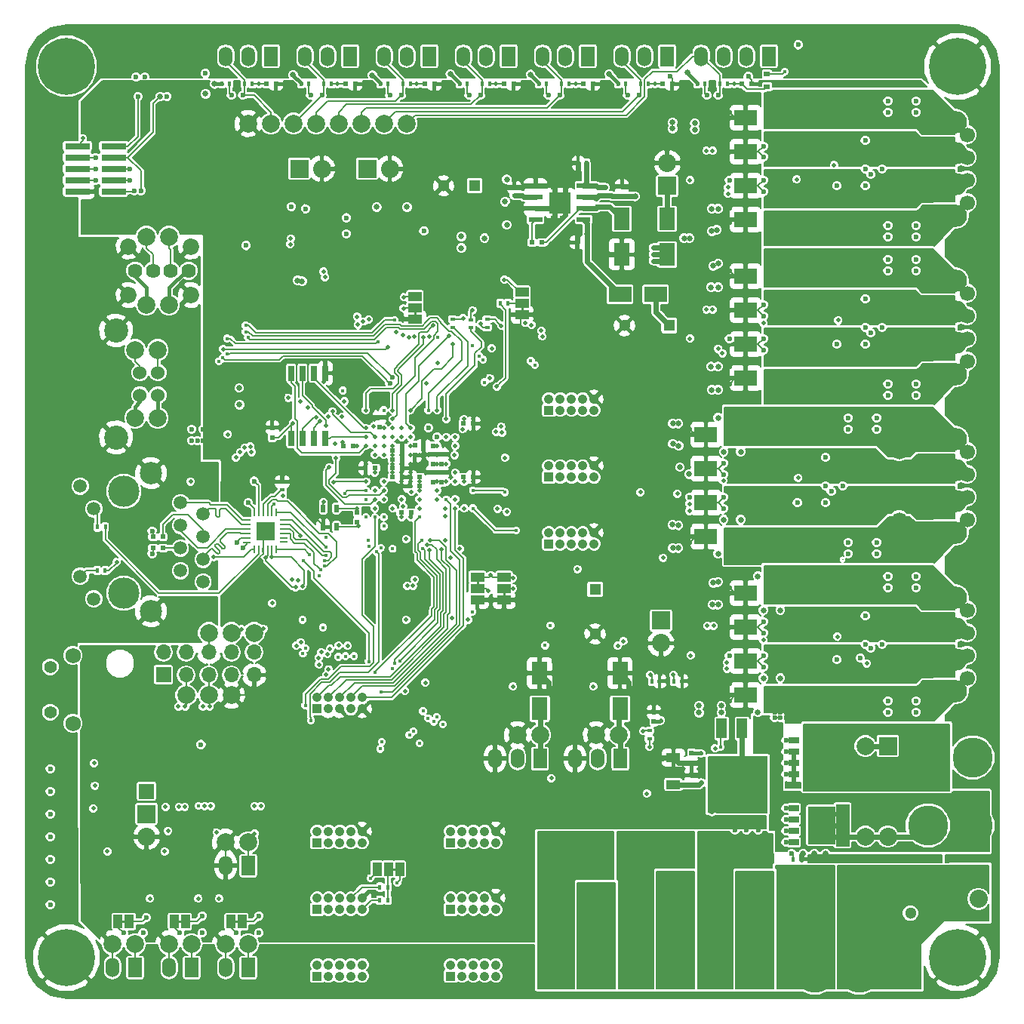
<source format=gbl>
G04 #@! TF.FileFunction,Copper,L8,Bot,Signal*
%FSLAX46Y46*%
G04 Gerber Fmt 4.6, Leading zero omitted, Abs format (unit mm)*
G04 Created by KiCad (PCBNEW 4.0.7) date 02/13/20 09:13:16*
%MOMM*%
%LPD*%
G01*
G04 APERTURE LIST*
%ADD10C,0.100000*%
%ADD11C,0.250000*%
%ADD12R,0.500000X0.600000*%
%ADD13R,0.600000X0.500000*%
%ADD14C,1.700000*%
%ADD15O,5.000000X2.500000*%
%ADD16R,2.499360X1.800860*%
%ADD17R,1.800860X2.499360*%
%ADD18R,1.000000X1.500000*%
%ADD19R,1.500000X1.000000*%
%ADD20R,0.500000X0.900000*%
%ADD21R,1.524000X2.197100*%
%ADD22O,1.524000X2.197100*%
%ADD23R,2.032000X2.032000*%
%ADD24O,2.032000X2.032000*%
%ADD25C,1.524000*%
%ADD26C,2.700020*%
%ADD27C,1.620000*%
%ADD28C,1.850000*%
%ADD29R,1.050000X1.050000*%
%ADD30C,1.050000*%
%ADD31C,0.600000*%
%ADD32R,0.400000X0.600000*%
%ADD33R,0.600000X0.400000*%
%ADD34R,0.650000X1.700000*%
%ADD35R,1.550000X0.600000*%
%ADD36R,1.175000X1.175000*%
%ADD37R,0.889000X0.254000*%
%ADD38R,0.254000X0.889000*%
%ADD39R,0.762000X0.762000*%
%ADD40R,1.998980X1.998980*%
%ADD41C,2.000000*%
%ADD42C,6.400000*%
%ADD43R,1.300000X1.300000*%
%ADD44C,1.300000*%
%ADD45O,2.500000X5.000000*%
%ADD46R,2.790000X0.740000*%
%ADD47C,4.500000*%
%ADD48R,1.500000X4.700000*%
%ADD49R,3.100000X4.200000*%
%ADD50R,1.150000X0.700000*%
%ADD51R,1.600000X1.000000*%
%ADD52C,1.727200*%
%ADD53C,1.422400*%
%ADD54R,1.700000X1.700000*%
%ADD55O,1.700000X1.700000*%
%ADD56R,0.700000X0.600000*%
%ADD57C,3.500000*%
%ADD58C,2.500000*%
%ADD59C,1.500000*%
%ADD60R,1.200000X2.200000*%
%ADD61R,5.800000X6.400000*%
%ADD62R,2.750000X3.050000*%
%ADD63C,0.650000*%
%ADD64C,0.500000*%
%ADD65C,0.450000*%
%ADD66C,0.200000*%
%ADD67C,0.600000*%
%ADD68C,0.400000*%
G04 APERTURE END LIST*
D10*
D11*
X37439400Y-126365000D02*
X36169400Y-126365000D01*
X43750070Y-126365000D02*
X42480070Y-126365000D01*
X50110230Y-126365000D02*
X48840230Y-126365000D01*
X76500000Y-87730000D02*
X76500000Y-89000000D01*
X81500000Y-57000000D02*
X81500000Y-58270000D01*
X66500000Y-120500000D02*
X67770000Y-120500000D01*
X69500000Y-57500000D02*
X69500000Y-58770000D01*
X79500000Y-89000000D02*
X79500000Y-90270000D01*
D12*
X96300000Y-103950000D03*
X96300000Y-102850000D03*
D13*
X66950000Y-75500000D03*
X68050000Y-75500000D03*
D14*
X123825000Y-73660000D03*
X123825000Y-76200000D03*
X131445000Y-78740000D03*
X123825000Y-81280000D03*
X131445000Y-81280000D03*
X123825000Y-78740000D03*
D15*
X128905000Y-82720000D03*
X128905000Y-79220000D03*
D14*
X131445000Y-76200000D03*
X131445000Y-73660000D03*
D15*
X128905000Y-75720000D03*
X128905000Y-72220000D03*
D13*
X52790000Y-32385000D03*
X53890000Y-32385000D03*
X61680000Y-32385000D03*
X62780000Y-32385000D03*
X70570000Y-32385000D03*
X71670000Y-32385000D03*
D12*
X100500000Y-111050000D03*
X100500000Y-109950000D03*
X100500000Y-107450000D03*
X100500000Y-108550000D03*
D13*
X79460000Y-32385000D03*
X80560000Y-32385000D03*
X88350000Y-32385000D03*
X89450000Y-32385000D03*
X97240000Y-32385000D03*
X98340000Y-32385000D03*
X106130000Y-32385000D03*
X107230000Y-32385000D03*
D12*
X53500000Y-72050000D03*
X53500000Y-70950000D03*
X72500000Y-77050000D03*
X72500000Y-75950000D03*
D13*
X70050000Y-76500000D03*
X68950000Y-76500000D03*
X70050000Y-77500000D03*
X68950000Y-77500000D03*
X66950000Y-73500000D03*
X68050000Y-73500000D03*
D12*
X63000000Y-80450000D03*
X63000000Y-81550000D03*
D13*
X67950000Y-80500000D03*
X69050000Y-80500000D03*
X62550000Y-73000000D03*
X61450000Y-73000000D03*
X65050000Y-75500000D03*
X63950000Y-75500000D03*
X71550000Y-73000000D03*
X70450000Y-73000000D03*
D12*
X69500000Y-72950000D03*
X69500000Y-74050000D03*
X65500000Y-70900000D03*
X65500000Y-69800000D03*
D13*
X66950000Y-76500000D03*
X68050000Y-76500000D03*
X66950000Y-74500000D03*
X68050000Y-74500000D03*
X74950000Y-76500000D03*
X76050000Y-76500000D03*
D12*
X71500000Y-77050000D03*
X71500000Y-75950000D03*
X71500000Y-75050000D03*
X71500000Y-73950000D03*
X72500000Y-75050000D03*
X72500000Y-73950000D03*
D13*
X74950000Y-70500000D03*
X76050000Y-70500000D03*
X83735000Y-50165000D03*
X82635000Y-50165000D03*
D12*
X92710000Y-45000000D03*
X92710000Y-43900000D03*
D13*
X88815000Y-50165000D03*
X87715000Y-50165000D03*
X41190000Y-83185000D03*
X40090000Y-83185000D03*
X41190000Y-84455000D03*
X40090000Y-84455000D03*
D16*
X98518980Y-121920000D03*
X94521020Y-121920000D03*
X107408980Y-121920000D03*
X103411020Y-121920000D03*
X89628980Y-126365000D03*
X85631020Y-126365000D03*
X118838980Y-125730000D03*
X114841020Y-125730000D03*
D17*
X92710000Y-47531020D03*
X92710000Y-51528980D03*
D18*
X37439400Y-126365000D03*
X36169400Y-126365000D03*
X43750070Y-126365000D03*
X42480070Y-126365000D03*
X50110230Y-126365000D03*
X48840230Y-126365000D03*
D19*
X76500000Y-87730000D03*
X76500000Y-89000000D03*
X76500000Y-90270000D03*
X81500000Y-55730000D03*
X81500000Y-57000000D03*
X81500000Y-58270000D03*
D18*
X65230000Y-120500000D03*
X66500000Y-120500000D03*
X67770000Y-120500000D03*
D20*
X59200000Y-80000000D03*
X60700000Y-80000000D03*
X59200000Y-82100000D03*
X60700000Y-82100000D03*
D21*
X38100000Y-131521200D03*
D22*
X35560000Y-131521200D03*
D23*
X122555000Y-106680000D03*
D24*
X122555000Y-109220000D03*
D23*
X97100000Y-92600000D03*
D24*
X97100000Y-95140000D03*
D22*
X48260000Y-29286200D03*
D21*
X53340000Y-29286200D03*
D22*
X50800000Y-29286200D03*
D23*
X56515000Y-41910000D03*
D24*
X59055000Y-41910000D03*
D21*
X44450000Y-131521200D03*
D22*
X41910000Y-131521200D03*
X57150000Y-29286200D03*
D21*
X62230000Y-29286200D03*
D22*
X59690000Y-29286200D03*
D23*
X64135000Y-41910000D03*
D24*
X66675000Y-41910000D03*
D21*
X50800000Y-131521200D03*
D22*
X48260000Y-131521200D03*
X66040000Y-29286200D03*
D21*
X71120000Y-29286200D03*
D22*
X68580000Y-29286200D03*
D21*
X88900000Y-131521200D03*
D22*
X86360000Y-131521200D03*
X74930000Y-29286200D03*
D21*
X80010000Y-29286200D03*
D22*
X77470000Y-29286200D03*
D25*
X40640000Y-64770000D03*
X40640000Y-67310000D03*
X38641020Y-67310000D03*
X38641020Y-64770000D03*
D26*
X35941000Y-60040520D03*
X35941000Y-72039480D03*
D22*
X83820000Y-29286200D03*
D21*
X88900000Y-29286200D03*
D22*
X86360000Y-29286200D03*
X92710000Y-29286200D03*
D21*
X97790000Y-29286200D03*
D22*
X95250000Y-29286200D03*
D27*
X38100000Y-53340000D03*
X40100000Y-53340000D03*
X42100000Y-53340000D03*
D28*
X37370000Y-50620000D03*
D27*
X44100000Y-53340000D03*
D28*
X44370000Y-50620000D03*
X37370000Y-56060000D03*
X44370000Y-56060000D03*
D29*
X58500000Y-102500000D03*
D30*
X59770000Y-102500000D03*
X61040000Y-102500000D03*
X62310000Y-102500000D03*
X63580000Y-102500000D03*
X59770000Y-101230000D03*
X61040000Y-101230000D03*
X62310000Y-101230000D03*
X63580000Y-101230000D03*
X58500000Y-101230000D03*
D29*
X73500000Y-132500000D03*
D30*
X74770000Y-132500000D03*
X76040000Y-132500000D03*
X77310000Y-132500000D03*
X78580000Y-132500000D03*
X74770000Y-131230000D03*
X76040000Y-131230000D03*
X77310000Y-131230000D03*
X78580000Y-131230000D03*
X73500000Y-131230000D03*
D23*
X39370000Y-114300000D03*
D24*
X39370000Y-116840000D03*
D29*
X58500000Y-132500000D03*
D30*
X59770000Y-132500000D03*
X61040000Y-132500000D03*
X62310000Y-132500000D03*
X63580000Y-132500000D03*
X59770000Y-131230000D03*
X61040000Y-131230000D03*
X62310000Y-131230000D03*
X63580000Y-131230000D03*
X58500000Y-131230000D03*
D14*
X131445000Y-43180000D03*
X131445000Y-45720000D03*
D15*
X128905000Y-47160000D03*
X128905000Y-43660000D03*
D14*
X131445000Y-40640000D03*
X131445000Y-38100000D03*
D15*
X128905000Y-40160000D03*
X128905000Y-36660000D03*
D14*
X131445000Y-60960000D03*
X131445000Y-63500000D03*
D15*
X128905000Y-64940000D03*
X128905000Y-61440000D03*
D14*
X131445000Y-58420000D03*
X131445000Y-55880000D03*
D15*
X128905000Y-57940000D03*
X128905000Y-54440000D03*
D14*
X131445000Y-96520000D03*
X131445000Y-99060000D03*
D15*
X128905000Y-100500000D03*
X128905000Y-97000000D03*
D14*
X131445000Y-93980000D03*
X131445000Y-91440000D03*
D15*
X128905000Y-93500000D03*
X128905000Y-90000000D03*
D29*
X73500000Y-125000000D03*
D30*
X74770000Y-125000000D03*
X76040000Y-125000000D03*
X77310000Y-125000000D03*
X78580000Y-125000000D03*
X74770000Y-123730000D03*
X76040000Y-123730000D03*
X77310000Y-123730000D03*
X78580000Y-123730000D03*
X73500000Y-123730000D03*
D29*
X58500000Y-125000000D03*
D30*
X59770000Y-125000000D03*
X61040000Y-125000000D03*
X62310000Y-125000000D03*
X63580000Y-125000000D03*
X59770000Y-123730000D03*
X61040000Y-123730000D03*
X62310000Y-123730000D03*
X63580000Y-123730000D03*
X58500000Y-123730000D03*
D29*
X73500000Y-117500000D03*
D30*
X74770000Y-117500000D03*
X76040000Y-117500000D03*
X77310000Y-117500000D03*
X78580000Y-117500000D03*
X74770000Y-116230000D03*
X76040000Y-116230000D03*
X77310000Y-116230000D03*
X78580000Y-116230000D03*
X73500000Y-116230000D03*
D31*
X98425000Y-117475000D03*
X97155000Y-117475000D03*
X95885000Y-117475000D03*
X98425000Y-118745000D03*
X97155000Y-118745000D03*
X95885000Y-118745000D03*
X98425000Y-120015000D03*
X97155000Y-120015000D03*
X95885000Y-120015000D03*
X107315000Y-117475000D03*
X106045000Y-117475000D03*
X104775000Y-117475000D03*
X107315000Y-118745000D03*
X106045000Y-118745000D03*
X104775000Y-118745000D03*
X107315000Y-120015000D03*
X106045000Y-120015000D03*
X104775000Y-120015000D03*
X114935000Y-121920000D03*
X113665000Y-121920000D03*
X112395000Y-121920000D03*
X114935000Y-123190000D03*
X113665000Y-123190000D03*
X112395000Y-123190000D03*
X114935000Y-124460000D03*
X113665000Y-124460000D03*
X112395000Y-124460000D03*
D32*
X48710000Y-32385000D03*
X47810000Y-32385000D03*
X51250000Y-32385000D03*
X50350000Y-32385000D03*
X57600000Y-32385000D03*
X56700000Y-32385000D03*
X60140000Y-32385000D03*
X59240000Y-32385000D03*
D33*
X75750000Y-59750000D03*
X75750000Y-58850000D03*
X73750000Y-59700000D03*
X73750000Y-58800000D03*
D32*
X66490000Y-32385000D03*
X65590000Y-32385000D03*
X69030000Y-32385000D03*
X68130000Y-32385000D03*
X75380000Y-32385000D03*
X74480000Y-32385000D03*
X77920000Y-32385000D03*
X77020000Y-32385000D03*
D33*
X77600000Y-59700000D03*
X77600000Y-58800000D03*
D32*
X84270000Y-32385000D03*
X83370000Y-32385000D03*
X86810000Y-32385000D03*
X85910000Y-32385000D03*
D33*
X95800000Y-104950000D03*
X95800000Y-105850000D03*
D32*
X93160000Y-32385000D03*
X92260000Y-32385000D03*
X98550000Y-99400000D03*
X99450000Y-99400000D03*
X95700000Y-32385000D03*
X94800000Y-32385000D03*
X112845000Y-119380000D03*
X111945000Y-119380000D03*
X102050000Y-32385000D03*
X101150000Y-32385000D03*
X104590000Y-32385000D03*
X103690000Y-32385000D03*
X79050000Y-57000000D03*
X79950000Y-57000000D03*
X66450000Y-122500000D03*
X65550000Y-122500000D03*
X66450000Y-124000000D03*
X65550000Y-124000000D03*
D33*
X90805000Y-44000000D03*
X90805000Y-44900000D03*
X80645000Y-44900000D03*
X80645000Y-44000000D03*
D32*
X88715000Y-41275000D03*
X87815000Y-41275000D03*
X34750000Y-82100000D03*
X33850000Y-82100000D03*
X34740000Y-86995000D03*
X33840000Y-86995000D03*
D33*
X54610000Y-77020000D03*
X54610000Y-77920000D03*
D34*
X55595000Y-64850000D03*
X56865000Y-64850000D03*
X58135000Y-64850000D03*
X59405000Y-64850000D03*
X59405000Y-72150000D03*
X58135000Y-72150000D03*
X56865000Y-72150000D03*
X55595000Y-72150000D03*
D35*
X83025000Y-47625000D03*
X83025000Y-46355000D03*
X83025000Y-45085000D03*
X83025000Y-43815000D03*
X88425000Y-43815000D03*
X88425000Y-45085000D03*
X88425000Y-46355000D03*
X88425000Y-47625000D03*
D36*
X86312500Y-45132500D03*
X86312500Y-46307500D03*
X85137500Y-45132500D03*
X85137500Y-46307500D03*
D37*
X50609500Y-83802220D03*
D38*
X51452780Y-80454500D03*
D37*
X54800500Y-81297780D03*
D38*
X53957220Y-84645500D03*
D37*
X50609500Y-83301840D03*
D38*
X51953160Y-80454500D03*
D37*
X54800500Y-81798160D03*
D38*
X53456840Y-84645500D03*
D37*
X50609500Y-82801460D03*
D38*
X52453540Y-80454500D03*
D37*
X54800500Y-82298540D03*
D38*
X52956460Y-84645500D03*
D37*
X50609500Y-82301080D03*
D38*
X52953920Y-80454500D03*
D37*
X54800500Y-82798920D03*
D38*
X52456080Y-84645500D03*
D37*
X50609500Y-81800700D03*
D38*
X53454300Y-80454500D03*
D37*
X54800500Y-83299300D03*
D38*
X51955700Y-84645500D03*
D37*
X50609500Y-81300320D03*
D38*
X53954680Y-80454500D03*
D37*
X54800500Y-83799680D03*
D38*
X51455320Y-84645500D03*
D39*
X53205380Y-83050380D03*
X52204620Y-83050380D03*
X52204620Y-82049620D03*
X53205380Y-82049620D03*
D40*
X52705000Y-82550000D03*
D41*
X120015000Y-106680000D03*
X38100000Y-128905000D03*
X83550000Y-105410000D03*
X92400000Y-105410000D03*
X120015000Y-109220000D03*
X35560000Y-128905000D03*
X53340000Y-36830000D03*
X81010000Y-105410000D03*
X89860000Y-105410000D03*
X44450000Y-128905000D03*
X97790000Y-124460000D03*
X106680000Y-124460000D03*
X120015000Y-114300000D03*
X55880000Y-36830000D03*
X41910000Y-128905000D03*
X95250000Y-124460000D03*
X104140000Y-124460000D03*
X50800000Y-128905000D03*
X120015000Y-116840000D03*
X58420000Y-36830000D03*
X48260000Y-128905000D03*
X88900000Y-128905000D03*
X86360000Y-128905000D03*
X60960000Y-36830000D03*
X40640000Y-69850000D03*
X38100000Y-62230000D03*
X40640000Y-62230000D03*
X38100000Y-69850000D03*
X63500000Y-36830000D03*
X66040000Y-36830000D03*
X39370000Y-57150000D03*
X41910000Y-49530000D03*
X39370000Y-49530000D03*
X41910000Y-57150000D03*
X68580000Y-36830000D03*
X50800000Y-36830000D03*
D42*
X30400000Y-30400000D03*
X130400000Y-30400000D03*
X30400000Y-130400000D03*
X130400000Y-130400000D03*
D41*
X46355000Y-100965000D03*
X43815000Y-100965000D03*
X48895000Y-100965000D03*
X46355000Y-93980000D03*
X48895000Y-93980000D03*
X51435000Y-93980000D03*
D16*
X110583980Y-47625000D03*
X106586020Y-47625000D03*
X110583980Y-43815000D03*
X106586020Y-43815000D03*
X110583980Y-40005000D03*
X106586020Y-40005000D03*
X110583980Y-36195000D03*
X106586020Y-36195000D03*
X110583980Y-65405000D03*
X106586020Y-65405000D03*
X110583980Y-61595000D03*
X106586020Y-61595000D03*
X110583980Y-57785000D03*
X106586020Y-57785000D03*
X110583980Y-53975000D03*
X106586020Y-53975000D03*
X106138980Y-83185000D03*
X102141020Y-83185000D03*
X106138980Y-79375000D03*
X102141020Y-79375000D03*
X106138980Y-75565000D03*
X102141020Y-75565000D03*
X106138980Y-71755000D03*
X102141020Y-71755000D03*
X110583980Y-100965000D03*
X106586020Y-100965000D03*
X110583980Y-97155000D03*
X106586020Y-97155000D03*
X110583980Y-93345000D03*
X106586020Y-93345000D03*
X110583980Y-89535000D03*
X106586020Y-89535000D03*
D17*
X83500000Y-102498980D03*
X83500000Y-98501020D03*
X92500000Y-102498980D03*
X92500000Y-98501020D03*
D43*
X98000000Y-59500000D03*
D44*
X93000000Y-59500000D03*
X72700000Y-43815000D03*
D43*
X76200000Y-43815000D03*
X89700000Y-89100000D03*
D44*
X89700000Y-94100000D03*
D14*
X97790000Y-127000000D03*
X95250000Y-127000000D03*
D45*
X98270000Y-131445000D03*
X94770000Y-131445000D03*
D14*
X106680000Y-127000000D03*
X104140000Y-127000000D03*
D45*
X107160000Y-131445000D03*
X103660000Y-131445000D03*
D46*
X31623000Y-43180000D03*
X35687000Y-43180000D03*
X31623000Y-41910000D03*
X35687000Y-41910000D03*
X35687000Y-39370000D03*
X31623000Y-39370000D03*
X35687000Y-40640000D03*
X31623000Y-40640000D03*
X31623000Y-44450000D03*
X35687000Y-44450000D03*
D29*
X58500000Y-117500000D03*
D30*
X59770000Y-117500000D03*
X61040000Y-117500000D03*
X62310000Y-117500000D03*
X63580000Y-117500000D03*
X59770000Y-116230000D03*
X61040000Y-116230000D03*
X62310000Y-116230000D03*
X63580000Y-116230000D03*
X58500000Y-116230000D03*
D41*
X118110000Y-128270000D03*
X115570000Y-128270000D03*
D23*
X122555000Y-114300000D03*
D24*
X122555000Y-116840000D03*
D47*
X127040000Y-107950000D03*
X132040000Y-107950000D03*
X127040000Y-115570000D03*
X132040000Y-115570000D03*
X114340000Y-132080000D03*
X119340000Y-132080000D03*
D32*
X96050000Y-99400000D03*
X96950000Y-99400000D03*
D31*
X89535000Y-117475000D03*
X88265000Y-117475000D03*
X86995000Y-117475000D03*
X89535000Y-118745000D03*
X88265000Y-118745000D03*
X86995000Y-118745000D03*
X89535000Y-120015000D03*
X88265000Y-120015000D03*
X86995000Y-120015000D03*
D48*
X117475000Y-107950000D03*
D49*
X115175000Y-107950000D03*
D50*
X112000000Y-109850000D03*
X112000000Y-108580000D03*
X112000000Y-107310000D03*
X112000000Y-106040000D03*
D31*
X114300000Y-109220000D03*
X114300000Y-107950000D03*
X114300000Y-106680000D03*
X115570000Y-109220000D03*
X115570000Y-107950000D03*
X115570000Y-106680000D03*
X116840000Y-109220000D03*
X116840000Y-107950000D03*
X116840000Y-106680000D03*
D48*
X117475000Y-115570000D03*
D49*
X115175000Y-115570000D03*
D50*
X112000000Y-117470000D03*
X112000000Y-116200000D03*
X112000000Y-114930000D03*
X112000000Y-113660000D03*
D31*
X114300000Y-116840000D03*
X114300000Y-115570000D03*
X114300000Y-114300000D03*
X115570000Y-116840000D03*
X115570000Y-115570000D03*
X115570000Y-114300000D03*
X116840000Y-116840000D03*
X116840000Y-115570000D03*
X116840000Y-114300000D03*
D17*
X97790000Y-51528980D03*
X97790000Y-47531020D03*
D23*
X97790000Y-43815000D03*
D24*
X97790000Y-41275000D03*
D23*
X132715000Y-121285000D03*
D24*
X132715000Y-123825000D03*
D44*
X125095000Y-125420000D03*
D43*
X125095000Y-121920000D03*
D51*
X98500000Y-111000000D03*
X98500000Y-108000000D03*
D21*
X50800000Y-120091200D03*
D22*
X48260000Y-120091200D03*
D41*
X50800000Y-117475000D03*
X48260000Y-117475000D03*
D19*
X69500000Y-56230000D03*
X69500000Y-57500000D03*
X69500000Y-58770000D03*
X79500000Y-87730000D03*
X79500000Y-89000000D03*
X79500000Y-90270000D03*
D52*
X31115000Y-104140000D03*
X31115000Y-96520000D03*
D53*
X28575000Y-97790000D03*
X28575000Y-102870000D03*
D54*
X41270000Y-98670000D03*
D55*
X41300000Y-96160000D03*
X43840000Y-98700000D03*
X43840000Y-96160000D03*
X46380000Y-98700000D03*
X46380000Y-96160000D03*
X48920000Y-98700000D03*
X48920000Y-96160000D03*
X51460000Y-98700000D03*
X51460000Y-96160000D03*
D22*
X78460000Y-108076200D03*
D21*
X83540000Y-108076200D03*
D22*
X81000000Y-108076200D03*
X87460000Y-108076200D03*
D21*
X92540000Y-108076200D03*
D22*
X90000000Y-108076200D03*
D56*
X109000000Y-32700000D03*
X109000000Y-31300000D03*
D54*
X39370000Y-111760000D03*
D22*
X101600000Y-29286200D03*
X104140000Y-29286200D03*
D21*
X109220000Y-29286200D03*
D22*
X106680000Y-29286200D03*
D16*
X92501020Y-56000000D03*
X96498980Y-56000000D03*
D29*
X84500000Y-69000000D03*
D30*
X85770000Y-69000000D03*
X87040000Y-69000000D03*
X88310000Y-69000000D03*
X89580000Y-69000000D03*
X85770000Y-67730000D03*
X87040000Y-67730000D03*
X88310000Y-67730000D03*
X89580000Y-67730000D03*
X84500000Y-67730000D03*
D29*
X84500000Y-76500000D03*
D30*
X85770000Y-76500000D03*
X87040000Y-76500000D03*
X88310000Y-76500000D03*
X89580000Y-76500000D03*
X85770000Y-75230000D03*
X87040000Y-75230000D03*
X88310000Y-75230000D03*
X89580000Y-75230000D03*
X84500000Y-75230000D03*
D29*
X84500000Y-84000000D03*
D30*
X85770000Y-84000000D03*
X87040000Y-84000000D03*
X88310000Y-84000000D03*
X89580000Y-84000000D03*
X85770000Y-82730000D03*
X87040000Y-82730000D03*
X88310000Y-82730000D03*
X89580000Y-82730000D03*
X84500000Y-82730000D03*
D57*
X36830000Y-89535000D03*
X36830000Y-78105000D03*
D58*
X39880000Y-91565000D03*
X39880000Y-76075000D03*
D59*
X33450000Y-90155000D03*
X31930000Y-77505000D03*
X31930000Y-87615000D03*
X33450000Y-80045000D03*
X45720000Y-83185000D03*
X45720000Y-80645000D03*
X45720000Y-85725000D03*
X45720000Y-88265000D03*
X43180000Y-84455000D03*
X43180000Y-86995000D03*
X43180000Y-81915000D03*
X43180000Y-79375000D03*
D60*
X103920000Y-104700000D03*
X106200000Y-104700000D03*
X108480000Y-104700000D03*
D61*
X106200000Y-111000000D03*
D62*
X107725000Y-112675000D03*
X104675000Y-109325000D03*
X104675000Y-112675000D03*
X107725000Y-109325000D03*
D63*
X98404284Y-81854040D03*
X101370136Y-102931096D03*
D64*
X41400000Y-118500000D03*
X41800000Y-116200000D03*
X33500000Y-108600000D03*
D63*
X99088958Y-72996042D03*
X98421416Y-72758707D03*
X98425000Y-70485000D03*
X99224111Y-75387063D03*
X100253833Y-76161072D03*
X102950423Y-52807716D03*
X103528982Y-52537064D03*
X103358051Y-48758051D03*
D64*
X102900000Y-39900000D03*
X102200000Y-39900000D03*
X102900000Y-57700000D03*
X102200000Y-57700000D03*
X103000000Y-93200000D03*
X102300000Y-93200000D03*
D63*
X102953236Y-88372889D03*
X107950000Y-102870000D03*
X101370136Y-102131096D03*
X103870136Y-102131096D03*
X103870136Y-102931096D03*
X102800000Y-66700000D03*
X102700000Y-64100000D03*
X103500000Y-66700000D03*
X103500000Y-64100000D03*
X102700000Y-55200000D03*
X103500000Y-55200000D03*
X102800000Y-48900000D03*
X102800000Y-46400000D03*
X103500000Y-46400000D03*
X98400000Y-36700000D03*
X98400000Y-37400000D03*
X100900000Y-36800000D03*
X100900000Y-37500000D03*
X110490000Y-91440000D03*
X108585000Y-91440000D03*
X108585000Y-99060000D03*
X110490000Y-99060000D03*
X107950000Y-87630000D03*
X103505000Y-90805000D03*
X102870000Y-90805000D03*
X103505000Y-88265000D03*
X99060000Y-70485000D03*
X103505000Y-69850000D03*
X104140000Y-81280000D03*
X104140000Y-73660000D03*
X106045000Y-73660000D03*
X106045000Y-81280000D03*
X103505000Y-85090000D03*
X99060000Y-84455000D03*
X98425000Y-84455000D03*
X99060000Y-81915000D03*
D64*
X64952966Y-70041913D03*
X99256421Y-98643579D03*
D65*
X104394910Y-106186374D03*
D31*
X108000000Y-116100000D03*
X106700000Y-116100000D03*
X105400000Y-116100000D03*
D65*
X83200000Y-94800000D03*
D31*
X89000000Y-102900000D03*
X80000000Y-102900000D03*
X95996760Y-81975960D03*
X95280480Y-81975962D03*
D64*
X97000000Y-98700000D03*
D65*
X81400000Y-96500000D03*
X85000000Y-97200000D03*
D31*
X121920000Y-95250000D03*
X117475000Y-77470000D03*
X121920000Y-59690000D03*
X121920000Y-41910000D03*
X49530000Y-76945490D03*
X112500000Y-28000000D03*
X57014991Y-90758252D03*
D64*
X58382925Y-81277086D03*
D31*
X34600010Y-127635000D03*
D64*
X34550010Y-121500000D03*
X70862017Y-91319024D03*
D31*
X64856310Y-89032029D03*
X66039852Y-92681417D03*
D64*
X82100783Y-60189836D03*
D31*
X53395357Y-77278689D03*
D64*
X52090451Y-85733497D03*
D31*
X53306270Y-77992421D03*
D64*
X55204360Y-69988596D03*
X61335633Y-72590476D03*
D31*
X56015009Y-90646845D03*
X56437156Y-91066763D03*
D64*
X68264863Y-58747284D03*
D31*
X70485000Y-51365268D03*
X73660000Y-50800000D03*
X98505586Y-73579414D03*
X96449196Y-70118248D03*
X96449196Y-70314952D03*
X96399287Y-72504351D03*
X96399287Y-72684233D03*
D64*
X74037907Y-70000000D03*
X91000000Y-106500000D03*
X82000000Y-106500000D03*
D31*
X56726360Y-46959208D03*
X57346617Y-47560093D03*
X55016143Y-51394348D03*
D64*
X70000000Y-92500000D03*
D31*
X100413204Y-53149376D03*
X100688126Y-53149376D03*
X99694876Y-48875004D03*
X100330724Y-48875560D03*
X108585000Y-40560090D03*
X104815301Y-47907008D03*
D64*
X64000000Y-80000000D03*
X64000000Y-75000000D03*
D31*
X95236448Y-84347050D03*
D64*
X93500000Y-100500000D03*
X84500000Y-100500000D03*
X100300000Y-85800000D03*
X98900000Y-86300000D03*
X38548331Y-120705754D03*
X52000000Y-123800000D03*
X45200000Y-120700000D03*
X41300000Y-123800000D03*
X41000000Y-121500000D03*
X34800000Y-123800000D03*
X49500000Y-116500000D03*
X97100000Y-110900000D03*
X97300000Y-108100000D03*
X101600000Y-109900000D03*
X101600000Y-108600000D03*
D31*
X106887645Y-31558230D03*
X98134593Y-31555270D03*
D64*
X97100000Y-103100000D03*
D31*
X56701708Y-55343798D03*
X87989987Y-49200000D03*
X42006612Y-45279103D03*
X41336776Y-45829867D03*
X41910000Y-41360090D03*
X38752400Y-45798350D03*
D64*
X77750000Y-90250000D03*
X80500000Y-90250000D03*
X35250000Y-32250000D03*
X59296510Y-65796510D03*
X70000000Y-72000000D03*
X71000000Y-72000000D03*
X69000000Y-75000000D03*
X70000000Y-74000000D03*
X72000000Y-74000000D03*
X71000000Y-74000000D03*
X72000000Y-76000000D03*
X71000000Y-76000000D03*
X69000000Y-76000000D03*
X69000000Y-77000000D03*
X69000000Y-74000000D03*
X68000000Y-74000000D03*
X68000000Y-75000000D03*
X68000000Y-76000000D03*
X68000000Y-77000000D03*
X76000000Y-77000000D03*
X76000000Y-70000000D03*
D31*
X77300000Y-50600000D03*
X91200000Y-51400000D03*
X46400000Y-54400000D03*
X39200000Y-33800000D03*
X39200000Y-31600000D03*
X86000000Y-47400000D03*
X85000000Y-44000000D03*
X86400000Y-44000000D03*
X85000000Y-47400000D03*
X87800000Y-42200000D03*
X94200000Y-44000000D03*
X84200000Y-43800000D03*
X79800000Y-44000000D03*
X111125000Y-107315000D03*
X111125000Y-108585000D03*
X111125000Y-109855000D03*
X111125000Y-114935000D03*
X111125000Y-116205000D03*
X111125000Y-117475000D03*
X65405000Y-50165000D03*
X68580000Y-50165000D03*
X73660000Y-49530000D03*
X41910000Y-36195000D03*
X39370000Y-36195000D03*
X50800000Y-90805000D03*
X49530000Y-90805000D03*
X50165000Y-88900000D03*
X36195000Y-38100000D03*
X33655000Y-44450000D03*
X45720000Y-71120000D03*
X44450000Y-71120000D03*
X45720000Y-72390000D03*
X45085000Y-72390000D03*
X44450000Y-72390000D03*
X53340000Y-89535000D03*
X40005000Y-85090000D03*
X40005000Y-82550000D03*
X28575000Y-109220000D03*
X28575000Y-111760000D03*
X28575000Y-114300000D03*
X28575000Y-116840000D03*
X28575000Y-119380000D03*
X28575000Y-121920000D03*
X28575000Y-124460000D03*
X108585000Y-93980000D03*
X108585000Y-92710000D03*
X108585000Y-97790000D03*
X108585000Y-96520000D03*
X104775000Y-100965000D03*
X104775000Y-101600000D03*
X104775000Y-89535000D03*
X104775000Y-88900000D03*
X100330000Y-83820000D03*
X100330000Y-83185000D03*
X104140000Y-80010000D03*
X104140000Y-78740000D03*
X104140000Y-76200000D03*
X104140000Y-74930000D03*
X100330000Y-71755000D03*
X100330000Y-71120000D03*
X108585000Y-58420000D03*
X108585000Y-57150000D03*
X108585000Y-62230000D03*
X108585000Y-60960000D03*
X104775000Y-66040000D03*
X104775000Y-65405000D03*
X104775000Y-53975000D03*
X104775000Y-53340000D03*
X104775000Y-36195000D03*
X104775000Y-47625000D03*
X108585000Y-44450000D03*
X108585000Y-43180000D03*
X108585000Y-39370000D03*
X104775000Y-35560000D03*
X99695000Y-90805000D03*
X100330000Y-90805000D03*
X99695000Y-88265000D03*
X100330000Y-88265000D03*
X101335136Y-99126096D03*
X101335136Y-99761096D03*
X103875136Y-99126096D03*
X103875136Y-99761096D03*
X95885000Y-84455000D03*
X99695000Y-66675000D03*
X100330000Y-66675000D03*
X99695000Y-64135000D03*
X100330000Y-64135000D03*
X99695000Y-55245000D03*
X100330000Y-55245000D03*
X100965000Y-33655000D03*
X98425000Y-33655000D03*
X99695000Y-46355000D03*
X100330000Y-46355000D03*
X100965000Y-34290000D03*
X98425000Y-34290000D03*
X104775000Y-99060000D03*
X104775000Y-99695000D03*
X104775000Y-95250000D03*
X102235000Y-92075000D03*
X100330000Y-81280000D03*
X100330000Y-81915000D03*
X100330000Y-77470000D03*
X120015000Y-41910000D03*
X120015000Y-59690000D03*
X115570000Y-77470000D03*
X120015000Y-95250000D03*
X125730000Y-102870000D03*
X125730000Y-101600000D03*
X122555000Y-102870000D03*
X122555000Y-101600000D03*
X120015000Y-92075000D03*
X125730000Y-88900000D03*
X125730000Y-87630000D03*
X122555000Y-88900000D03*
X122555000Y-87630000D03*
X121285000Y-85090000D03*
X121285000Y-83820000D03*
X118110000Y-85090000D03*
X118110000Y-83820000D03*
X121285000Y-71120000D03*
X121285000Y-69850000D03*
X118110000Y-71120000D03*
X118110000Y-69850000D03*
X125730000Y-67310000D03*
X125730000Y-66040000D03*
X122555000Y-67310000D03*
X122555000Y-66040000D03*
X125730000Y-53340000D03*
X125730000Y-52070000D03*
X122555000Y-53340000D03*
X122555000Y-52070000D03*
X115570000Y-74295000D03*
X120015000Y-56515000D03*
X104775000Y-64135000D03*
X104775000Y-63500000D03*
X104775000Y-59690000D03*
X102235000Y-56515000D03*
X102235000Y-38735000D03*
X104775000Y-45720000D03*
X104775000Y-46355000D03*
X104775000Y-41910000D03*
X125730000Y-49530000D03*
X125730000Y-48260000D03*
X122555000Y-49530000D03*
X122555000Y-48260000D03*
X125730000Y-35560000D03*
X125730000Y-34290000D03*
X122555000Y-35560000D03*
X122555000Y-34290000D03*
X120015000Y-38735000D03*
X52070000Y-35560000D03*
X88900000Y-33655000D03*
X80010000Y-33655000D03*
X71120000Y-33655000D03*
X62230000Y-33655000D03*
X53340000Y-33655000D03*
X46925230Y-127635000D03*
X40565070Y-127635000D03*
D63*
X90159513Y-114167109D03*
X88868449Y-114205457D03*
X87560955Y-114230681D03*
X96335000Y-114115000D03*
X97790000Y-114300000D03*
X99060000Y-114300000D03*
X115570000Y-118745000D03*
X114300000Y-118745000D03*
X113030000Y-118745000D03*
D65*
X63996134Y-81001249D03*
X64334149Y-84227316D03*
D64*
X58704355Y-96764524D03*
X43670653Y-113483539D03*
X63133621Y-81960776D03*
X59679412Y-96369204D03*
X46599801Y-113400000D03*
X96250000Y-51500000D03*
X96250000Y-52250000D03*
X96250000Y-50750000D03*
D65*
X64500000Y-121500000D03*
D63*
X49807839Y-68373940D03*
X49774990Y-66491611D03*
X74700000Y-50800000D03*
X56325010Y-54429161D03*
D64*
X80500000Y-100000000D03*
X89500000Y-100000000D03*
D63*
X56835085Y-54529639D03*
D64*
X32250000Y-38500000D03*
D63*
X79800000Y-48200000D03*
X79800000Y-43100000D03*
X79600000Y-45600000D03*
X77300000Y-49700000D03*
X74700000Y-49500000D03*
X65200000Y-46200000D03*
X68600000Y-46200000D03*
X46000000Y-33500000D03*
X94200000Y-45000000D03*
X89800000Y-45200000D03*
D64*
X66018908Y-71010434D03*
D31*
X45500000Y-106500000D03*
D65*
X67500000Y-122000000D03*
D64*
X56653967Y-83041153D03*
X59222534Y-79302952D03*
X73613343Y-92314792D03*
X55722933Y-87956162D03*
X56421706Y-88099863D03*
X55809997Y-70442771D03*
X53500662Y-90638148D03*
X68264863Y-56317509D03*
X79529751Y-54351345D03*
D31*
X100348734Y-78739501D03*
D64*
X94800000Y-78200000D03*
X98949012Y-78369426D03*
X97349821Y-85553490D03*
D31*
X57211037Y-46386969D03*
X55645044Y-46152842D03*
X50550626Y-50522608D03*
D64*
X68500000Y-92500000D03*
X78002130Y-87508080D03*
X80490826Y-87834018D03*
X33416776Y-113668191D03*
X100344531Y-43189409D03*
X100356654Y-60944631D03*
X100425806Y-96517619D03*
D31*
X104775000Y-96520000D03*
X104775000Y-60960000D03*
X104775000Y-43180000D03*
D64*
X63000000Y-73000000D03*
X42960000Y-102250000D03*
X45710000Y-102250000D03*
D31*
X41674742Y-33783745D03*
D64*
X65000000Y-76000000D03*
X72000000Y-73000000D03*
X69000000Y-73000000D03*
X73000000Y-75000000D03*
X72000000Y-75000000D03*
X73000000Y-77000000D03*
X72000000Y-77000000D03*
X70000000Y-77000000D03*
X70000000Y-78000000D03*
X67000000Y-73000000D03*
X67000000Y-74000000D03*
X67000000Y-75000000D03*
X67000000Y-76000000D03*
X75000000Y-77000000D03*
X75000000Y-70000000D03*
D31*
X70485000Y-48895000D03*
X38400000Y-33800000D03*
X38200000Y-31600000D03*
X61800000Y-49200000D03*
X61800000Y-47400000D03*
X46000000Y-31200000D03*
D64*
X59541344Y-98685944D03*
X52200000Y-113400000D03*
X101600000Y-107500000D03*
X97100000Y-103800000D03*
X58745910Y-97539695D03*
D65*
X64288589Y-83562975D03*
X63985354Y-79000090D03*
D64*
X45900000Y-113400000D03*
X59956375Y-95781261D03*
X63000000Y-80012751D03*
X41500000Y-113500000D03*
D31*
X38987795Y-127635000D03*
X45645070Y-127635000D03*
X52005230Y-127635000D03*
D64*
X68007855Y-80999282D03*
X68499910Y-83458826D03*
X69022419Y-81000358D03*
D31*
X49541270Y-83831270D03*
X50165000Y-84455000D03*
X93345000Y-123825000D03*
X102235000Y-123825000D03*
X84245636Y-123615632D03*
X113665000Y-127635000D03*
X39335694Y-125921222D03*
X36794400Y-127635000D03*
D63*
X100055425Y-31099175D03*
X55813477Y-31372440D03*
X64720775Y-31424254D03*
X73469097Y-31267634D03*
X82463537Y-31334757D03*
X91278983Y-31267634D03*
X46990000Y-32385000D03*
D31*
X50165000Y-33655000D03*
X48895000Y-33655000D03*
X45645070Y-125730000D03*
X43105070Y-127635000D03*
X59051876Y-33647975D03*
X57785000Y-33655000D03*
X52005230Y-125730000D03*
X49465230Y-127635000D03*
X67945000Y-33655000D03*
X66675000Y-33655000D03*
X76835000Y-33655000D03*
X75565000Y-33655000D03*
X85725000Y-33655000D03*
X84455000Y-33655000D03*
X94615000Y-33655000D03*
X93345000Y-33655000D03*
X103505000Y-33655000D03*
X102235000Y-33655000D03*
D64*
X77750000Y-89250000D03*
D65*
X35250000Y-31250000D03*
D64*
X69286575Y-88680705D03*
X68636885Y-88697668D03*
X44329742Y-76995490D03*
X46901783Y-85455656D03*
X65000000Y-74000000D03*
X43710000Y-102250000D03*
X70846613Y-84115068D03*
X70000000Y-79000000D03*
X72469450Y-84604333D03*
X72000000Y-79000000D03*
X71217734Y-83576616D03*
X69999910Y-80000000D03*
X73993966Y-80002304D03*
X71119728Y-84704808D03*
X72000000Y-78000000D03*
X87710179Y-86821249D03*
D65*
X59175957Y-93385657D03*
D64*
X58971399Y-96159069D03*
X43005558Y-113483501D03*
X75449821Y-92501464D03*
D65*
X59481274Y-83274821D03*
X66972172Y-97976811D03*
X50754912Y-60804378D03*
D64*
X67000000Y-70000000D03*
X70649455Y-99572107D03*
D65*
X64304024Y-97192299D03*
X67200000Y-58868739D03*
X56947759Y-85890088D03*
X50500000Y-59500000D03*
D31*
X112395000Y-45085000D03*
X113030000Y-45085000D03*
X113665000Y-45085000D03*
X114300000Y-45085000D03*
X114935000Y-45085000D03*
X115570000Y-45085000D03*
X115570000Y-45720000D03*
X112395000Y-45720000D03*
X113030000Y-45720000D03*
X113665000Y-45720000D03*
X114300000Y-45720000D03*
X114935000Y-45720000D03*
X109855000Y-49530000D03*
X110490000Y-49530000D03*
X111125000Y-49530000D03*
X111760000Y-49530000D03*
X112395000Y-49530000D03*
X113030000Y-49530000D03*
X113030000Y-50165000D03*
X109855000Y-50165000D03*
X110490000Y-50165000D03*
X111125000Y-50165000D03*
X111760000Y-50165000D03*
X112395000Y-50165000D03*
X113030000Y-34290000D03*
X109855000Y-34290000D03*
X110490000Y-34290000D03*
X111125000Y-34290000D03*
X111760000Y-34290000D03*
X112395000Y-34290000D03*
X109855000Y-33655000D03*
X112395000Y-33655000D03*
X113030000Y-33655000D03*
X111760000Y-33655000D03*
X111125000Y-33655000D03*
X110490000Y-33655000D03*
X112395000Y-38100000D03*
X115570000Y-38100000D03*
X114935000Y-38100000D03*
X114300000Y-38100000D03*
X113665000Y-38100000D03*
X113030000Y-38100000D03*
X114935000Y-38735000D03*
X115570000Y-38735000D03*
X114300000Y-38735000D03*
X113665000Y-38735000D03*
X113030000Y-38735000D03*
X112395000Y-38735000D03*
X112395000Y-63500000D03*
X113030000Y-63500000D03*
X113665000Y-63500000D03*
X114300000Y-63500000D03*
X114935000Y-63500000D03*
X115570000Y-63500000D03*
X115570000Y-62865000D03*
X114935000Y-62865000D03*
X114300000Y-62865000D03*
X113665000Y-62865000D03*
X113030000Y-62865000D03*
X112395000Y-62865000D03*
X109855000Y-67945000D03*
X110490000Y-67945000D03*
X111125000Y-67945000D03*
X111760000Y-67945000D03*
X112395000Y-67945000D03*
X113030000Y-67945000D03*
X113030000Y-67310000D03*
X112395000Y-67310000D03*
X111760000Y-67310000D03*
X111125000Y-67310000D03*
X110490000Y-67310000D03*
X109855000Y-67310000D03*
X109855000Y-51435000D03*
X110490000Y-51435000D03*
X111125000Y-51435000D03*
X111760000Y-51435000D03*
X112395000Y-51435000D03*
X113030000Y-51435000D03*
X113030000Y-52070000D03*
X112395000Y-52070000D03*
X111760000Y-52070000D03*
X111125000Y-52070000D03*
X110490000Y-52070000D03*
X109855000Y-52070000D03*
X112395000Y-56515000D03*
X113030000Y-56515000D03*
X113665000Y-56515000D03*
X114300000Y-56515000D03*
X114935000Y-56515000D03*
X115570000Y-56515000D03*
X115570000Y-55880000D03*
X114935000Y-55880000D03*
X114300000Y-55880000D03*
X113665000Y-55880000D03*
X113030000Y-55880000D03*
X112395000Y-55880000D03*
X107950000Y-80645000D03*
X108585000Y-80645000D03*
X109220000Y-80645000D03*
X109855000Y-80645000D03*
X110490000Y-80645000D03*
X111125000Y-80645000D03*
X111125000Y-81280000D03*
X110490000Y-81280000D03*
X109855000Y-81280000D03*
X109220000Y-81280000D03*
X108585000Y-81280000D03*
X107950000Y-81280000D03*
X105410000Y-85725000D03*
X106045000Y-85725000D03*
X106680000Y-85725000D03*
X107315000Y-85725000D03*
X107950000Y-85725000D03*
X108585000Y-85725000D03*
X108585000Y-85090000D03*
X107950000Y-85090000D03*
X107315000Y-85090000D03*
X106680000Y-85090000D03*
X106045000Y-85090000D03*
X105410000Y-85090000D03*
X105410000Y-69215000D03*
X106045000Y-69215000D03*
X106680000Y-69215000D03*
X107315000Y-69215000D03*
X107950000Y-69215000D03*
X108585000Y-69215000D03*
X108585000Y-69850000D03*
X107950000Y-69850000D03*
X107315000Y-69850000D03*
X106680000Y-69850000D03*
X106045000Y-69850000D03*
X105410000Y-69850000D03*
X107950000Y-74295000D03*
X108585000Y-74295000D03*
X109220000Y-74295000D03*
X109855000Y-74295000D03*
X110490000Y-74295000D03*
X111125000Y-74295000D03*
X111125000Y-73660000D03*
X110490000Y-73660000D03*
X109855000Y-73660000D03*
X109220000Y-73660000D03*
X108585000Y-73660000D03*
X107950000Y-73660000D03*
X112395000Y-98425000D03*
X113030000Y-98425000D03*
X113665000Y-98425000D03*
X114300000Y-98425000D03*
X114935000Y-98425000D03*
X115570000Y-98425000D03*
X115570000Y-99060000D03*
X114935000Y-99060000D03*
X114300000Y-99060000D03*
X113665000Y-99060000D03*
X113030000Y-99060000D03*
X112395000Y-99060000D03*
X109855000Y-103505000D03*
X110490000Y-103505000D03*
X111125000Y-103505000D03*
X111760000Y-103505000D03*
X112395000Y-103505000D03*
X113030000Y-103505000D03*
X113030000Y-102870000D03*
X112395000Y-102870000D03*
X111760000Y-102870000D03*
X111125000Y-102870000D03*
X110490000Y-102870000D03*
X109855000Y-102870000D03*
X109855000Y-86995000D03*
X110490000Y-86995000D03*
X111125000Y-86995000D03*
X111760000Y-86995000D03*
X112395000Y-86995000D03*
X113030000Y-86995000D03*
X113030000Y-87630000D03*
X112395000Y-87630000D03*
X111760000Y-87630000D03*
X111125000Y-87630000D03*
X110490000Y-87630000D03*
X109855000Y-87630000D03*
X112395000Y-92075000D03*
X113030000Y-92075000D03*
X113665000Y-92075000D03*
X114300000Y-92075000D03*
X114935000Y-92075000D03*
X115570000Y-92075000D03*
X115570000Y-91440000D03*
X114935000Y-91440000D03*
X114300000Y-91440000D03*
X113665000Y-91440000D03*
X113030000Y-91440000D03*
X112395000Y-91440000D03*
D64*
X68374327Y-100494084D03*
D65*
X82964311Y-63925090D03*
X77134547Y-63313598D03*
X66009793Y-82013529D03*
X82489401Y-63478171D03*
X76700000Y-62900000D03*
D64*
X75025940Y-80031910D03*
D63*
X40900000Y-33800000D03*
D31*
X38757275Y-44349910D03*
D64*
X68160900Y-79806800D03*
D65*
X66986016Y-84543760D03*
D31*
X37465000Y-41910000D03*
D64*
X65005460Y-79999901D03*
D31*
X38006951Y-44349910D03*
X33655000Y-40640000D03*
D64*
X67000000Y-80000000D03*
X74000000Y-79000000D03*
D31*
X33655000Y-41910000D03*
D64*
X68000000Y-79000000D03*
D31*
X33655000Y-43180000D03*
D64*
X75945367Y-57776135D03*
X95500000Y-112000000D03*
X103167571Y-106928599D03*
X74884869Y-58669374D03*
X79189915Y-59522287D03*
X84796510Y-110296510D03*
X95800000Y-106749821D03*
D31*
X111760000Y-118745000D03*
D64*
X69467447Y-88004464D03*
X48500000Y-71700000D03*
X92239104Y-95435269D03*
X82566479Y-59438264D03*
X95900000Y-98700000D03*
X95100000Y-105000000D03*
X55573490Y-49733490D03*
X68000000Y-71000000D03*
X55495313Y-50378683D03*
X67000000Y-71000000D03*
X59409616Y-54063015D03*
X73000000Y-72000000D03*
X77895814Y-65387857D03*
X59242967Y-53434833D03*
X73940558Y-74026214D03*
X72929541Y-83556530D03*
X72900090Y-80000000D03*
D65*
X72081480Y-60833138D03*
D64*
X104503490Y-97296510D03*
X73344948Y-60649811D03*
X104500000Y-98000000D03*
X69000000Y-71000000D03*
X71083776Y-60712574D03*
X116900000Y-94400000D03*
X36019740Y-86029800D03*
X66000000Y-79000000D03*
X58410525Y-69765366D03*
X63095711Y-59400180D03*
X112338461Y-43116245D03*
X108600000Y-94800000D03*
X104100000Y-76900000D03*
X108600000Y-59200000D03*
X58870081Y-70224924D03*
X59490717Y-70699812D03*
D65*
X77290140Y-65855279D03*
X53700000Y-79500000D03*
X61400000Y-66800000D03*
D64*
X59791180Y-98068838D03*
D65*
X65661293Y-84453972D03*
D64*
X51500000Y-113400000D03*
D65*
X66000000Y-81000000D03*
D64*
X64000000Y-73003368D03*
X64000000Y-72000090D03*
X60242574Y-69113984D03*
D31*
X116840000Y-96986164D03*
D64*
X65000000Y-72000000D03*
D31*
X112395000Y-79375000D03*
X116840000Y-43815000D03*
X116840000Y-61595000D03*
D64*
X63997534Y-71000090D03*
X64314780Y-58814691D03*
X104600000Y-44700000D03*
X67389620Y-60193461D03*
X117000000Y-58900000D03*
X68188208Y-60544629D03*
X103500000Y-62100000D03*
X70436827Y-60774561D03*
X100300000Y-80300000D03*
X67000000Y-69000000D03*
X69437016Y-60767865D03*
X112500000Y-76600000D03*
X68787697Y-60795623D03*
X104000000Y-62600000D03*
D65*
X59474910Y-84360926D03*
D64*
X73500090Y-85570072D03*
X72900090Y-80921442D03*
D65*
X57675690Y-85215460D03*
D64*
X74542402Y-84540574D03*
D65*
X59533507Y-85312021D03*
D64*
X78766324Y-80052492D03*
X74000000Y-77000000D03*
D65*
X59314828Y-86480701D03*
D64*
X79811221Y-80389134D03*
X74000000Y-76000000D03*
D31*
X119490587Y-96803505D03*
D64*
X66000000Y-73000000D03*
D31*
X115570000Y-79375000D03*
X120015000Y-43815000D03*
X120015000Y-61595000D03*
D65*
X59308498Y-85880823D03*
D64*
X78598768Y-71439830D03*
D65*
X47956403Y-63110653D03*
D31*
X66674993Y-66012852D03*
X71000000Y-71000000D03*
D64*
X52500000Y-93500000D03*
X73000000Y-70000000D03*
X52773545Y-85496523D03*
X56098995Y-88865096D03*
X79586562Y-74329276D03*
X74000000Y-73000000D03*
D65*
X58887728Y-86901968D03*
D64*
X79243816Y-71519196D03*
X74000000Y-72000000D03*
X50000000Y-93549821D03*
D65*
X48395544Y-62701937D03*
D31*
X66938965Y-65310936D03*
X72000000Y-72000000D03*
D64*
X74855659Y-71140012D03*
X53423371Y-85485952D03*
X56848111Y-88721703D03*
X79157958Y-70811184D03*
X76851598Y-59315699D03*
D31*
X50800000Y-79375000D03*
X51459912Y-76945490D03*
X90000000Y-46200000D03*
D65*
X45200000Y-113400000D03*
D64*
X47500000Y-123800000D03*
X47239801Y-116357143D03*
X39775174Y-123793218D03*
X45200000Y-123800000D03*
D63*
X102800000Y-114000000D03*
X102797987Y-111000000D03*
X102797987Y-113000000D03*
X102797987Y-112000000D03*
X102797987Y-110000000D03*
X102797987Y-109000000D03*
X106200000Y-111000000D03*
X107725000Y-112675000D03*
D64*
X33593541Y-111114086D03*
X35000000Y-118500000D03*
X101600000Y-110800000D03*
D63*
X99060000Y-123825000D03*
X120015000Y-127635000D03*
X108585000Y-123825000D03*
X90170000Y-123825000D03*
D65*
X103800000Y-106800000D03*
D64*
X51500000Y-116500000D03*
X68232475Y-57558771D03*
X80500000Y-89000000D03*
D31*
X111125000Y-113665000D03*
X111125000Y-106045000D03*
D64*
X61935597Y-95440313D03*
X60935786Y-95399956D03*
X55294313Y-67589141D03*
X87500000Y-32385000D03*
X57473589Y-68680136D03*
X105300000Y-32385000D03*
X78119382Y-62044204D03*
X61323879Y-69722051D03*
X63704075Y-59037006D03*
X116500000Y-41500000D03*
X104600000Y-44000000D03*
X63000000Y-58500000D03*
X56627586Y-67985595D03*
X96400000Y-32385000D03*
X60520744Y-72744614D03*
X78600000Y-32385000D03*
D65*
X56888024Y-92521670D03*
D64*
X60376421Y-77031614D03*
X64014382Y-77000000D03*
X65000000Y-78997010D03*
X59892231Y-75390209D03*
X52000000Y-32385000D03*
X65010822Y-77997199D03*
X60800000Y-32385000D03*
X51011150Y-73049843D03*
X65000000Y-73000000D03*
X71571099Y-59500298D03*
X100300000Y-79500000D03*
X64000000Y-69000000D03*
X54672916Y-78565153D03*
X66000000Y-77000000D03*
X60639094Y-74374221D03*
X69700000Y-32385000D03*
X66000000Y-78000000D03*
X51157604Y-73685681D03*
X66000000Y-74000000D03*
X65996510Y-72011858D03*
X50380050Y-73205077D03*
X56700090Y-95021495D03*
X67000000Y-72000000D03*
X59800000Y-69700000D03*
X49900000Y-73700000D03*
X61582003Y-68011292D03*
X56187096Y-95420523D03*
X68000000Y-72000000D03*
X49400000Y-74300000D03*
X72002768Y-63691677D03*
X69000000Y-72000000D03*
X72000000Y-69000000D03*
D65*
X58774910Y-87610378D03*
X50499416Y-60190762D03*
X71000000Y-69000000D03*
X56925090Y-96298156D03*
X48412599Y-60954348D03*
X65359235Y-61309233D03*
X75913024Y-61753425D03*
X111000000Y-31000000D03*
X60893770Y-96671731D03*
X61700000Y-96600000D03*
X62661032Y-96595323D03*
X72625268Y-104247424D03*
X71925446Y-103433686D03*
X71612071Y-103945243D03*
X70242923Y-83600000D03*
X67199966Y-97421829D03*
X57820695Y-103800000D03*
X65173183Y-84858019D03*
X57200000Y-102100000D03*
X65000000Y-81000000D03*
X47500000Y-63500000D03*
X66000000Y-69000000D03*
X65000000Y-98400000D03*
X70000000Y-81000000D03*
X70351272Y-84499991D03*
X67800000Y-97100000D03*
X70975634Y-103569958D03*
X70404570Y-102766540D03*
X80865458Y-82502462D03*
X69314435Y-105028870D03*
X76000000Y-80000000D03*
X75950153Y-91604392D03*
X68872431Y-105434488D03*
X65700000Y-100600000D03*
X73000000Y-79000000D03*
X65600000Y-107000000D03*
X79600000Y-78200000D03*
X76000000Y-78000000D03*
X65766826Y-106200000D03*
X69992614Y-106379012D03*
X57200000Y-95700000D03*
X61600000Y-78300000D03*
X64000000Y-78000000D03*
D63*
X99700000Y-49700000D03*
X100300000Y-49700000D03*
X88815000Y-49200000D03*
D65*
X84100000Y-95400000D03*
D64*
X83804355Y-60723476D03*
D31*
X107800000Y-106300000D03*
D65*
X84693760Y-93146880D03*
D64*
X83669209Y-60087771D03*
X92885230Y-94902216D03*
X81841660Y-59190392D03*
X46460000Y-102250000D03*
X47996926Y-62135842D03*
X66483778Y-61876523D03*
X73763475Y-61619111D03*
X68992186Y-69000000D03*
X78683111Y-66349533D03*
X70781062Y-65938400D03*
X98500000Y-98700000D03*
X64859984Y-70825745D03*
X120200000Y-97400000D03*
D31*
X120650000Y-95668153D03*
X116205000Y-78105000D03*
X120650000Y-42545000D03*
X120650000Y-60325000D03*
D64*
X69100357Y-78140016D03*
D31*
X37465000Y-43180000D03*
D66*
X117475000Y-85725000D02*
X117475000Y-85725000D01*
D67*
X96498980Y-56000000D02*
X96498980Y-57998980D01*
X96498980Y-57998980D02*
X98000000Y-59500000D01*
X122555000Y-106680000D02*
X120015000Y-106680000D01*
D66*
X65408087Y-70041913D02*
X65306519Y-70041913D01*
X65306519Y-70041913D02*
X64952966Y-70041913D01*
X65500000Y-69950000D02*
X65408087Y-70041913D01*
X99450000Y-99400000D02*
X99450000Y-98837158D01*
X99450000Y-98837158D02*
X99256421Y-98643579D01*
X97000000Y-98700000D02*
X96950000Y-98750000D01*
X96950000Y-98750000D02*
X96950000Y-99400000D01*
X48895000Y-100965000D02*
X50800000Y-100965000D01*
X51435000Y-100330000D02*
X51435000Y-98725000D01*
X50800000Y-100965000D02*
X51435000Y-100330000D01*
X51435000Y-98725000D02*
X51460000Y-98700000D01*
X59200000Y-82100000D02*
X59200000Y-81900000D01*
X58577086Y-81277086D02*
X58382925Y-81277086D01*
X59200000Y-81900000D02*
X58577086Y-81277086D01*
X81500000Y-58270000D02*
X81341759Y-58428241D01*
X81850784Y-59939837D02*
X82100783Y-60189836D01*
X81341759Y-58428241D02*
X81341759Y-59430812D01*
X81341759Y-59430812D02*
X81850784Y-59939837D01*
X53654046Y-77020000D02*
X53395357Y-77278689D01*
X54610000Y-77020000D02*
X53654046Y-77020000D01*
X52456080Y-84645500D02*
X52456080Y-85100914D01*
X52456080Y-85100914D02*
X52090451Y-85466543D01*
X52090451Y-85466543D02*
X52090451Y-85733497D01*
X54242956Y-70950000D02*
X54954361Y-70238595D01*
X53500000Y-70950000D02*
X54242956Y-70950000D01*
X54954361Y-70238595D02*
X55204360Y-69988596D01*
X61391604Y-73000000D02*
X61335633Y-72944029D01*
X61450000Y-73000000D02*
X61391604Y-73000000D01*
X61335633Y-72944029D02*
X61335633Y-72590476D01*
X68287579Y-58770000D02*
X68264863Y-58747284D01*
X69500000Y-58770000D02*
X68287579Y-58770000D01*
D67*
X89860000Y-105410000D02*
X89910000Y-105410000D01*
X89910000Y-105410000D02*
X91000000Y-106500000D01*
X81010000Y-105410000D02*
X81010000Y-105510000D01*
X81010000Y-105510000D02*
X82000000Y-106500000D01*
D66*
X108029910Y-40005000D02*
X108285001Y-40260091D01*
X108285001Y-40260091D02*
X108585000Y-40560090D01*
X107950000Y-40005000D02*
X108029910Y-40005000D01*
X106586020Y-47625000D02*
X105097309Y-47625000D01*
X105097309Y-47625000D02*
X104815301Y-47907008D01*
X63950000Y-75500000D02*
X64000000Y-75450000D01*
X64000000Y-75450000D02*
X64000000Y-75000000D01*
X79500000Y-90270000D02*
X77770000Y-90270000D01*
X77770000Y-90270000D02*
X77750000Y-90250000D01*
D67*
X92500000Y-98501020D02*
X93500000Y-99501020D01*
X93500000Y-99501020D02*
X93500000Y-100500000D01*
X83500000Y-98501020D02*
X84500000Y-99501020D01*
X84500000Y-99501020D02*
X84500000Y-100500000D01*
X97300000Y-108100000D02*
X97400000Y-108000000D01*
X97400000Y-108000000D02*
X98500000Y-108000000D01*
X98500000Y-108000000D02*
X99050000Y-108550000D01*
X99050000Y-108550000D02*
X100500000Y-108550000D01*
X101550000Y-109950000D02*
X101600000Y-109900000D01*
X101550000Y-109950000D02*
X100500000Y-109950000D01*
X101550000Y-108550000D02*
X101600000Y-108600000D01*
X101550000Y-108550000D02*
X100500000Y-108550000D01*
D66*
X107187644Y-31858229D02*
X106887645Y-31558230D01*
X107230000Y-31900585D02*
X107187644Y-31858229D01*
X107230000Y-32385000D02*
X107230000Y-31900585D01*
X98340000Y-31760677D02*
X98134593Y-31555270D01*
X98340000Y-32385000D02*
X98340000Y-31760677D01*
X96300000Y-102850000D02*
X96850000Y-102850000D01*
X96850000Y-102850000D02*
X97100000Y-103100000D01*
D67*
X87830000Y-49200000D02*
X87989987Y-49200000D01*
X87715000Y-50165000D02*
X87715000Y-49315000D01*
X87715000Y-49315000D02*
X87830000Y-49200000D01*
D66*
X76500000Y-90270000D02*
X77730000Y-90270000D01*
X77730000Y-90270000D02*
X77750000Y-90250000D01*
X79500000Y-90270000D02*
X80480000Y-90270000D01*
X80480000Y-90270000D02*
X80500000Y-90250000D01*
X46355000Y-93980000D02*
X46355000Y-96135000D01*
X46355000Y-96135000D02*
X46380000Y-96160000D01*
X59296510Y-65442957D02*
X59296510Y-65796510D01*
X59296510Y-64958490D02*
X59296510Y-65442957D01*
X59405000Y-64850000D02*
X59296510Y-64958490D01*
X70450000Y-72550000D02*
X70450000Y-73000000D01*
X71000000Y-72000000D02*
X70450000Y-72550000D01*
X69500000Y-74050000D02*
X69450000Y-74000000D01*
X69450000Y-74000000D02*
X69000000Y-74000000D01*
X72000000Y-74000000D02*
X72450000Y-74000000D01*
X72450000Y-74000000D02*
X72500000Y-73950000D01*
X71500000Y-73950000D02*
X71450000Y-74000000D01*
X71450000Y-74000000D02*
X71000000Y-74000000D01*
X72000000Y-76000000D02*
X72450000Y-76000000D01*
X72450000Y-76000000D02*
X72500000Y-75950000D01*
X71000000Y-76000000D02*
X71050000Y-75950000D01*
X71050000Y-75950000D02*
X71500000Y-75950000D01*
X68950000Y-76500000D02*
X69000000Y-76450000D01*
X69000000Y-76450000D02*
X69000000Y-76000000D01*
X69000000Y-77000000D02*
X69000000Y-77450000D01*
X69000000Y-77450000D02*
X68950000Y-77500000D01*
X68000000Y-74000000D02*
X68050000Y-73950000D01*
X68050000Y-73950000D02*
X68050000Y-73500000D01*
X68000000Y-75000000D02*
X68000000Y-74550000D01*
X68000000Y-74550000D02*
X68050000Y-74500000D01*
X68000000Y-76000000D02*
X68000000Y-75550000D01*
X68000000Y-75550000D02*
X68050000Y-75500000D01*
X68000000Y-77000000D02*
X68000000Y-76550000D01*
X68000000Y-76550000D02*
X68050000Y-76500000D01*
X68000000Y-74450000D02*
X68050000Y-74500000D01*
X68000000Y-75450000D02*
X68050000Y-75500000D01*
X68000000Y-76450000D02*
X68050000Y-76500000D01*
X76000000Y-77000000D02*
X76000000Y-76550000D01*
X76000000Y-76550000D02*
X76050000Y-76500000D01*
X76000000Y-70000000D02*
X76000000Y-70450000D01*
X76000000Y-70450000D02*
X76050000Y-70500000D01*
D67*
X92710000Y-51528980D02*
X91328980Y-51528980D01*
X91328980Y-51528980D02*
X91200000Y-51400000D01*
X86312500Y-46307500D02*
X86312500Y-47087500D01*
X86312500Y-47087500D02*
X86000000Y-47400000D01*
X85137500Y-45132500D02*
X85137500Y-44137500D01*
X85137500Y-44137500D02*
X85000000Y-44000000D01*
X86312500Y-45132500D02*
X86312500Y-44087500D01*
X86312500Y-44087500D02*
X86400000Y-44000000D01*
X85137500Y-46307500D02*
X85137500Y-47262500D01*
X85137500Y-47262500D02*
X85000000Y-47400000D01*
X83025000Y-46355000D02*
X85090000Y-46355000D01*
X85090000Y-46355000D02*
X85137500Y-46307500D01*
X87815000Y-41275000D02*
X87815000Y-42185000D01*
X87815000Y-42185000D02*
X87800000Y-42200000D01*
X92710000Y-43900000D02*
X94100000Y-43900000D01*
X94100000Y-43900000D02*
X94200000Y-44000000D01*
X83025000Y-43815000D02*
X84185000Y-43815000D01*
X84185000Y-43815000D02*
X84200000Y-43800000D01*
X80645000Y-44000000D02*
X79800000Y-44000000D01*
X83025000Y-43815000D02*
X81785000Y-43815000D01*
X81600000Y-44000000D02*
X80645000Y-44000000D01*
X81785000Y-43815000D02*
X81600000Y-44000000D01*
D66*
X112000000Y-107310000D02*
X111130000Y-107310000D01*
X111130000Y-107310000D02*
X111125000Y-107315000D01*
X112000000Y-108580000D02*
X111130000Y-108580000D01*
X111130000Y-108580000D02*
X111125000Y-108585000D01*
X112000000Y-109850000D02*
X111130000Y-109850000D01*
X111130000Y-109850000D02*
X111125000Y-109855000D01*
X112000000Y-114930000D02*
X111130000Y-114930000D01*
X111130000Y-114930000D02*
X111125000Y-114935000D01*
X112000000Y-116200000D02*
X111130000Y-116200000D01*
X111130000Y-116200000D02*
X111125000Y-116205000D01*
X112000000Y-117470000D02*
X111130000Y-117470000D01*
X111130000Y-117470000D02*
X111125000Y-117475000D01*
X31623000Y-44450000D02*
X33655000Y-44450000D01*
X52456080Y-84645500D02*
X52456080Y-82798920D01*
X52456080Y-82798920D02*
X52705000Y-82550000D01*
X40090000Y-84455000D02*
X40090000Y-85005000D01*
X40090000Y-85005000D02*
X40005000Y-85090000D01*
X40090000Y-83185000D02*
X40090000Y-82635000D01*
X40090000Y-82635000D02*
X40005000Y-82550000D01*
X106586020Y-93345000D02*
X107950000Y-93345000D01*
X107950000Y-93345000D02*
X108585000Y-93980000D01*
X107950000Y-93345000D02*
X108585000Y-92710000D01*
X106586020Y-97155000D02*
X107950000Y-97155000D01*
X107950000Y-97155000D02*
X108585000Y-97790000D01*
X107950000Y-97155000D02*
X108585000Y-96520000D01*
X106586020Y-100965000D02*
X104775000Y-100965000D01*
X106586020Y-100965000D02*
X105410000Y-100965000D01*
X105410000Y-100965000D02*
X104775000Y-101600000D01*
X106586020Y-89535000D02*
X104775000Y-89535000D01*
X106586020Y-89535000D02*
X105410000Y-89535000D01*
X105410000Y-89535000D02*
X104775000Y-88900000D01*
X102141020Y-83185000D02*
X100965000Y-83185000D01*
X100965000Y-83185000D02*
X100330000Y-83820000D01*
X102141020Y-83185000D02*
X100330000Y-83185000D01*
X102141020Y-79375000D02*
X103505000Y-79375000D01*
X103505000Y-79375000D02*
X104140000Y-80010000D01*
X103505000Y-79375000D02*
X104140000Y-78740000D01*
X102141020Y-75565000D02*
X103505000Y-75565000D01*
X103505000Y-75565000D02*
X104140000Y-76200000D01*
X103505000Y-75565000D02*
X104140000Y-74930000D01*
X102141020Y-71755000D02*
X100330000Y-71755000D01*
X102141020Y-71755000D02*
X100965000Y-71755000D01*
X100965000Y-71755000D02*
X100330000Y-71120000D01*
X106586020Y-57785000D02*
X107950000Y-57785000D01*
X107950000Y-57785000D02*
X108585000Y-58420000D01*
X107950000Y-57785000D02*
X108585000Y-57150000D01*
X106586020Y-61595000D02*
X107950000Y-61595000D01*
X107950000Y-61595000D02*
X108585000Y-62230000D01*
X107950000Y-61595000D02*
X108585000Y-60960000D01*
X106586020Y-65405000D02*
X105410000Y-65405000D01*
X105410000Y-65405000D02*
X104775000Y-66040000D01*
X106586020Y-65405000D02*
X104775000Y-65405000D01*
X106586020Y-53975000D02*
X104775000Y-53975000D01*
X106586020Y-53975000D02*
X105410000Y-53975000D01*
X105410000Y-53975000D02*
X104775000Y-53340000D01*
X106586020Y-36195000D02*
X104775000Y-36195000D01*
X106586020Y-47625000D02*
X104775000Y-47625000D01*
X106586020Y-43815000D02*
X107950000Y-43815000D01*
X107950000Y-43815000D02*
X108585000Y-44450000D01*
X107950000Y-43815000D02*
X108585000Y-43180000D01*
X106586020Y-40005000D02*
X107950000Y-40005000D01*
X107950000Y-40005000D02*
X108585000Y-39370000D01*
X106586020Y-36195000D02*
X105410000Y-36195000D01*
X105410000Y-36195000D02*
X104775000Y-35560000D01*
X50800000Y-36830000D02*
X52070000Y-35560000D01*
X89450000Y-32385000D02*
X89450000Y-33105000D01*
X89450000Y-33105000D02*
X88900000Y-33655000D01*
X80560000Y-32385000D02*
X80560000Y-33105000D01*
X80560000Y-33105000D02*
X80010000Y-33655000D01*
X71670000Y-32385000D02*
X71670000Y-33105000D01*
X71670000Y-33105000D02*
X71120000Y-33655000D01*
X62780000Y-32385000D02*
X62780000Y-33105000D01*
X62780000Y-33105000D02*
X62230000Y-33655000D01*
X53890000Y-32385000D02*
X53890000Y-33105000D01*
X53890000Y-33105000D02*
X53340000Y-33655000D01*
X48260000Y-120091200D02*
X48260000Y-117475000D01*
X48260000Y-131521200D02*
X48260000Y-128905000D01*
X41910000Y-131521200D02*
X41910000Y-128905000D01*
X35560000Y-131521200D02*
X35560000Y-128905000D01*
D67*
X112845000Y-118930000D02*
X112845000Y-119380000D01*
X113030000Y-118745000D02*
X112845000Y-118930000D01*
D66*
X60700000Y-82100000D02*
X62994397Y-82100000D01*
X62994397Y-82100000D02*
X63133621Y-81960776D01*
X63076398Y-81550000D02*
X63133621Y-81607223D01*
X63000000Y-81550000D02*
X63076398Y-81550000D01*
X63133621Y-81607223D02*
X63133621Y-81960776D01*
D67*
X97790000Y-51528980D02*
X97761020Y-51500000D01*
X97761020Y-51500000D02*
X96250000Y-51500000D01*
X97790000Y-51528980D02*
X97068980Y-52250000D01*
X97068980Y-52250000D02*
X96250000Y-52250000D01*
X97790000Y-51528980D02*
X97011020Y-50750000D01*
X97011020Y-50750000D02*
X96250000Y-50750000D01*
D66*
X65230000Y-120500000D02*
X65230000Y-120770000D01*
X65230000Y-120770000D02*
X64500000Y-121500000D01*
X31623000Y-39370000D02*
X32250000Y-38743000D01*
X32250000Y-38743000D02*
X32250000Y-38500000D01*
D67*
X92710000Y-45000000D02*
X94200000Y-45000000D01*
X90805000Y-44900000D02*
X90100000Y-44900000D01*
X90100000Y-44900000D02*
X89800000Y-45200000D01*
X92710000Y-45000000D02*
X91600000Y-45000000D01*
X91500000Y-44900000D02*
X90805000Y-44900000D01*
X91600000Y-45000000D02*
X91500000Y-44900000D01*
X89685000Y-45085000D02*
X89800000Y-45200000D01*
X89685000Y-45085000D02*
X88425000Y-45085000D01*
D66*
X65665355Y-71010434D02*
X66018908Y-71010434D01*
X65539566Y-71010434D02*
X65665355Y-71010434D01*
X65500000Y-71050000D02*
X65539566Y-71010434D01*
X66018908Y-70968908D02*
X66018908Y-71010434D01*
X65950000Y-70900000D02*
X66018908Y-70968908D01*
X65500000Y-70900000D02*
X65950000Y-70900000D01*
X67770000Y-120500000D02*
X67770000Y-121730000D01*
X67770000Y-121730000D02*
X67500000Y-122000000D01*
X55445000Y-81798160D02*
X56653967Y-83007127D01*
X54800500Y-81798160D02*
X55445000Y-81798160D01*
X56653967Y-83007127D02*
X56653967Y-83041153D01*
X59200000Y-80000000D02*
X59200000Y-79325486D01*
X59200000Y-79325486D02*
X59222534Y-79302952D01*
X55595000Y-72150000D02*
X55595000Y-70657768D01*
X55559998Y-70692770D02*
X55809997Y-70442771D01*
X54202768Y-72050000D02*
X55559998Y-70692770D01*
X53500000Y-72050000D02*
X54202768Y-72050000D01*
X55595000Y-70657768D02*
X55809997Y-70442771D01*
X68352372Y-56230000D02*
X68264863Y-56317509D01*
X69500000Y-56230000D02*
X68352372Y-56230000D01*
X79871345Y-54351345D02*
X79529751Y-54351345D01*
X81250000Y-55730000D02*
X79871345Y-54351345D01*
X81500000Y-55730000D02*
X81250000Y-55730000D01*
X79500000Y-87730000D02*
X78224050Y-87730000D01*
X78224050Y-87730000D02*
X78002130Y-87508080D01*
X77780210Y-87730000D02*
X78002130Y-87508080D01*
X76500000Y-87730000D02*
X77780210Y-87730000D01*
X80490826Y-87770826D02*
X80490826Y-87834018D01*
X79500000Y-87730000D02*
X80450000Y-87730000D01*
X80450000Y-87730000D02*
X80490826Y-87770826D01*
X63000000Y-73000000D02*
X62550000Y-73000000D01*
X35687000Y-39370000D02*
X37282000Y-39370000D01*
X37282000Y-39370000D02*
X38400000Y-38252000D01*
X38400000Y-38252000D02*
X38400000Y-34224264D01*
X38400000Y-34224264D02*
X38400000Y-33800000D01*
X65000000Y-76000000D02*
X65000000Y-75550000D01*
X65000000Y-75550000D02*
X65050000Y-75500000D01*
X72000000Y-73000000D02*
X71550000Y-73000000D01*
X69000000Y-73000000D02*
X69450000Y-73000000D01*
X69450000Y-73000000D02*
X69500000Y-72950000D01*
X73000000Y-75000000D02*
X72550000Y-75000000D01*
X72550000Y-75000000D02*
X72500000Y-75050000D01*
X72000000Y-75000000D02*
X71550000Y-75000000D01*
X71550000Y-75000000D02*
X71500000Y-75050000D01*
X73000000Y-77000000D02*
X72550000Y-77000000D01*
X72550000Y-77000000D02*
X72500000Y-77050000D01*
X72000000Y-77000000D02*
X71550000Y-77000000D01*
X71550000Y-77000000D02*
X71500000Y-77050000D01*
X70000000Y-77000000D02*
X70000000Y-76550000D01*
X70000000Y-76550000D02*
X70050000Y-76500000D01*
X70000000Y-78000000D02*
X70000000Y-77550000D01*
X70000000Y-77550000D02*
X70050000Y-77500000D01*
X67000000Y-73000000D02*
X67000000Y-73450000D01*
X67000000Y-73450000D02*
X66950000Y-73500000D01*
X67000000Y-74000000D02*
X67000000Y-74450000D01*
X67000000Y-74450000D02*
X66950000Y-74500000D01*
X67000000Y-75000000D02*
X67000000Y-75450000D01*
X67000000Y-75450000D02*
X66950000Y-75500000D01*
X67000000Y-76000000D02*
X67000000Y-76450000D01*
X67000000Y-76450000D02*
X66950000Y-76500000D01*
X75000000Y-77000000D02*
X75000000Y-76550000D01*
X75000000Y-76550000D02*
X74950000Y-76500000D01*
X75000000Y-70000000D02*
X75000000Y-70450000D01*
X75000000Y-70450000D02*
X74950000Y-70500000D01*
X70480000Y-48900000D02*
X70400000Y-48900000D01*
X70485000Y-48895000D02*
X70480000Y-48900000D01*
D68*
X100500000Y-107450000D02*
X101550000Y-107450000D01*
X101550000Y-107450000D02*
X101600000Y-107500000D01*
X96300000Y-103950000D02*
X96950000Y-103950000D01*
X96950000Y-103950000D02*
X97100000Y-103800000D01*
D66*
X62987249Y-80000000D02*
X63000000Y-80012751D01*
X60700000Y-80000000D02*
X62987249Y-80000000D01*
X63000000Y-80450000D02*
X63000000Y-80012751D01*
X67950000Y-80500000D02*
X67950000Y-80950000D01*
X67999282Y-80999282D02*
X68007855Y-80999282D01*
X67950000Y-80950000D02*
X67999282Y-80999282D01*
D68*
X69022419Y-80646805D02*
X69022419Y-81000358D01*
X69022419Y-80527581D02*
X69022419Y-80646805D01*
X69050000Y-80500000D02*
X69022419Y-80527581D01*
D66*
X82635000Y-50165000D02*
X82635000Y-48015000D01*
X82635000Y-48015000D02*
X83025000Y-47625000D01*
X49965000Y-83301840D02*
X49541270Y-83725570D01*
X50609500Y-83301840D02*
X49965000Y-83301840D01*
X49541270Y-83725570D02*
X49541270Y-83831270D01*
X50165000Y-84455000D02*
X50609500Y-84010500D01*
X50609500Y-84010500D02*
X50609500Y-83802220D01*
X45720000Y-83185000D02*
X45720000Y-82420000D01*
X41190000Y-81810000D02*
X41190000Y-83185000D01*
X42300000Y-80700000D02*
X41190000Y-81810000D01*
X44000000Y-80700000D02*
X42300000Y-80700000D01*
X45720000Y-82420000D02*
X44000000Y-80700000D01*
X41190000Y-84455000D02*
X43180000Y-84455000D01*
X33840000Y-86995000D02*
X32550000Y-86995000D01*
X32550000Y-86995000D02*
X31930000Y-87615000D01*
X33850000Y-82100000D02*
X33850000Y-80445000D01*
X33850000Y-80445000D02*
X33450000Y-80045000D01*
X39035695Y-126221221D02*
X39335694Y-125921222D01*
X38891916Y-126365000D02*
X39035695Y-126221221D01*
X37439400Y-126365000D02*
X38891916Y-126365000D01*
X36794400Y-127635000D02*
X36169400Y-127010000D01*
X36169400Y-127010000D02*
X36169400Y-126365000D01*
X38100000Y-131521200D02*
X38100000Y-128905000D01*
D68*
X100055425Y-31190425D02*
X100055425Y-31099175D01*
X56700000Y-32285000D02*
X55813477Y-31398477D01*
X56700000Y-32385000D02*
X56700000Y-32285000D01*
X55813477Y-31398477D02*
X55813477Y-31372440D01*
X64729254Y-31424254D02*
X64720775Y-31424254D01*
X65590000Y-32285000D02*
X64729254Y-31424254D01*
X65590000Y-32385000D02*
X65590000Y-32285000D01*
X73469097Y-31274097D02*
X73469097Y-31267634D01*
X74480000Y-32385000D02*
X74480000Y-32285000D01*
X74480000Y-32285000D02*
X73469097Y-31274097D01*
X82463537Y-31378537D02*
X82463537Y-31334757D01*
X83370000Y-32285000D02*
X82463537Y-31378537D01*
X83370000Y-32385000D02*
X83370000Y-32285000D01*
X92260000Y-32385000D02*
X92260000Y-32285000D01*
X92260000Y-32285000D02*
X91278983Y-31303983D01*
X91278983Y-31303983D02*
X91278983Y-31267634D01*
X101150000Y-32385000D02*
X101150000Y-32285000D01*
X101150000Y-32285000D02*
X100055425Y-31190425D01*
X46990000Y-32385000D02*
X47810000Y-32385000D01*
D66*
X53340000Y-36830000D02*
X53340000Y-35560000D01*
X51435000Y-33655000D02*
X50165000Y-33655000D01*
X53340000Y-35560000D02*
X51435000Y-33655000D01*
X50350000Y-32385000D02*
X50350000Y-33470000D01*
X50350000Y-33470000D02*
X50165000Y-33655000D01*
X50350000Y-32385000D02*
X50350000Y-31935000D01*
X50350000Y-31935000D02*
X48260000Y-29845000D01*
X48260000Y-29845000D02*
X48260000Y-29286200D01*
X48710000Y-32385000D02*
X48710000Y-33470000D01*
X48710000Y-33470000D02*
X48895000Y-33655000D01*
X43750070Y-126365000D02*
X45010070Y-126365000D01*
X45010070Y-126365000D02*
X45645070Y-125730000D01*
X42480070Y-126365000D02*
X42480070Y-127010000D01*
X42480070Y-127010000D02*
X43105070Y-127635000D01*
X44450000Y-131521200D02*
X44450000Y-128905000D01*
X59240000Y-32385000D02*
X59240000Y-33459851D01*
X59051876Y-33658124D02*
X59051876Y-33647975D01*
X59240000Y-33459851D02*
X59051876Y-33647975D01*
X55880000Y-36830000D02*
X59051876Y-33658124D01*
X59240000Y-32385000D02*
X59240000Y-31935000D01*
X59240000Y-31935000D02*
X57150000Y-29845000D01*
X57150000Y-29845000D02*
X57150000Y-29286200D01*
X57600000Y-32385000D02*
X57600000Y-33470000D01*
X57600000Y-33470000D02*
X57785000Y-33655000D01*
X51370230Y-126365000D02*
X50110230Y-126365000D01*
X52005230Y-125730000D02*
X51370230Y-126365000D01*
X49465230Y-127635000D02*
X48840230Y-127010000D01*
X48840230Y-127010000D02*
X48840230Y-126365000D01*
X50800000Y-131521200D02*
X50800000Y-128905000D01*
X58420000Y-36830000D02*
X58420000Y-35560000D01*
X67310000Y-34290000D02*
X67945000Y-33655000D01*
X59690000Y-34290000D02*
X67310000Y-34290000D01*
X58420000Y-35560000D02*
X59690000Y-34290000D01*
X68130000Y-32385000D02*
X68130000Y-31935000D01*
X68130000Y-31935000D02*
X66040000Y-29845000D01*
X66040000Y-29845000D02*
X66040000Y-29286200D01*
X68130000Y-32385000D02*
X68130000Y-33470000D01*
X68130000Y-33470000D02*
X67945000Y-33655000D01*
X66490000Y-32385000D02*
X66490000Y-33470000D01*
X66490000Y-33470000D02*
X66675000Y-33655000D01*
X60960000Y-36830000D02*
X60960000Y-35560000D01*
X75799998Y-34690002D02*
X76835000Y-33655000D01*
X61829998Y-34690002D02*
X75799998Y-34690002D01*
X60960000Y-35560000D02*
X61829998Y-34690002D01*
X77020000Y-32385000D02*
X77020000Y-31935000D01*
X77020000Y-31935000D02*
X74930000Y-29845000D01*
X74930000Y-29845000D02*
X74930000Y-29286200D01*
X77020000Y-32385000D02*
X77020000Y-33470000D01*
X77020000Y-33470000D02*
X76835000Y-33655000D01*
X75380000Y-32385000D02*
X75380000Y-33470000D01*
X75380000Y-33470000D02*
X75565000Y-33655000D01*
X63500000Y-36830000D02*
X63500000Y-35560000D01*
X84289996Y-35090004D02*
X85725000Y-33655000D01*
X63969996Y-35090004D02*
X84289996Y-35090004D01*
X63500000Y-35560000D02*
X63969996Y-35090004D01*
X85910000Y-32385000D02*
X85910000Y-31935000D01*
X85910000Y-31935000D02*
X83820000Y-29845000D01*
X83820000Y-29845000D02*
X83820000Y-29286200D01*
X85910000Y-32385000D02*
X85910000Y-33470000D01*
X85910000Y-33470000D02*
X85725000Y-33655000D01*
X84270000Y-32385000D02*
X84270000Y-33470000D01*
X84270000Y-33470000D02*
X84455000Y-33655000D01*
X66040000Y-36830000D02*
X66040000Y-36760006D01*
X66040000Y-36760006D02*
X67310000Y-35490006D01*
X67310000Y-35490006D02*
X92779994Y-35490006D01*
X92779994Y-35490006D02*
X94615000Y-33655000D01*
X94800000Y-32385000D02*
X94800000Y-31935000D01*
X94800000Y-31935000D02*
X92710000Y-29845000D01*
X92710000Y-29845000D02*
X92710000Y-29286200D01*
X94800000Y-32385000D02*
X94800000Y-33470000D01*
X94800000Y-33470000D02*
X94615000Y-33655000D01*
X93160000Y-32385000D02*
X93160000Y-33470000D01*
X93160000Y-33470000D02*
X93345000Y-33655000D01*
X103690000Y-32385000D02*
X103690000Y-31376885D01*
X103690000Y-31376885D02*
X101600000Y-29286885D01*
X101600000Y-29286885D02*
X101600000Y-29286200D01*
X96135178Y-31000000D02*
X98924200Y-31000000D01*
X98924200Y-31000000D02*
X100638000Y-29286200D01*
X100638000Y-29286200D02*
X101600000Y-29286200D01*
X69519992Y-35890008D02*
X93193846Y-35890008D01*
X93193846Y-35890008D02*
X95250099Y-33833755D01*
X95250099Y-33833755D02*
X95250099Y-31885079D01*
X95250099Y-31885079D02*
X96135178Y-31000000D01*
X103690000Y-32385000D02*
X103690000Y-33470000D01*
X103690000Y-33470000D02*
X103505000Y-33655000D01*
X68580000Y-36830000D02*
X69519992Y-35890008D01*
X102050000Y-32385000D02*
X102050000Y-33470000D01*
X102050000Y-33470000D02*
X102235000Y-33655000D01*
X102050000Y-32385000D02*
X102050000Y-32570000D01*
X77500000Y-89000000D02*
X77750000Y-89250000D01*
X76500000Y-89000000D02*
X77500000Y-89000000D01*
X81500000Y-57000000D02*
X80550000Y-57000000D01*
X79950000Y-57000000D02*
X81500000Y-57000000D01*
X66450000Y-122500000D02*
X66450000Y-120550000D01*
X66450000Y-120550000D02*
X66500000Y-120500000D01*
X66450000Y-124000000D02*
X66450000Y-122500000D01*
D68*
X40640000Y-67310000D02*
X40640000Y-69850000D01*
X38641020Y-67310000D02*
X38641020Y-68038980D01*
X38641020Y-68038980D02*
X38100000Y-68580000D01*
X38100000Y-68580000D02*
X38100000Y-69850000D01*
X38100000Y-53340000D02*
X38100000Y-53975000D01*
X38100000Y-53975000D02*
X39370000Y-55245000D01*
X39370000Y-55245000D02*
X39370000Y-57150000D01*
X44100000Y-53340000D02*
X43815000Y-53340000D01*
X43815000Y-53340000D02*
X41910000Y-55245000D01*
X41910000Y-55245000D02*
X41910000Y-57150000D01*
D67*
X83540000Y-108076200D02*
X83540000Y-105420000D01*
X83540000Y-105420000D02*
X83550000Y-105410000D01*
X83550000Y-105410000D02*
X83550000Y-102548980D01*
X83550000Y-102548980D02*
X83500000Y-102498980D01*
X92540000Y-108076200D02*
X92540000Y-105550000D01*
X92540000Y-105550000D02*
X92400000Y-105410000D01*
X92400000Y-105410000D02*
X92400000Y-102598980D01*
X92400000Y-102598980D02*
X92500000Y-102498980D01*
D66*
X40640000Y-64770000D02*
X40640000Y-62230000D01*
X38100000Y-62230000D02*
X38100000Y-63500000D01*
X38100000Y-63500000D02*
X38641020Y-64041020D01*
X38641020Y-64770000D02*
X38641020Y-64041020D01*
X40100000Y-53340000D02*
X40100000Y-51530000D01*
X39370000Y-50800000D02*
X39370000Y-49530000D01*
X40100000Y-51530000D02*
X39370000Y-50800000D01*
X42100000Y-53340000D02*
X42100000Y-50990000D01*
X41910000Y-50800000D02*
X41910000Y-49530000D01*
X42100000Y-50990000D02*
X41910000Y-50800000D01*
X43815000Y-100965000D02*
X43815000Y-98725000D01*
X43815000Y-98725000D02*
X43840000Y-98700000D01*
X51128320Y-84645500D02*
X50318164Y-85455656D01*
X47255336Y-85455656D02*
X46901783Y-85455656D01*
X51455320Y-84645500D02*
X51128320Y-84645500D01*
X50318164Y-85455656D02*
X47255336Y-85455656D01*
X43815000Y-100965000D02*
X43815000Y-102145000D01*
X43815000Y-102145000D02*
X43710000Y-102250000D01*
X73008758Y-91602725D02*
X73008758Y-86808290D01*
X59770000Y-101230000D02*
X61775187Y-99224813D01*
X71395709Y-84115068D02*
X71200166Y-84115068D01*
X73008758Y-86808290D02*
X71918816Y-85718348D01*
X72763531Y-93351925D02*
X72763531Y-91847952D01*
X71200166Y-84115068D02*
X70846613Y-84115068D01*
X61775187Y-99224813D02*
X66890643Y-99224813D01*
X71918816Y-84638175D02*
X71395709Y-84115068D01*
X66890643Y-99224813D02*
X72763531Y-93351925D01*
X72763531Y-91847952D02*
X73008758Y-91602725D01*
X71918816Y-85718348D02*
X71918816Y-84638175D01*
X62695276Y-99574724D02*
X67035580Y-99574724D01*
X73113442Y-93496862D02*
X73113442Y-91992889D01*
X73113442Y-91992889D02*
X73358669Y-91747662D01*
X61040000Y-101230000D02*
X62695276Y-99574724D01*
X72469450Y-84957886D02*
X72469450Y-84604333D01*
X73358669Y-91747662D02*
X73358669Y-86663353D01*
X67035580Y-99574724D02*
X73113442Y-93496862D01*
X73358669Y-86663353D02*
X72469450Y-85774134D01*
X72469450Y-85774134D02*
X72469450Y-84957886D01*
X72222046Y-83576616D02*
X71571287Y-83576616D01*
X73000189Y-84354759D02*
X72222046Y-83576616D01*
X62310000Y-101230000D02*
X63615365Y-99924635D01*
X74150089Y-86959925D02*
X73000189Y-85810025D01*
X73000189Y-85810025D02*
X73000189Y-84354759D01*
X63615365Y-99924635D02*
X67180517Y-99924635D01*
X67180517Y-99924635D02*
X74150089Y-92955063D01*
X74150089Y-92955063D02*
X74150089Y-86959925D01*
X71571287Y-83576616D02*
X71217734Y-83576616D01*
X73993966Y-80355857D02*
X73993966Y-80002304D01*
X73993966Y-84699118D02*
X73993966Y-80355857D01*
X63580000Y-101230000D02*
X66864848Y-101230000D01*
X74949911Y-93144937D02*
X74949911Y-85655063D01*
X66864848Y-101230000D02*
X74949911Y-93144937D01*
X74949911Y-85655063D02*
X73993966Y-84699118D01*
X58500000Y-101230000D02*
X59844333Y-99885667D01*
X72413620Y-91703015D02*
X72658847Y-91457788D01*
X71119728Y-85724880D02*
X71119728Y-85058361D01*
X72413620Y-93206988D02*
X72413620Y-91703015D01*
X59844333Y-99885667D02*
X60071171Y-99885667D01*
X61081936Y-98874902D02*
X66745706Y-98874902D01*
X66745706Y-98874902D02*
X72413620Y-93206988D01*
X72658847Y-91457788D02*
X72658847Y-87263999D01*
X72658847Y-87263999D02*
X71119728Y-85724880D01*
X71119728Y-85058361D02*
X71119728Y-84704808D01*
X60071171Y-99885667D02*
X61081936Y-98874902D01*
X71583677Y-60952527D02*
X71583677Y-60659315D01*
X50979911Y-61029377D02*
X50754912Y-60804378D01*
X67629573Y-59693560D02*
X66272054Y-59693560D01*
X72071001Y-59260344D02*
X71811053Y-59000396D01*
X70517409Y-59875356D02*
X67811369Y-59875356D01*
X67811369Y-59875356D02*
X67629573Y-59693560D01*
X69463152Y-65166567D02*
X69463152Y-63073052D01*
X71071197Y-59321568D02*
X70517409Y-59875356D01*
X72071001Y-60171991D02*
X72071001Y-59260344D01*
X71583677Y-60659315D02*
X72071001Y-60171991D01*
X68973127Y-65656592D02*
X69463152Y-65166567D01*
X71331145Y-59000396D02*
X71071197Y-59260344D01*
X64936237Y-61029377D02*
X50979911Y-61029377D01*
X69463152Y-63073052D02*
X71583677Y-60952527D01*
X71811053Y-59000396D02*
X71331145Y-59000396D01*
X66272054Y-59693560D02*
X64936237Y-61029377D01*
X71071197Y-59260344D02*
X71071197Y-59321568D01*
X67500000Y-67129719D02*
X68973127Y-65656592D01*
X67000000Y-70000000D02*
X67500000Y-69500000D01*
X67500000Y-69500000D02*
X67500000Y-67129719D01*
X68973127Y-65656592D02*
X68973127Y-65626873D01*
X64304024Y-96874101D02*
X64304024Y-97192299D01*
X58130490Y-87072819D02*
X58130490Y-87791651D01*
X64322067Y-93983228D02*
X64322067Y-96856058D01*
X64322067Y-96856058D02*
X64304024Y-96874101D01*
X58130490Y-87791651D02*
X64322067Y-93983228D01*
X56947759Y-85890088D02*
X58130490Y-87072819D01*
X66107179Y-58868739D02*
X66881802Y-58868739D01*
X51618198Y-60300000D02*
X64675918Y-60300000D01*
X66881802Y-58868739D02*
X67200000Y-58868739D01*
X50500000Y-59500000D02*
X50818198Y-59500000D01*
X64675918Y-60300000D02*
X66107179Y-58868739D01*
X50818198Y-59500000D02*
X51618198Y-60300000D01*
X127655000Y-43660000D02*
X126205000Y-45110000D01*
X112033660Y-43815000D02*
X110583980Y-43815000D01*
X113328660Y-45110000D02*
X112033660Y-43815000D01*
X126205000Y-45110000D02*
X113328660Y-45110000D01*
X128905000Y-43660000D02*
X127655000Y-43660000D01*
X113030000Y-45085000D02*
X112395000Y-45085000D01*
X114300000Y-45085000D02*
X113665000Y-45085000D01*
X115570000Y-45085000D02*
X114935000Y-45085000D01*
X112395000Y-45720000D02*
X113030000Y-45720000D01*
X113665000Y-45720000D02*
X114300000Y-45720000D01*
X114935000Y-45720000D02*
X115570000Y-45720000D01*
X128905000Y-47160000D02*
X111048980Y-47160000D01*
X111048980Y-47160000D02*
X110583980Y-47625000D01*
X110490000Y-49530000D02*
X109855000Y-49530000D01*
X111760000Y-49530000D02*
X111125000Y-49530000D01*
X113030000Y-49530000D02*
X112395000Y-49530000D01*
X109855000Y-50165000D02*
X110490000Y-50165000D01*
X111125000Y-50165000D02*
X111760000Y-50165000D01*
X112395000Y-50165000D02*
X113030000Y-50165000D01*
X128905000Y-36660000D02*
X111048980Y-36660000D01*
X111048980Y-36660000D02*
X110583980Y-36195000D01*
X112395000Y-34290000D02*
X113030000Y-34290000D01*
X109855000Y-34290000D02*
X110490000Y-34290000D01*
X111125000Y-34290000D02*
X111760000Y-34290000D01*
X113030000Y-33655000D02*
X112395000Y-33655000D01*
X111125000Y-33655000D02*
X111760000Y-33655000D01*
X109855000Y-33655000D02*
X110490000Y-33655000D01*
X128905000Y-40160000D02*
X110738980Y-40160000D01*
X110738980Y-40160000D02*
X110583980Y-40005000D01*
X114935000Y-38100000D02*
X115570000Y-38100000D01*
X113665000Y-38100000D02*
X114300000Y-38100000D01*
X112395000Y-38100000D02*
X113030000Y-38100000D01*
X115570000Y-38735000D02*
X114935000Y-38735000D01*
X113665000Y-38735000D02*
X114300000Y-38735000D01*
X112395000Y-38735000D02*
X113030000Y-38735000D01*
X128905000Y-61440000D02*
X121130000Y-61440000D01*
X120650000Y-60960000D02*
X111218980Y-60960000D01*
X121130000Y-61440000D02*
X120650000Y-60960000D01*
X111218980Y-60960000D02*
X110583980Y-61595000D01*
X112395000Y-63500000D02*
X113030000Y-63500000D01*
X113665000Y-63500000D02*
X114300000Y-63500000D01*
X114935000Y-63500000D02*
X115570000Y-63500000D01*
X115570000Y-62865000D02*
X114935000Y-62865000D01*
X114300000Y-62865000D02*
X113665000Y-62865000D01*
X113030000Y-62865000D02*
X112395000Y-62865000D01*
X128905000Y-64940000D02*
X111048980Y-64940000D01*
X111048980Y-64940000D02*
X110583980Y-65405000D01*
X109855000Y-67945000D02*
X110490000Y-67945000D01*
X111125000Y-67945000D02*
X111760000Y-67945000D01*
X112395000Y-67945000D02*
X113030000Y-67945000D01*
X113030000Y-67310000D02*
X112395000Y-67310000D01*
X111760000Y-67310000D02*
X111125000Y-67310000D01*
X110490000Y-67310000D02*
X109855000Y-67310000D01*
X128905000Y-54440000D02*
X111048980Y-54440000D01*
X111048980Y-54440000D02*
X110583980Y-53975000D01*
X109855000Y-51435000D02*
X110490000Y-51435000D01*
X111125000Y-51435000D02*
X111760000Y-51435000D01*
X112395000Y-51435000D02*
X113030000Y-51435000D01*
X113030000Y-52070000D02*
X112395000Y-52070000D01*
X111760000Y-52070000D02*
X111125000Y-52070000D01*
X110490000Y-52070000D02*
X109855000Y-52070000D01*
X128905000Y-57940000D02*
X110738980Y-57940000D01*
X110738980Y-57940000D02*
X110583980Y-57785000D01*
X112395000Y-56515000D02*
X113030000Y-56515000D01*
X113665000Y-56515000D02*
X114300000Y-56515000D01*
X114935000Y-56515000D02*
X115570000Y-56515000D01*
X115570000Y-55880000D02*
X114935000Y-55880000D01*
X114300000Y-55880000D02*
X113665000Y-55880000D01*
X113030000Y-55880000D02*
X112395000Y-55880000D01*
X128905000Y-79220000D02*
X124305000Y-79220000D01*
X124305000Y-79220000D02*
X123825000Y-78740000D01*
X128905000Y-79220000D02*
X125885000Y-79220000D01*
X116205000Y-78740000D02*
X106773980Y-78740000D01*
X116840000Y-79375000D02*
X116205000Y-78740000D01*
X121920000Y-79375000D02*
X116840000Y-79375000D01*
X122555000Y-80010000D02*
X121920000Y-79375000D01*
X125095000Y-80010000D02*
X122555000Y-80010000D01*
X125885000Y-79220000D02*
X125095000Y-80010000D01*
X106773980Y-78740000D02*
X106138980Y-79375000D01*
X107950000Y-80645000D02*
X108585000Y-80645000D01*
X109220000Y-80645000D02*
X109855000Y-80645000D01*
X110490000Y-80645000D02*
X111125000Y-80645000D01*
X111125000Y-81280000D02*
X110490000Y-81280000D01*
X109855000Y-81280000D02*
X109220000Y-81280000D01*
X108585000Y-81280000D02*
X107950000Y-81280000D01*
X128905000Y-82720000D02*
X125265000Y-82720000D01*
X125265000Y-82720000D02*
X123825000Y-81280000D01*
X128905000Y-82720000D02*
X106603980Y-82720000D01*
X106603980Y-82720000D02*
X106138980Y-83185000D01*
X105410000Y-85725000D02*
X106045000Y-85725000D01*
X106680000Y-85725000D02*
X107315000Y-85725000D01*
X107950000Y-85725000D02*
X108585000Y-85725000D01*
X108585000Y-85090000D02*
X107950000Y-85090000D01*
X107315000Y-85090000D02*
X106680000Y-85090000D01*
X106045000Y-85090000D02*
X105410000Y-85090000D01*
X128905000Y-72220000D02*
X125265000Y-72220000D01*
X125265000Y-72220000D02*
X123825000Y-73660000D01*
X128905000Y-72220000D02*
X106603980Y-72220000D01*
X106603980Y-72220000D02*
X106138980Y-71755000D01*
X105410000Y-69215000D02*
X106045000Y-69215000D01*
X106680000Y-69215000D02*
X107315000Y-69215000D01*
X107950000Y-69215000D02*
X108585000Y-69215000D01*
X108585000Y-69850000D02*
X107950000Y-69850000D01*
X107315000Y-69850000D02*
X106680000Y-69850000D01*
X106045000Y-69850000D02*
X105410000Y-69850000D01*
X128905000Y-75720000D02*
X124305000Y-75720000D01*
X124305000Y-75720000D02*
X123825000Y-76200000D01*
X128905000Y-75720000D02*
X125885000Y-75720000D01*
X121920000Y-75565000D02*
X106138980Y-75565000D01*
X122555000Y-74930000D02*
X121920000Y-75565000D01*
X125095000Y-74930000D02*
X122555000Y-74930000D01*
X125885000Y-75720000D02*
X125095000Y-74930000D01*
X107950000Y-74295000D02*
X108585000Y-74295000D01*
X109220000Y-74295000D02*
X109855000Y-74295000D01*
X110490000Y-74295000D02*
X111125000Y-74295000D01*
X111125000Y-73660000D02*
X110490000Y-73660000D01*
X109855000Y-73660000D02*
X109220000Y-73660000D01*
X108585000Y-73660000D02*
X107950000Y-73660000D01*
X113328660Y-98450000D02*
X112033660Y-97155000D01*
X112033660Y-97155000D02*
X110583980Y-97155000D01*
X126205000Y-98450000D02*
X113328660Y-98450000D01*
X127655000Y-97000000D02*
X126205000Y-98450000D01*
X128905000Y-97000000D02*
X127655000Y-97000000D01*
X112395000Y-98425000D02*
X113030000Y-98425000D01*
X113665000Y-98425000D02*
X114300000Y-98425000D01*
X114935000Y-98425000D02*
X115570000Y-98425000D01*
X115570000Y-99060000D02*
X114935000Y-99060000D01*
X114300000Y-99060000D02*
X113665000Y-99060000D01*
X113030000Y-99060000D02*
X112395000Y-99060000D01*
X128905000Y-100500000D02*
X111048980Y-100500000D01*
X111048980Y-100500000D02*
X110583980Y-100965000D01*
X109855000Y-103505000D02*
X110490000Y-103505000D01*
X111125000Y-103505000D02*
X111760000Y-103505000D01*
X112395000Y-103505000D02*
X113030000Y-103505000D01*
X113030000Y-102870000D02*
X112395000Y-102870000D01*
X111760000Y-102870000D02*
X111125000Y-102870000D01*
X110490000Y-102870000D02*
X109855000Y-102870000D01*
X128905000Y-90000000D02*
X111048980Y-90000000D01*
X111048980Y-90000000D02*
X110583980Y-89535000D01*
X109855000Y-86995000D02*
X110490000Y-86995000D01*
X111125000Y-86995000D02*
X111760000Y-86995000D01*
X112395000Y-86995000D02*
X113030000Y-86995000D01*
X113030000Y-87630000D02*
X112395000Y-87630000D01*
X111760000Y-87630000D02*
X111125000Y-87630000D01*
X110490000Y-87630000D02*
X109855000Y-87630000D01*
X128905000Y-93500000D02*
X110738980Y-93500000D01*
X110738980Y-93500000D02*
X110583980Y-93345000D01*
X112395000Y-92075000D02*
X113030000Y-92075000D01*
X113665000Y-92075000D02*
X114300000Y-92075000D01*
X114935000Y-92075000D02*
X115570000Y-92075000D01*
X115570000Y-91440000D02*
X114935000Y-91440000D01*
X114300000Y-91440000D02*
X113665000Y-91440000D01*
X113030000Y-91440000D02*
X112395000Y-91440000D01*
X63580000Y-125000000D02*
X64580000Y-124000000D01*
X64580000Y-124000000D02*
X65550000Y-124000000D01*
X62310000Y-123730000D02*
X63540000Y-122500000D01*
X63540000Y-122500000D02*
X65550000Y-122500000D01*
X62300000Y-123720000D02*
X62310000Y-123730000D01*
X40100000Y-34600000D02*
X40100000Y-37822000D01*
X40100000Y-37822000D02*
X37282000Y-40640000D01*
X40900000Y-33800000D02*
X40100000Y-34600000D01*
X38757275Y-42115275D02*
X38757275Y-43925646D01*
X37282000Y-40640000D02*
X38757275Y-42115275D01*
X38757275Y-43925646D02*
X38757275Y-44349910D01*
X35687000Y-40640000D02*
X37282000Y-40640000D01*
X37465000Y-41910000D02*
X35687000Y-41910000D01*
X37906861Y-44450000D02*
X38006951Y-44349910D01*
X35687000Y-44450000D02*
X37906861Y-44450000D01*
X31623000Y-40640000D02*
X33655000Y-40640000D01*
X31623000Y-41910000D02*
X33655000Y-41910000D01*
X31623000Y-43180000D02*
X33655000Y-43180000D01*
X75750000Y-57971502D02*
X75945367Y-57776135D01*
X75750000Y-58850000D02*
X75750000Y-57971502D01*
X74754243Y-58800000D02*
X74884869Y-58669374D01*
X73750000Y-58800000D02*
X74754243Y-58800000D01*
X77600000Y-58800000D02*
X78467628Y-58800000D01*
X78467628Y-58800000D02*
X78939916Y-59272288D01*
X78939916Y-59272288D02*
X79189915Y-59522287D01*
X95800000Y-105850000D02*
X95800000Y-106749821D01*
X111945000Y-118930000D02*
X111945000Y-119380000D01*
X111760000Y-118745000D02*
X111945000Y-118930000D01*
X96050000Y-98850000D02*
X96050000Y-99400000D01*
X95900000Y-98700000D02*
X96050000Y-98850000D01*
X95150000Y-104950000D02*
X95800000Y-104950000D01*
X95100000Y-105000000D02*
X95150000Y-104950000D01*
X73094949Y-60899810D02*
X73344948Y-60649811D01*
X69931250Y-64063509D02*
X73094949Y-60899810D01*
X69931250Y-65688165D02*
X69931250Y-64063509D01*
X68492285Y-67127130D02*
X69931250Y-65688165D01*
X68492285Y-70492285D02*
X68492285Y-67127130D01*
X69000000Y-71000000D02*
X68492285Y-70492285D01*
D67*
X83025000Y-45085000D02*
X81685000Y-45085000D01*
X81500000Y-44900000D02*
X80645000Y-44900000D01*
X81685000Y-45085000D02*
X81500000Y-44900000D01*
D66*
X43600000Y-89500000D02*
X43595480Y-89504520D01*
X43595480Y-89504520D02*
X40744140Y-89504520D01*
X40744140Y-89504520D02*
X34750000Y-83510380D01*
X34750000Y-83510380D02*
X34750000Y-82100000D01*
X51955700Y-84645500D02*
X51955700Y-85073226D01*
X51955700Y-85073226D02*
X47524406Y-89504520D01*
X47524406Y-89504520D02*
X43604520Y-89504520D01*
X43604520Y-89504520D02*
X43600000Y-89500000D01*
X43600000Y-89500000D02*
X43595000Y-89500000D01*
X36019740Y-86115260D02*
X36019740Y-86029800D01*
X34740000Y-86995000D02*
X35140000Y-86995000D01*
X35140000Y-86995000D02*
X36019740Y-86115260D01*
X53327110Y-78675188D02*
X52453540Y-79548758D01*
X52453540Y-79548758D02*
X52453540Y-79810000D01*
X53754812Y-78675188D02*
X53327110Y-78675188D01*
X54510000Y-77920000D02*
X53754812Y-78675188D01*
X54610000Y-77920000D02*
X54510000Y-77920000D01*
X52453540Y-79810000D02*
X52453540Y-80454500D01*
X56865000Y-71100000D02*
X58199634Y-69765366D01*
X58199634Y-69765366D02*
X58410525Y-69765366D01*
X56865000Y-72150000D02*
X56865000Y-71100000D01*
X58135000Y-72150000D02*
X58135000Y-70960005D01*
X58620082Y-70474923D02*
X58870081Y-70224924D01*
X58135000Y-70960005D02*
X58620082Y-70474923D01*
X59490717Y-70105702D02*
X59490717Y-70346259D01*
X56865000Y-67331693D02*
X57973490Y-68440183D01*
X57973490Y-68588475D02*
X59490717Y-70105702D01*
X59490717Y-70346259D02*
X59490717Y-70699812D01*
X56865000Y-64850000D02*
X56865000Y-67331693D01*
X57973490Y-68440183D02*
X57973490Y-68588475D01*
X53700000Y-79500000D02*
X53454300Y-79745700D01*
X53454300Y-79745700D02*
X53454300Y-80454500D01*
X56309899Y-70202817D02*
X56309899Y-70682725D01*
X56049951Y-66354951D02*
X56049951Y-69942869D01*
X56049951Y-69942869D02*
X56309899Y-70202817D01*
X63212508Y-73790860D02*
X63750001Y-73253367D01*
X56790860Y-73790860D02*
X63212508Y-73790860D01*
X56279003Y-70713621D02*
X56279003Y-73279003D01*
X55595000Y-64850000D02*
X55595000Y-65900000D01*
X63750001Y-73253367D02*
X64000000Y-73003368D01*
X56309899Y-70682725D02*
X56279003Y-70713621D01*
X56279003Y-73279003D02*
X56790860Y-73790860D01*
X55595000Y-65900000D02*
X56049951Y-66354951D01*
X60079910Y-72000090D02*
X64000000Y-72000090D01*
X59930000Y-72150000D02*
X60079910Y-72000090D01*
X59405000Y-72150000D02*
X59930000Y-72150000D01*
X60242574Y-69467537D02*
X60242574Y-69113984D01*
X64500000Y-71500000D02*
X62275037Y-71500000D01*
X65000000Y-72000000D02*
X64500000Y-71500000D01*
X62275037Y-71500000D02*
X60242574Y-69467537D01*
X63760090Y-71000090D02*
X63997534Y-71000090D01*
X58135000Y-65375000D02*
X63760090Y-71000090D01*
X58135000Y-64850000D02*
X58135000Y-65375000D01*
X67830931Y-64236933D02*
X67830931Y-64201994D01*
X68001833Y-65083976D02*
X67548766Y-64630909D01*
X67548766Y-64519098D02*
X67830931Y-64236933D01*
X68001833Y-66133038D02*
X68001833Y-65083976D01*
X67548766Y-64630909D02*
X67548766Y-64519098D01*
X67830931Y-64201994D02*
X70436827Y-61596098D01*
X67000000Y-67134871D02*
X68001833Y-66133038D01*
X70436827Y-61596098D02*
X70436827Y-61128114D01*
X70436827Y-61128114D02*
X70436827Y-60774561D01*
X67000000Y-69000000D02*
X67000000Y-67134871D01*
X59249911Y-84135927D02*
X59474910Y-84360926D01*
X55568484Y-80454500D02*
X59249911Y-84135927D01*
X53954680Y-80454500D02*
X55568484Y-80454500D01*
X57450691Y-84990461D02*
X57675690Y-85215460D01*
X53957220Y-84645500D02*
X57105730Y-84645500D01*
X57105730Y-84645500D02*
X57450691Y-84990461D01*
X56104751Y-83541280D02*
X57280977Y-83541280D01*
X59215309Y-85312021D02*
X59533507Y-85312021D01*
X57280977Y-83541280D02*
X59051718Y-85312021D01*
X55844812Y-83281341D02*
X56104751Y-83541280D01*
X54800500Y-82298540D02*
X55445000Y-82298540D01*
X55844812Y-82698352D02*
X55844812Y-83281341D01*
X55445000Y-82298540D02*
X55844812Y-82698352D01*
X59051718Y-85312021D02*
X59215309Y-85312021D01*
X60695161Y-83767832D02*
X60695161Y-85418566D01*
X55202641Y-79217710D02*
X58784832Y-82799901D01*
X53927953Y-79025099D02*
X54120564Y-79217710D01*
X58784832Y-82799901D02*
X59727230Y-82799901D01*
X54120564Y-79217710D02*
X55202641Y-79217710D01*
X53472047Y-79025099D02*
X53927953Y-79025099D01*
X52953920Y-80454500D02*
X52953920Y-79543226D01*
X59633026Y-86480701D02*
X59314828Y-86480701D01*
X59727230Y-82799901D02*
X60695161Y-83767832D01*
X60695161Y-85418566D02*
X59633026Y-86480701D01*
X52953920Y-79543226D02*
X53472047Y-79025099D01*
X55716023Y-81297780D02*
X59255363Y-84837120D01*
X59626696Y-85880823D02*
X59308498Y-85880823D01*
X54800500Y-81297780D02*
X55716023Y-81297780D01*
X60141537Y-85011928D02*
X60141537Y-85467834D01*
X60141537Y-85467834D02*
X59728548Y-85880823D01*
X59255363Y-84837120D02*
X59966729Y-84837120D01*
X59728548Y-85880823D02*
X59626696Y-85880823D01*
X59966729Y-84837120D02*
X60141537Y-85011928D01*
X48181402Y-63335652D02*
X47956403Y-63110653D01*
X63608101Y-62905247D02*
X54682203Y-62905247D01*
X54251798Y-63335652D02*
X48181402Y-63335652D01*
X66374994Y-65672140D02*
X63608101Y-62905247D01*
X66374994Y-65712853D02*
X66374994Y-65672140D01*
X66674993Y-66012852D02*
X66374994Y-65712853D01*
X54682203Y-62905247D02*
X54251798Y-63335652D01*
X51435000Y-93980000D02*
X52020000Y-93980000D01*
X52020000Y-93980000D02*
X52500000Y-93500000D01*
X76951403Y-61895743D02*
X76951403Y-61351403D01*
X76951403Y-61351403D02*
X75750000Y-60150000D01*
X76221822Y-63972463D02*
X76221822Y-62625324D01*
X76221822Y-62625324D02*
X76951403Y-61895743D01*
X75750000Y-60150000D02*
X75750000Y-59750000D01*
X73000000Y-67194285D02*
X76221822Y-63972463D01*
X73000000Y-70000000D02*
X73000000Y-67194285D01*
X52773545Y-85893199D02*
X52773545Y-85850076D01*
X52773545Y-85850076D02*
X52773545Y-85496523D01*
X55745442Y-88865096D02*
X52773545Y-85893199D01*
X52956460Y-85290000D02*
X52773545Y-85472915D01*
X52773545Y-85472915D02*
X52773545Y-85496523D01*
X52956460Y-84645500D02*
X52956460Y-85290000D01*
X56098995Y-88865096D02*
X55745442Y-88865096D01*
X55494901Y-82848821D02*
X55494901Y-83426278D01*
X58167048Y-86181288D02*
X58662729Y-86676969D01*
X58662729Y-86676969D02*
X58887728Y-86901968D01*
X58167048Y-84958620D02*
X58167048Y-86181288D01*
X55959814Y-83891191D02*
X57099619Y-83891191D01*
X55494901Y-83426278D02*
X55959814Y-83891191D01*
X55445000Y-82798920D02*
X55494901Y-82848821D01*
X54800500Y-82798920D02*
X55445000Y-82798920D01*
X57099619Y-83891191D02*
X58167048Y-84958620D01*
X48713742Y-62701937D02*
X48395544Y-62701937D01*
X64183365Y-62555336D02*
X48860343Y-62555336D01*
X48860343Y-62555336D02*
X48713742Y-62701937D01*
X66938965Y-65310936D02*
X64183365Y-62555336D01*
X49569821Y-93980000D02*
X49750001Y-93799820D01*
X48895000Y-93980000D02*
X49569821Y-93980000D01*
X49750001Y-93799820D02*
X50000000Y-93549821D01*
X53776924Y-85485952D02*
X53423371Y-85485952D01*
X53456840Y-84645500D02*
X53456840Y-85452483D01*
X57098110Y-86999027D02*
X55585035Y-85485952D01*
X55585035Y-85485952D02*
X53776924Y-85485952D01*
X57098110Y-88471704D02*
X57098110Y-86999027D01*
X56848111Y-88721703D02*
X57098110Y-88471704D01*
X53456840Y-85452483D02*
X53423371Y-85485952D01*
X76851598Y-59451598D02*
X76851598Y-59315699D01*
X77600000Y-59700000D02*
X77100000Y-59700000D01*
X77100000Y-59700000D02*
X76851598Y-59451598D01*
X51452780Y-80454500D02*
X51452780Y-80027780D01*
X51452780Y-80027780D02*
X50800000Y-79375000D01*
X51759911Y-77245489D02*
X51459912Y-76945490D01*
X51953160Y-77438738D02*
X51759911Y-77245489D01*
X51953160Y-80454500D02*
X51953160Y-77438738D01*
X88425000Y-46355000D02*
X88045000Y-46355000D01*
X88045000Y-46355000D02*
X84235000Y-50165000D01*
X84235000Y-50165000D02*
X83735000Y-50165000D01*
D67*
X90000000Y-46200000D02*
X91378980Y-46200000D01*
X91378980Y-46200000D02*
X92710000Y-47531020D01*
X88425000Y-46355000D02*
X89845000Y-46355000D01*
X89845000Y-46355000D02*
X90000000Y-46200000D01*
X104675000Y-112675000D02*
X104125000Y-112675000D01*
X104125000Y-112675000D02*
X102800000Y-114000000D01*
X104675000Y-112675000D02*
X104122987Y-112675000D01*
X106200000Y-111000000D02*
X102797987Y-111000000D01*
X103025000Y-112675000D02*
X102797987Y-112902013D01*
X102797987Y-112902013D02*
X102797987Y-113000000D01*
X104675000Y-112675000D02*
X103025000Y-112675000D01*
X104675000Y-112675000D02*
X103472987Y-112675000D01*
X103472987Y-112675000D02*
X102797987Y-112000000D01*
X104675000Y-109325000D02*
X103472987Y-109325000D01*
X103472987Y-109325000D02*
X102797987Y-110000000D01*
X104675000Y-109325000D02*
X103122987Y-109325000D01*
X103122987Y-109325000D02*
X102797987Y-109000000D01*
X104675000Y-109325000D02*
X104125000Y-109325000D01*
X106200000Y-106300000D02*
X106200000Y-111000000D01*
X106200000Y-104700000D02*
X106200000Y-106300000D01*
X106200000Y-111000000D02*
X108700000Y-111000000D01*
X101350000Y-111050000D02*
X101600000Y-110800000D01*
X101350000Y-111050000D02*
X100500000Y-111050000D01*
X98500000Y-111000000D02*
X100450000Y-111000000D01*
X100450000Y-111000000D02*
X100500000Y-111050000D01*
D66*
X103800000Y-106800000D02*
X103800000Y-104820000D01*
X103800000Y-104820000D02*
X103920000Y-104700000D01*
D67*
X117475000Y-115570000D02*
X115175000Y-115570000D01*
X122555000Y-116840000D02*
X125770000Y-116840000D01*
X125770000Y-116840000D02*
X127040000Y-115570000D01*
X120015000Y-116840000D02*
X116445000Y-116840000D01*
X116445000Y-116840000D02*
X115175000Y-115570000D01*
X122555000Y-116840000D02*
X120015000Y-116840000D01*
X97790000Y-47531020D02*
X97790000Y-43815000D01*
X88425000Y-43815000D02*
X88715000Y-43525000D01*
X88715000Y-43525000D02*
X88715000Y-41275000D01*
X88425000Y-43815000D02*
X89815000Y-43815000D01*
X90000000Y-44000000D02*
X90805000Y-44000000D01*
X89815000Y-43815000D02*
X90000000Y-44000000D01*
D66*
X47184985Y-80165495D02*
X47190000Y-80210000D01*
X45720000Y-80645000D02*
X46355000Y-80010000D01*
X46355000Y-80010000D02*
X46990000Y-80010000D01*
X46990000Y-80010000D02*
X47034504Y-80015014D01*
X47209806Y-80836150D02*
X47233633Y-80874071D01*
X47034504Y-80015014D02*
X47076776Y-80029806D01*
X47303223Y-80929567D02*
X47345495Y-80944359D01*
X47076776Y-80029806D02*
X47114697Y-80053633D01*
X47146366Y-80085302D02*
X47170193Y-80123223D01*
X47345495Y-80944359D02*
X47390000Y-80949374D01*
X47790000Y-80010000D02*
X48260000Y-80010000D01*
X47390000Y-80949374D02*
X47434504Y-80944359D01*
X47114697Y-80053633D02*
X47146366Y-80085302D01*
X47170193Y-80123223D02*
X47184985Y-80165495D01*
X47665302Y-80053633D02*
X47703223Y-80029806D01*
X47190000Y-80210000D02*
X47190000Y-80749374D01*
X47190000Y-80749374D02*
X47195014Y-80793878D01*
X47195014Y-80793878D02*
X47209806Y-80836150D01*
X47233633Y-80874071D02*
X47265302Y-80905740D01*
X47514697Y-80905740D02*
X47546366Y-80874071D01*
X47265302Y-80905740D02*
X47303223Y-80929567D01*
X47584985Y-80793878D02*
X47590000Y-80749374D01*
X47434504Y-80944359D02*
X47476776Y-80929567D01*
X47476776Y-80929567D02*
X47514697Y-80905740D01*
X47546366Y-80874071D02*
X47570193Y-80836150D01*
X47570193Y-80836150D02*
X47584985Y-80793878D01*
X47590000Y-80749374D02*
X47590000Y-80210000D01*
X47703223Y-80029806D02*
X47745495Y-80015014D01*
X47590000Y-80210000D02*
X47595014Y-80165495D01*
X47595014Y-80165495D02*
X47609806Y-80123223D01*
X47609806Y-80123223D02*
X47633633Y-80085302D01*
X47745495Y-80015014D02*
X47790000Y-80010000D01*
X47633633Y-80085302D02*
X47665302Y-80053633D01*
X48260000Y-80010000D02*
X50050700Y-81800700D01*
X50050700Y-81800700D02*
X50609500Y-81800700D01*
X45720000Y-85725000D02*
X45720000Y-85441145D01*
X47268251Y-85024264D02*
X47303266Y-85052187D01*
X45720000Y-85441145D02*
X46561145Y-84600000D01*
X46680173Y-84542678D02*
X46724959Y-84542678D01*
X47079473Y-84109679D02*
X47098905Y-84069329D01*
X48116778Y-84458579D02*
X48144701Y-84423564D01*
X46561145Y-84600000D02*
X46596159Y-84572076D01*
X46596159Y-84572076D02*
X46636510Y-84552644D01*
X47098905Y-84069329D02*
X47126830Y-84034314D01*
X47126830Y-84034314D02*
X47126830Y-84034315D01*
X46843987Y-84600000D02*
X47268251Y-85024264D01*
X47098905Y-84282141D02*
X47079473Y-84241791D01*
X47692513Y-83751471D02*
X47664590Y-83716456D01*
X47303266Y-85052187D02*
X47343616Y-85071619D01*
X46636510Y-84552644D02*
X46680173Y-84542678D01*
X47798580Y-83362565D02*
X48419875Y-82741270D01*
X46724959Y-84542678D02*
X46768622Y-84552644D01*
X46768622Y-84552644D02*
X46808972Y-84572076D01*
X48419875Y-82741270D02*
X49882560Y-82741270D01*
X46808972Y-84572076D02*
X46843987Y-84600000D01*
X48041413Y-84505934D02*
X48081763Y-84486502D01*
X47126830Y-84034315D02*
X47161844Y-84006391D01*
X47343616Y-85071619D02*
X47387279Y-85081585D01*
X47126828Y-84317156D02*
X47098905Y-84282141D01*
X47409672Y-84034315D02*
X47833936Y-84458579D01*
X47387279Y-85081585D02*
X47432065Y-85081585D01*
X47432065Y-85081585D02*
X47475728Y-85071619D01*
X47551093Y-84741421D02*
X47126828Y-84317156D01*
X47598448Y-84948898D02*
X47608414Y-84905235D01*
X47608414Y-84905235D02*
X47608414Y-84860449D01*
X47475728Y-85071619D02*
X47516078Y-85052187D01*
X47161844Y-84006391D02*
X47202195Y-83986959D01*
X47516078Y-85052187D02*
X47551093Y-85024264D01*
X47551093Y-85024264D02*
X47579016Y-84989249D01*
X47598448Y-84816786D02*
X47579016Y-84776436D01*
X48081763Y-84486502D02*
X48116778Y-84458579D01*
X47579016Y-84989249D02*
X47598448Y-84948898D01*
X47608414Y-84860449D02*
X47598448Y-84816786D01*
X47664590Y-83503644D02*
X47692515Y-83468629D01*
X47579016Y-84776436D02*
X47551093Y-84741421D01*
X47079473Y-84241791D02*
X47069507Y-84198128D01*
X47868951Y-84486502D02*
X47909301Y-84505934D01*
X47069507Y-84198128D02*
X47069507Y-84153342D01*
X48144701Y-84423564D02*
X48164133Y-84383213D01*
X47069507Y-84153342D02*
X47079473Y-84109679D01*
X47202195Y-83986959D02*
X47245858Y-83976993D01*
X48164133Y-84383213D02*
X48174099Y-84339550D01*
X47245858Y-83976993D02*
X47290644Y-83976993D01*
X47290644Y-83976993D02*
X47334307Y-83986959D01*
X47334307Y-83986959D02*
X47374657Y-84006391D01*
X47374657Y-84006391D02*
X47409672Y-84034315D01*
X47833936Y-84458579D02*
X47868951Y-84486502D01*
X47909301Y-84505934D02*
X47952964Y-84515900D01*
X47952964Y-84515900D02*
X47997750Y-84515900D01*
X47997750Y-84515900D02*
X48041413Y-84505934D01*
X48174099Y-84339550D02*
X48174099Y-84294764D01*
X48174099Y-84294764D02*
X48164133Y-84251101D01*
X48164133Y-84251101D02*
X48144701Y-84210751D01*
X48144701Y-84210751D02*
X48116778Y-84175736D01*
X47692515Y-83468629D02*
X47798580Y-83362565D01*
X48116778Y-84175736D02*
X47692513Y-83751471D01*
X47664590Y-83716456D02*
X47645158Y-83676106D01*
X47645158Y-83676106D02*
X47635192Y-83632443D01*
X47635192Y-83632443D02*
X47635192Y-83587657D01*
X47635192Y-83587657D02*
X47645158Y-83543994D01*
X47645158Y-83543994D02*
X47664590Y-83503644D01*
X49882560Y-82741270D02*
X49942750Y-82801460D01*
X49942750Y-82801460D02*
X50609500Y-82801460D01*
X45142082Y-84442082D02*
X43180000Y-82480000D01*
X49882560Y-82361270D02*
X48262475Y-82361270D01*
X48262475Y-82361270D02*
X46181663Y-84442082D01*
X50609500Y-82301080D02*
X49942750Y-82301080D01*
X46181663Y-84442082D02*
X45142082Y-84442082D01*
X43180000Y-82480000D02*
X43180000Y-81915000D01*
X49942750Y-82301080D02*
X49882560Y-82361270D01*
X50609500Y-81300320D02*
X50116008Y-81300320D01*
X46355000Y-79375000D02*
X43180000Y-79375000D01*
X46589998Y-79609998D02*
X46355000Y-79375000D01*
X48425686Y-79609998D02*
X46589998Y-79609998D01*
X50116008Y-81300320D02*
X48425686Y-79609998D01*
X51500000Y-116500000D02*
X50800000Y-117200000D01*
X50800000Y-117200000D02*
X50800000Y-117475000D01*
X50800000Y-120091200D02*
X50800000Y-117475000D01*
X51435000Y-116840000D02*
X50800000Y-117475000D01*
X69500000Y-57500000D02*
X68291246Y-57500000D01*
X68291246Y-57500000D02*
X68232475Y-57558771D01*
X80500000Y-89000000D02*
X79500000Y-89000000D01*
X111130000Y-113660000D02*
X112000000Y-113660000D01*
X111125000Y-113665000D02*
X111130000Y-113660000D01*
X112000000Y-106040000D02*
X111130000Y-106040000D01*
X111130000Y-106040000D02*
X111125000Y-106045000D01*
X86810000Y-32385000D02*
X87500000Y-32385000D01*
X87500000Y-32385000D02*
X88350000Y-32385000D01*
X109000000Y-32700000D02*
X108700000Y-33000000D01*
X108700000Y-33000000D02*
X106745000Y-33000000D01*
X106745000Y-33000000D02*
X106130000Y-32385000D01*
X104590000Y-32385000D02*
X105300000Y-32385000D01*
X105300000Y-32385000D02*
X106130000Y-32385000D01*
X95700000Y-32385000D02*
X96400000Y-32385000D01*
X96400000Y-32385000D02*
X97240000Y-32385000D01*
X77920000Y-32385000D02*
X78600000Y-32385000D01*
X78600000Y-32385000D02*
X79460000Y-32385000D01*
X64014382Y-77000000D02*
X60408035Y-77000000D01*
X60408035Y-77000000D02*
X60376421Y-77031614D01*
X64497010Y-79500000D02*
X64750001Y-79247009D01*
X59526608Y-77424312D02*
X61602296Y-79500000D01*
X64750001Y-79247009D02*
X65000000Y-78997010D01*
X59526608Y-75755832D02*
X59526608Y-77424312D01*
X61602296Y-79500000D02*
X64497010Y-79500000D01*
X59892231Y-75390209D02*
X59526608Y-75755832D01*
X52790000Y-32385000D02*
X52000000Y-32385000D01*
X52000000Y-32385000D02*
X51250000Y-32385000D01*
X61680000Y-32385000D02*
X60800000Y-32385000D01*
X60800000Y-32385000D02*
X60140000Y-32385000D01*
X64000000Y-69000000D02*
X64000000Y-67114800D01*
X67047422Y-66592601D02*
X67651922Y-65988101D01*
X67481020Y-64057057D02*
X69936917Y-61601160D01*
X64000000Y-67114800D02*
X64522199Y-66592601D01*
X64522199Y-66592601D02*
X67047422Y-66592601D01*
X67651922Y-65988101D02*
X67651922Y-65228913D01*
X67198855Y-64775846D02*
X67198855Y-64374161D01*
X67651922Y-65228913D02*
X67198855Y-64775846D01*
X67198855Y-64374161D02*
X67481020Y-64091996D01*
X70065944Y-60237679D02*
X70833718Y-60237679D01*
X67481020Y-64091996D02*
X67481020Y-64057057D01*
X69936917Y-61601160D02*
X69936917Y-60366706D01*
X69936917Y-60366706D02*
X70065944Y-60237679D01*
X70833718Y-60237679D02*
X71321100Y-59750297D01*
X71321100Y-59750297D02*
X71571099Y-59500298D01*
X61379853Y-78774902D02*
X59876519Y-77271568D01*
X60639094Y-76029085D02*
X60639094Y-74727774D01*
X66000000Y-78000000D02*
X65502891Y-78497109D01*
X60639094Y-74727774D02*
X60639094Y-74374221D01*
X61827954Y-78774902D02*
X61379853Y-78774902D01*
X65502891Y-78497109D02*
X64760047Y-78497109D01*
X62102856Y-78500000D02*
X61827954Y-78774902D01*
X64757156Y-78500000D02*
X62102856Y-78500000D01*
X64760047Y-78497109D02*
X64757156Y-78500000D01*
X59876519Y-76791660D02*
X60639094Y-76029085D01*
X59876519Y-77271568D02*
X59876519Y-76791660D01*
X69030000Y-32385000D02*
X69700000Y-32385000D01*
X69700000Y-32385000D02*
X70570000Y-32385000D01*
X75438123Y-61288123D02*
X73850000Y-59700000D01*
X73850000Y-59700000D02*
X73750000Y-59700000D01*
X72000000Y-69000000D02*
X72000000Y-67442973D01*
X72000000Y-67442973D02*
X75438123Y-64004850D01*
X75438123Y-64004850D02*
X75438123Y-61288123D01*
X50819651Y-60190762D02*
X50817614Y-60190762D01*
X71955990Y-58650485D02*
X71186208Y-58650485D01*
X67774510Y-59343649D02*
X66127117Y-59343649D01*
X72425121Y-59233004D02*
X72425121Y-59119616D01*
X73609213Y-60149901D02*
X73342018Y-60149901D01*
X74738817Y-61279505D02*
X73609213Y-60149901D01*
X72425121Y-59119616D02*
X71955990Y-58650485D01*
X70354948Y-59525445D02*
X67956306Y-59525445D01*
X71000000Y-69000000D02*
X71000000Y-67109556D01*
X66127117Y-59343649D02*
X64820855Y-60649911D01*
X51278800Y-60649911D02*
X50819651Y-60190762D01*
X50817614Y-60190762D02*
X50499416Y-60190762D01*
X71000000Y-67109556D02*
X74738817Y-63370739D01*
X71186208Y-58650485D02*
X70721286Y-59115407D01*
X70721286Y-59159107D02*
X70354948Y-59525445D01*
X73342018Y-60149901D02*
X72425121Y-59233004D01*
X64820855Y-60649911D02*
X51278800Y-60649911D01*
X67956306Y-59525445D02*
X67774510Y-59343649D01*
X74738817Y-63370739D02*
X74738817Y-61279505D01*
X70721286Y-59115407D02*
X70721286Y-59159107D01*
X48730797Y-60954348D02*
X48412599Y-60954348D01*
X49372712Y-61534232D02*
X48792828Y-60954348D01*
X65359235Y-61309233D02*
X65134236Y-61534232D01*
X65134236Y-61534232D02*
X49372712Y-61534232D01*
X48792828Y-60954348D02*
X48730797Y-60954348D01*
X109000000Y-31300000D02*
X110700000Y-31300000D01*
X110700000Y-31300000D02*
X111000000Y-31000000D01*
X71959025Y-91167914D02*
X71959025Y-87553873D01*
X67199966Y-96997180D02*
X71713798Y-92483348D01*
X71713798Y-91413141D02*
X71959025Y-91167914D01*
X70017924Y-83824999D02*
X70242923Y-83600000D01*
X70123319Y-84974892D02*
X69876371Y-84727944D01*
X71713798Y-92483348D02*
X71713798Y-91413141D01*
X67199966Y-97421829D02*
X67199966Y-96997180D01*
X71959025Y-87553873D02*
X70123319Y-85718167D01*
X70123319Y-85718167D02*
X70123319Y-84974892D01*
X69876371Y-84727944D02*
X69876371Y-83966552D01*
X69876371Y-83966552D02*
X70017924Y-83824999D01*
X65173183Y-84858019D02*
X65440584Y-85125420D01*
X64262796Y-98400000D02*
X61061990Y-98400000D01*
X61061990Y-98400000D02*
X59926234Y-99535756D01*
X57820695Y-103481802D02*
X57820695Y-103800000D01*
X65440584Y-97222212D02*
X64262796Y-98400000D01*
X59926234Y-99535756D02*
X59047390Y-99535756D01*
X57716675Y-100866471D02*
X57716675Y-103377782D01*
X57716675Y-103377782D02*
X57820695Y-103481802D01*
X65440584Y-85125420D02*
X65440584Y-97222212D01*
X59047390Y-99535756D02*
X57716675Y-100866471D01*
X63550089Y-91950091D02*
X63550089Y-85747057D01*
X64409154Y-97758794D02*
X64841123Y-97326825D01*
X64841123Y-93241125D02*
X63550089Y-91950091D01*
X58902453Y-99185845D02*
X59781297Y-99185845D01*
X61208348Y-97758794D02*
X64409154Y-97758794D01*
X57200000Y-102100000D02*
X57200000Y-100888298D01*
X59781297Y-99185845D02*
X61208348Y-97758794D01*
X64772516Y-84524630D02*
X64772516Y-84486684D01*
X65000000Y-81318198D02*
X65000000Y-81000000D01*
X64841123Y-97326825D02*
X64841123Y-93241125D01*
X65000000Y-84259200D02*
X65000000Y-81318198D01*
X63550089Y-85747057D02*
X64772516Y-84524630D01*
X57200000Y-100888298D02*
X58902453Y-99185845D01*
X64772516Y-84486684D02*
X65000000Y-84259200D01*
X69526460Y-81473540D02*
X69526460Y-84872881D01*
X71363887Y-91268204D02*
X71363887Y-92036113D01*
X71363887Y-92036113D02*
X65224999Y-98175001D01*
X71609114Y-87698810D02*
X71609114Y-91022977D01*
X65224999Y-98175001D02*
X65000000Y-98400000D01*
X69725090Y-85071511D02*
X69725090Y-85814786D01*
X71609114Y-91022977D02*
X71363887Y-91268204D01*
X69725090Y-85814786D02*
X71609114Y-87698810D01*
X69526460Y-84872881D02*
X69725090Y-85071511D01*
X70000000Y-81000000D02*
X69526460Y-81473540D01*
X72308936Y-91312851D02*
X72308936Y-87408936D01*
X70576271Y-84724990D02*
X70351272Y-84499991D01*
X72063709Y-92836291D02*
X72063709Y-91558078D01*
X72063709Y-91558078D02*
X72308936Y-91312851D01*
X70576271Y-85676271D02*
X70576271Y-84724990D01*
X72308936Y-87408936D02*
X70576271Y-85676271D01*
X67800000Y-97100000D02*
X72063709Y-92836291D01*
X80547260Y-82502462D02*
X80865458Y-82502462D01*
X76000000Y-80000000D02*
X78502462Y-82502462D01*
X78502462Y-82502462D02*
X80547260Y-82502462D01*
X66018198Y-100600000D02*
X65700000Y-100600000D01*
X67000000Y-100600000D02*
X66018198Y-100600000D01*
X74500000Y-93100000D02*
X67000000Y-100600000D01*
X74500000Y-85800000D02*
X74500000Y-93100000D01*
X73495503Y-84795503D02*
X74500000Y-85800000D01*
X73000000Y-79000000D02*
X73495503Y-79495503D01*
X73495503Y-79495503D02*
X73495503Y-84795503D01*
X76000000Y-78000000D02*
X79400000Y-78000000D01*
X79400000Y-78000000D02*
X79600000Y-78200000D01*
X61900000Y-78000000D02*
X61600000Y-78300000D01*
X64000000Y-78000000D02*
X61900000Y-78000000D01*
D67*
X88815000Y-50165000D02*
X88815000Y-52313980D01*
X88815000Y-52313980D02*
X92501020Y-56000000D01*
X88815000Y-50165000D02*
X88815000Y-49200000D01*
X88815000Y-49200000D02*
X88815000Y-48015000D01*
X88815000Y-48015000D02*
X88425000Y-47625000D01*
X108480000Y-105620000D02*
X108480000Y-104700000D01*
X107800000Y-106300000D02*
X108480000Y-105620000D01*
X122555000Y-114300000D02*
X120015000Y-114300000D01*
D66*
X48350479Y-62135842D02*
X47996926Y-62135842D01*
X66224459Y-62135842D02*
X48350479Y-62135842D01*
X66483778Y-61876523D02*
X66224459Y-62135842D01*
X73763475Y-63057863D02*
X73763475Y-61972664D01*
X72480704Y-64340634D02*
X73763475Y-63057863D01*
X70281161Y-65714040D02*
X71654567Y-64340634D01*
X70281161Y-67711025D02*
X70281161Y-65714040D01*
X73763475Y-61972664D02*
X73763475Y-61619111D01*
X68992186Y-69000000D02*
X70281161Y-67711025D01*
X71654567Y-64340634D02*
X72480704Y-64340634D01*
X46355000Y-100965000D02*
X46355000Y-98725000D01*
X46355000Y-98725000D02*
X46380000Y-98700000D01*
X46460000Y-101000000D02*
X46460000Y-102250000D01*
X78933110Y-66099534D02*
X78683111Y-66349533D01*
X79687604Y-65345040D02*
X78933110Y-66099534D01*
X79687604Y-57737604D02*
X79687604Y-65345040D01*
X79050000Y-57100000D02*
X79687604Y-57737604D01*
X79050000Y-57000000D02*
X79050000Y-57100000D01*
X98550000Y-98750000D02*
X98550000Y-99400000D01*
X98500000Y-98700000D02*
X98550000Y-98750000D01*
X37465000Y-43180000D02*
X35687000Y-43180000D01*
G36*
X126152868Y-38312132D02*
X126248283Y-38376364D01*
X126365000Y-38400000D01*
X130075000Y-38400000D01*
X130075000Y-41610000D01*
X122445244Y-41610000D01*
X122428952Y-41570571D01*
X122260317Y-41401641D01*
X122039871Y-41310104D01*
X121801176Y-41309896D01*
X121580571Y-41401048D01*
X121411641Y-41569683D01*
X121394900Y-41610000D01*
X120540244Y-41610000D01*
X120523952Y-41570571D01*
X120355317Y-41401641D01*
X120134871Y-41310104D01*
X119896176Y-41309896D01*
X119675571Y-41401048D01*
X119506641Y-41569683D01*
X119489900Y-41610000D01*
X117049855Y-41610000D01*
X117049904Y-41609882D01*
X117050095Y-41391078D01*
X116966539Y-41188857D01*
X116811957Y-41034005D01*
X116609882Y-40950096D01*
X116391078Y-40949905D01*
X116188857Y-41033461D01*
X116034005Y-41188043D01*
X115950096Y-41390118D01*
X115949905Y-41608922D01*
X115950350Y-41610000D01*
X108685000Y-41610000D01*
X108685000Y-41160178D01*
X108703824Y-41160194D01*
X108924429Y-41069042D01*
X109093359Y-40900407D01*
X109184896Y-40679961D01*
X109185104Y-40441266D01*
X109093952Y-40220661D01*
X108925317Y-40051731D01*
X108716311Y-39964944D01*
X108924429Y-39878952D01*
X109093359Y-39710317D01*
X109184896Y-39489871D01*
X109185104Y-39251176D01*
X109093952Y-39030571D01*
X108925317Y-38861641D01*
X108906492Y-38853824D01*
X119414896Y-38853824D01*
X119506048Y-39074429D01*
X119674683Y-39243359D01*
X119895129Y-39334896D01*
X120133824Y-39335104D01*
X120354429Y-39243952D01*
X120523359Y-39075317D01*
X120614896Y-38854871D01*
X120615104Y-38616176D01*
X120523952Y-38395571D01*
X120355317Y-38226641D01*
X120134871Y-38135104D01*
X119896176Y-38134896D01*
X119675571Y-38226048D01*
X119506641Y-38394683D01*
X119415104Y-38615129D01*
X119414896Y-38853824D01*
X108906492Y-38853824D01*
X108704871Y-38770104D01*
X108685000Y-38770087D01*
X108685000Y-37765000D01*
X125605736Y-37765000D01*
X126152868Y-38312132D01*
X126152868Y-38312132D01*
G37*
X126152868Y-38312132D02*
X126248283Y-38376364D01*
X126365000Y-38400000D01*
X130075000Y-38400000D01*
X130075000Y-41610000D01*
X122445244Y-41610000D01*
X122428952Y-41570571D01*
X122260317Y-41401641D01*
X122039871Y-41310104D01*
X121801176Y-41309896D01*
X121580571Y-41401048D01*
X121411641Y-41569683D01*
X121394900Y-41610000D01*
X120540244Y-41610000D01*
X120523952Y-41570571D01*
X120355317Y-41401641D01*
X120134871Y-41310104D01*
X119896176Y-41309896D01*
X119675571Y-41401048D01*
X119506641Y-41569683D01*
X119489900Y-41610000D01*
X117049855Y-41610000D01*
X117049904Y-41609882D01*
X117050095Y-41391078D01*
X116966539Y-41188857D01*
X116811957Y-41034005D01*
X116609882Y-40950096D01*
X116391078Y-40949905D01*
X116188857Y-41033461D01*
X116034005Y-41188043D01*
X115950096Y-41390118D01*
X115949905Y-41608922D01*
X115950350Y-41610000D01*
X108685000Y-41610000D01*
X108685000Y-41160178D01*
X108703824Y-41160194D01*
X108924429Y-41069042D01*
X109093359Y-40900407D01*
X109184896Y-40679961D01*
X109185104Y-40441266D01*
X109093952Y-40220661D01*
X108925317Y-40051731D01*
X108716311Y-39964944D01*
X108924429Y-39878952D01*
X109093359Y-39710317D01*
X109184896Y-39489871D01*
X109185104Y-39251176D01*
X109093952Y-39030571D01*
X108925317Y-38861641D01*
X108906492Y-38853824D01*
X119414896Y-38853824D01*
X119506048Y-39074429D01*
X119674683Y-39243359D01*
X119895129Y-39334896D01*
X120133824Y-39335104D01*
X120354429Y-39243952D01*
X120523359Y-39075317D01*
X120614896Y-38854871D01*
X120615104Y-38616176D01*
X120523952Y-38395571D01*
X120355317Y-38226641D01*
X120134871Y-38135104D01*
X119896176Y-38134896D01*
X119675571Y-38226048D01*
X119506641Y-38394683D01*
X119415104Y-38615129D01*
X119414896Y-38853824D01*
X108906492Y-38853824D01*
X108704871Y-38770104D01*
X108685000Y-38770087D01*
X108685000Y-37765000D01*
X125605736Y-37765000D01*
X126152868Y-38312132D01*
G36*
X130075000Y-35601422D02*
X130075000Y-38000000D01*
X126406422Y-38000000D01*
X125800711Y-37394289D01*
X125767629Y-37372350D01*
X125730000Y-37365000D01*
X108685000Y-37365000D01*
X108685000Y-35678824D01*
X121954896Y-35678824D01*
X122046048Y-35899429D01*
X122214683Y-36068359D01*
X122435129Y-36159896D01*
X122673824Y-36160104D01*
X122894429Y-36068952D01*
X123063359Y-35900317D01*
X123154896Y-35679871D01*
X123154896Y-35678824D01*
X125129896Y-35678824D01*
X125221048Y-35899429D01*
X125389683Y-36068359D01*
X125610129Y-36159896D01*
X125848824Y-36160104D01*
X126069429Y-36068952D01*
X126238359Y-35900317D01*
X126329896Y-35679871D01*
X126330104Y-35441176D01*
X126238952Y-35220571D01*
X126070317Y-35051641D01*
X125849871Y-34960104D01*
X125611176Y-34959896D01*
X125390571Y-35051048D01*
X125221641Y-35219683D01*
X125130104Y-35440129D01*
X125129896Y-35678824D01*
X123154896Y-35678824D01*
X123155104Y-35441176D01*
X123063952Y-35220571D01*
X122895317Y-35051641D01*
X122674871Y-34960104D01*
X122436176Y-34959896D01*
X122215571Y-35051048D01*
X122046641Y-35219683D01*
X121955104Y-35440129D01*
X121954896Y-35678824D01*
X108685000Y-35678824D01*
X108685000Y-34408824D01*
X121954896Y-34408824D01*
X122046048Y-34629429D01*
X122214683Y-34798359D01*
X122435129Y-34889896D01*
X122673824Y-34890104D01*
X122894429Y-34798952D01*
X123063359Y-34630317D01*
X123154896Y-34409871D01*
X123154896Y-34408824D01*
X125129896Y-34408824D01*
X125221048Y-34629429D01*
X125389683Y-34798359D01*
X125610129Y-34889896D01*
X125848824Y-34890104D01*
X126069429Y-34798952D01*
X126238359Y-34630317D01*
X126329896Y-34409871D01*
X126330104Y-34171176D01*
X126238952Y-33950571D01*
X126070317Y-33781641D01*
X125849871Y-33690104D01*
X125611176Y-33689896D01*
X125390571Y-33781048D01*
X125221641Y-33949683D01*
X125130104Y-34170129D01*
X125129896Y-34408824D01*
X123154896Y-34408824D01*
X123155104Y-34171176D01*
X123063952Y-33950571D01*
X122895317Y-33781641D01*
X122674871Y-33690104D01*
X122436176Y-33689896D01*
X122215571Y-33781048D01*
X122046641Y-33949683D01*
X121955104Y-34170129D01*
X121954896Y-34408824D01*
X108685000Y-34408824D01*
X108685000Y-33400000D01*
X108700000Y-33400000D01*
X108853074Y-33369552D01*
X108948370Y-33305877D01*
X109350000Y-33305877D01*
X109461173Y-33284958D01*
X109563279Y-33219255D01*
X109631097Y-33120000D01*
X127593578Y-33120000D01*
X130075000Y-35601422D01*
X130075000Y-35601422D01*
G37*
X130075000Y-35601422D02*
X130075000Y-38000000D01*
X126406422Y-38000000D01*
X125800711Y-37394289D01*
X125767629Y-37372350D01*
X125730000Y-37365000D01*
X108685000Y-37365000D01*
X108685000Y-35678824D01*
X121954896Y-35678824D01*
X122046048Y-35899429D01*
X122214683Y-36068359D01*
X122435129Y-36159896D01*
X122673824Y-36160104D01*
X122894429Y-36068952D01*
X123063359Y-35900317D01*
X123154896Y-35679871D01*
X123154896Y-35678824D01*
X125129896Y-35678824D01*
X125221048Y-35899429D01*
X125389683Y-36068359D01*
X125610129Y-36159896D01*
X125848824Y-36160104D01*
X126069429Y-36068952D01*
X126238359Y-35900317D01*
X126329896Y-35679871D01*
X126330104Y-35441176D01*
X126238952Y-35220571D01*
X126070317Y-35051641D01*
X125849871Y-34960104D01*
X125611176Y-34959896D01*
X125390571Y-35051048D01*
X125221641Y-35219683D01*
X125130104Y-35440129D01*
X125129896Y-35678824D01*
X123154896Y-35678824D01*
X123155104Y-35441176D01*
X123063952Y-35220571D01*
X122895317Y-35051641D01*
X122674871Y-34960104D01*
X122436176Y-34959896D01*
X122215571Y-35051048D01*
X122046641Y-35219683D01*
X121955104Y-35440129D01*
X121954896Y-35678824D01*
X108685000Y-35678824D01*
X108685000Y-34408824D01*
X121954896Y-34408824D01*
X122046048Y-34629429D01*
X122214683Y-34798359D01*
X122435129Y-34889896D01*
X122673824Y-34890104D01*
X122894429Y-34798952D01*
X123063359Y-34630317D01*
X123154896Y-34409871D01*
X123154896Y-34408824D01*
X125129896Y-34408824D01*
X125221048Y-34629429D01*
X125389683Y-34798359D01*
X125610129Y-34889896D01*
X125848824Y-34890104D01*
X126069429Y-34798952D01*
X126238359Y-34630317D01*
X126329896Y-34409871D01*
X126330104Y-34171176D01*
X126238952Y-33950571D01*
X126070317Y-33781641D01*
X125849871Y-33690104D01*
X125611176Y-33689896D01*
X125390571Y-33781048D01*
X125221641Y-33949683D01*
X125130104Y-34170129D01*
X125129896Y-34408824D01*
X123154896Y-34408824D01*
X123155104Y-34171176D01*
X123063952Y-33950571D01*
X122895317Y-33781641D01*
X122674871Y-33690104D01*
X122436176Y-33689896D01*
X122215571Y-33781048D01*
X122046641Y-33949683D01*
X121955104Y-34170129D01*
X121954896Y-34408824D01*
X108685000Y-34408824D01*
X108685000Y-33400000D01*
X108700000Y-33400000D01*
X108853074Y-33369552D01*
X108948370Y-33305877D01*
X109350000Y-33305877D01*
X109461173Y-33284958D01*
X109563279Y-33219255D01*
X109631097Y-33120000D01*
X127593578Y-33120000D01*
X130075000Y-35601422D01*
G36*
X116390118Y-42049904D02*
X116608922Y-42050095D01*
X116705959Y-42010000D01*
X119414912Y-42010000D01*
X119414896Y-42028824D01*
X119506048Y-42249429D01*
X119674683Y-42418359D01*
X119895129Y-42509896D01*
X120050030Y-42510031D01*
X120049896Y-42663824D01*
X120141048Y-42884429D01*
X120309683Y-43053359D01*
X120530129Y-43144896D01*
X120768824Y-43145104D01*
X120989429Y-43053952D01*
X121158359Y-42885317D01*
X121249896Y-42664871D01*
X121250104Y-42426176D01*
X121158952Y-42205571D01*
X120990317Y-42036641D01*
X120926158Y-42010000D01*
X121319912Y-42010000D01*
X121319896Y-42028824D01*
X121411048Y-42249429D01*
X121579683Y-42418359D01*
X121800129Y-42509896D01*
X122038824Y-42510104D01*
X122259429Y-42418952D01*
X122428359Y-42250317D01*
X122519896Y-42029871D01*
X122519913Y-42010000D01*
X130075000Y-42010000D01*
X130075000Y-45610000D01*
X127600145Y-45610000D01*
X127549872Y-45620000D01*
X126365000Y-45620000D01*
X126326094Y-45627879D01*
X126294289Y-45649289D01*
X125688578Y-46255000D01*
X108685000Y-46255000D01*
X108685000Y-45050088D01*
X108703824Y-45050104D01*
X108924429Y-44958952D01*
X109093359Y-44790317D01*
X109184896Y-44569871D01*
X109185104Y-44331176D01*
X109093952Y-44110571D01*
X108925317Y-43941641D01*
X108906492Y-43933824D01*
X116239896Y-43933824D01*
X116331048Y-44154429D01*
X116499683Y-44323359D01*
X116720129Y-44414896D01*
X116958824Y-44415104D01*
X117179429Y-44323952D01*
X117348359Y-44155317D01*
X117439896Y-43934871D01*
X117439896Y-43933824D01*
X119414896Y-43933824D01*
X119506048Y-44154429D01*
X119674683Y-44323359D01*
X119895129Y-44414896D01*
X120133824Y-44415104D01*
X120354429Y-44323952D01*
X120523359Y-44155317D01*
X120614896Y-43934871D01*
X120615104Y-43696176D01*
X120523952Y-43475571D01*
X120355317Y-43306641D01*
X120134871Y-43215104D01*
X119896176Y-43214896D01*
X119675571Y-43306048D01*
X119506641Y-43474683D01*
X119415104Y-43695129D01*
X119414896Y-43933824D01*
X117439896Y-43933824D01*
X117440104Y-43696176D01*
X117348952Y-43475571D01*
X117180317Y-43306641D01*
X116959871Y-43215104D01*
X116721176Y-43214896D01*
X116500571Y-43306048D01*
X116331641Y-43474683D01*
X116240104Y-43695129D01*
X116239896Y-43933824D01*
X108906492Y-43933824D01*
X108704871Y-43850104D01*
X108685000Y-43850087D01*
X108685000Y-43780088D01*
X108703824Y-43780104D01*
X108924429Y-43688952D01*
X109093359Y-43520317D01*
X109184896Y-43299871D01*
X109184961Y-43225167D01*
X111788366Y-43225167D01*
X111871922Y-43427388D01*
X112026504Y-43582240D01*
X112228579Y-43666149D01*
X112447383Y-43666340D01*
X112649604Y-43582784D01*
X112804456Y-43428202D01*
X112888365Y-43226127D01*
X112888556Y-43007323D01*
X112805000Y-42805102D01*
X112650418Y-42650250D01*
X112448343Y-42566341D01*
X112229539Y-42566150D01*
X112027318Y-42649706D01*
X111872466Y-42804288D01*
X111788557Y-43006363D01*
X111788366Y-43225167D01*
X109184961Y-43225167D01*
X109185104Y-43061176D01*
X109093952Y-42840571D01*
X108925317Y-42671641D01*
X108704871Y-42580104D01*
X108685000Y-42580087D01*
X108685000Y-42010000D01*
X116294019Y-42010000D01*
X116390118Y-42049904D01*
X116390118Y-42049904D01*
G37*
X116390118Y-42049904D02*
X116608922Y-42050095D01*
X116705959Y-42010000D01*
X119414912Y-42010000D01*
X119414896Y-42028824D01*
X119506048Y-42249429D01*
X119674683Y-42418359D01*
X119895129Y-42509896D01*
X120050030Y-42510031D01*
X120049896Y-42663824D01*
X120141048Y-42884429D01*
X120309683Y-43053359D01*
X120530129Y-43144896D01*
X120768824Y-43145104D01*
X120989429Y-43053952D01*
X121158359Y-42885317D01*
X121249896Y-42664871D01*
X121250104Y-42426176D01*
X121158952Y-42205571D01*
X120990317Y-42036641D01*
X120926158Y-42010000D01*
X121319912Y-42010000D01*
X121319896Y-42028824D01*
X121411048Y-42249429D01*
X121579683Y-42418359D01*
X121800129Y-42509896D01*
X122038824Y-42510104D01*
X122259429Y-42418952D01*
X122428359Y-42250317D01*
X122519896Y-42029871D01*
X122519913Y-42010000D01*
X130075000Y-42010000D01*
X130075000Y-45610000D01*
X127600145Y-45610000D01*
X127549872Y-45620000D01*
X126365000Y-45620000D01*
X126326094Y-45627879D01*
X126294289Y-45649289D01*
X125688578Y-46255000D01*
X108685000Y-46255000D01*
X108685000Y-45050088D01*
X108703824Y-45050104D01*
X108924429Y-44958952D01*
X109093359Y-44790317D01*
X109184896Y-44569871D01*
X109185104Y-44331176D01*
X109093952Y-44110571D01*
X108925317Y-43941641D01*
X108906492Y-43933824D01*
X116239896Y-43933824D01*
X116331048Y-44154429D01*
X116499683Y-44323359D01*
X116720129Y-44414896D01*
X116958824Y-44415104D01*
X117179429Y-44323952D01*
X117348359Y-44155317D01*
X117439896Y-43934871D01*
X117439896Y-43933824D01*
X119414896Y-43933824D01*
X119506048Y-44154429D01*
X119674683Y-44323359D01*
X119895129Y-44414896D01*
X120133824Y-44415104D01*
X120354429Y-44323952D01*
X120523359Y-44155317D01*
X120614896Y-43934871D01*
X120615104Y-43696176D01*
X120523952Y-43475571D01*
X120355317Y-43306641D01*
X120134871Y-43215104D01*
X119896176Y-43214896D01*
X119675571Y-43306048D01*
X119506641Y-43474683D01*
X119415104Y-43695129D01*
X119414896Y-43933824D01*
X117439896Y-43933824D01*
X117440104Y-43696176D01*
X117348952Y-43475571D01*
X117180317Y-43306641D01*
X116959871Y-43215104D01*
X116721176Y-43214896D01*
X116500571Y-43306048D01*
X116331641Y-43474683D01*
X116240104Y-43695129D01*
X116239896Y-43933824D01*
X108906492Y-43933824D01*
X108704871Y-43850104D01*
X108685000Y-43850087D01*
X108685000Y-43780088D01*
X108703824Y-43780104D01*
X108924429Y-43688952D01*
X109093359Y-43520317D01*
X109184896Y-43299871D01*
X109184961Y-43225167D01*
X111788366Y-43225167D01*
X111871922Y-43427388D01*
X112026504Y-43582240D01*
X112228579Y-43666149D01*
X112447383Y-43666340D01*
X112649604Y-43582784D01*
X112804456Y-43428202D01*
X112888365Y-43226127D01*
X112888556Y-43007323D01*
X112805000Y-42805102D01*
X112650418Y-42650250D01*
X112448343Y-42566341D01*
X112229539Y-42566150D01*
X112027318Y-42649706D01*
X111872466Y-42804288D01*
X111788557Y-43006363D01*
X111788366Y-43225167D01*
X109184961Y-43225167D01*
X109185104Y-43061176D01*
X109093952Y-42840571D01*
X108925317Y-42671641D01*
X108704871Y-42580104D01*
X108685000Y-42580087D01*
X108685000Y-42010000D01*
X116294019Y-42010000D01*
X116390118Y-42049904D01*
G36*
X130075000Y-48218578D02*
X127762609Y-50530969D01*
X127751717Y-50523636D01*
X127635000Y-50500000D01*
X108685000Y-50500000D01*
X108685000Y-49648824D01*
X121954896Y-49648824D01*
X122046048Y-49869429D01*
X122214683Y-50038359D01*
X122435129Y-50129896D01*
X122673824Y-50130104D01*
X122894429Y-50038952D01*
X123063359Y-49870317D01*
X123154896Y-49649871D01*
X123154896Y-49648824D01*
X125129896Y-49648824D01*
X125221048Y-49869429D01*
X125389683Y-50038359D01*
X125610129Y-50129896D01*
X125848824Y-50130104D01*
X126069429Y-50038952D01*
X126238359Y-49870317D01*
X126329896Y-49649871D01*
X126330104Y-49411176D01*
X126238952Y-49190571D01*
X126070317Y-49021641D01*
X125849871Y-48930104D01*
X125611176Y-48929896D01*
X125390571Y-49021048D01*
X125221641Y-49189683D01*
X125130104Y-49410129D01*
X125129896Y-49648824D01*
X123154896Y-49648824D01*
X123155104Y-49411176D01*
X123063952Y-49190571D01*
X122895317Y-49021641D01*
X122674871Y-48930104D01*
X122436176Y-48929896D01*
X122215571Y-49021048D01*
X122046641Y-49189683D01*
X121955104Y-49410129D01*
X121954896Y-49648824D01*
X108685000Y-49648824D01*
X108685000Y-48378824D01*
X121954896Y-48378824D01*
X122046048Y-48599429D01*
X122214683Y-48768359D01*
X122435129Y-48859896D01*
X122673824Y-48860104D01*
X122894429Y-48768952D01*
X123063359Y-48600317D01*
X123154896Y-48379871D01*
X123154896Y-48378824D01*
X125129896Y-48378824D01*
X125221048Y-48599429D01*
X125389683Y-48768359D01*
X125610129Y-48859896D01*
X125848824Y-48860104D01*
X126069429Y-48768952D01*
X126238359Y-48600317D01*
X126329896Y-48379871D01*
X126330104Y-48141176D01*
X126238952Y-47920571D01*
X126070317Y-47751641D01*
X125849871Y-47660104D01*
X125611176Y-47659896D01*
X125390571Y-47751048D01*
X125221641Y-47919683D01*
X125130104Y-48140129D01*
X125129896Y-48378824D01*
X123154896Y-48378824D01*
X123155104Y-48141176D01*
X123063952Y-47920571D01*
X122895317Y-47751641D01*
X122674871Y-47660104D01*
X122436176Y-47659896D01*
X122215571Y-47751048D01*
X122046641Y-47919683D01*
X121955104Y-48140129D01*
X121954896Y-48378824D01*
X108685000Y-48378824D01*
X108685000Y-46655000D01*
X125730000Y-46655000D01*
X125842888Y-46632950D01*
X125942132Y-46567132D01*
X126489264Y-46020000D01*
X130075000Y-46020000D01*
X130075000Y-48218578D01*
X130075000Y-48218578D01*
G37*
X130075000Y-48218578D02*
X127762609Y-50530969D01*
X127751717Y-50523636D01*
X127635000Y-50500000D01*
X108685000Y-50500000D01*
X108685000Y-49648824D01*
X121954896Y-49648824D01*
X122046048Y-49869429D01*
X122214683Y-50038359D01*
X122435129Y-50129896D01*
X122673824Y-50130104D01*
X122894429Y-50038952D01*
X123063359Y-49870317D01*
X123154896Y-49649871D01*
X123154896Y-49648824D01*
X125129896Y-49648824D01*
X125221048Y-49869429D01*
X125389683Y-50038359D01*
X125610129Y-50129896D01*
X125848824Y-50130104D01*
X126069429Y-50038952D01*
X126238359Y-49870317D01*
X126329896Y-49649871D01*
X126330104Y-49411176D01*
X126238952Y-49190571D01*
X126070317Y-49021641D01*
X125849871Y-48930104D01*
X125611176Y-48929896D01*
X125390571Y-49021048D01*
X125221641Y-49189683D01*
X125130104Y-49410129D01*
X125129896Y-49648824D01*
X123154896Y-49648824D01*
X123155104Y-49411176D01*
X123063952Y-49190571D01*
X122895317Y-49021641D01*
X122674871Y-48930104D01*
X122436176Y-48929896D01*
X122215571Y-49021048D01*
X122046641Y-49189683D01*
X121955104Y-49410129D01*
X121954896Y-49648824D01*
X108685000Y-49648824D01*
X108685000Y-48378824D01*
X121954896Y-48378824D01*
X122046048Y-48599429D01*
X122214683Y-48768359D01*
X122435129Y-48859896D01*
X122673824Y-48860104D01*
X122894429Y-48768952D01*
X123063359Y-48600317D01*
X123154896Y-48379871D01*
X123154896Y-48378824D01*
X125129896Y-48378824D01*
X125221048Y-48599429D01*
X125389683Y-48768359D01*
X125610129Y-48859896D01*
X125848824Y-48860104D01*
X126069429Y-48768952D01*
X126238359Y-48600317D01*
X126329896Y-48379871D01*
X126330104Y-48141176D01*
X126238952Y-47920571D01*
X126070317Y-47751641D01*
X125849871Y-47660104D01*
X125611176Y-47659896D01*
X125390571Y-47751048D01*
X125221641Y-47919683D01*
X125130104Y-48140129D01*
X125129896Y-48378824D01*
X123154896Y-48378824D01*
X123155104Y-48141176D01*
X123063952Y-47920571D01*
X122895317Y-47751641D01*
X122674871Y-47660104D01*
X122436176Y-47659896D01*
X122215571Y-47751048D01*
X122046641Y-47919683D01*
X121955104Y-48140129D01*
X121954896Y-48378824D01*
X108685000Y-48378824D01*
X108685000Y-46655000D01*
X125730000Y-46655000D01*
X125842888Y-46632950D01*
X125942132Y-46567132D01*
X126489264Y-46020000D01*
X130075000Y-46020000D01*
X130075000Y-48218578D01*
G36*
X130075000Y-53381422D02*
X130075000Y-55780000D01*
X126406422Y-55780000D01*
X125800711Y-55174289D01*
X125767629Y-55152350D01*
X125730000Y-55145000D01*
X108685000Y-55145000D01*
X108685000Y-53458824D01*
X121954896Y-53458824D01*
X122046048Y-53679429D01*
X122214683Y-53848359D01*
X122435129Y-53939896D01*
X122673824Y-53940104D01*
X122894429Y-53848952D01*
X123063359Y-53680317D01*
X123154896Y-53459871D01*
X123154896Y-53458824D01*
X125129896Y-53458824D01*
X125221048Y-53679429D01*
X125389683Y-53848359D01*
X125610129Y-53939896D01*
X125848824Y-53940104D01*
X126069429Y-53848952D01*
X126238359Y-53680317D01*
X126329896Y-53459871D01*
X126330104Y-53221176D01*
X126238952Y-53000571D01*
X126070317Y-52831641D01*
X125849871Y-52740104D01*
X125611176Y-52739896D01*
X125390571Y-52831048D01*
X125221641Y-52999683D01*
X125130104Y-53220129D01*
X125129896Y-53458824D01*
X123154896Y-53458824D01*
X123155104Y-53221176D01*
X123063952Y-53000571D01*
X122895317Y-52831641D01*
X122674871Y-52740104D01*
X122436176Y-52739896D01*
X122215571Y-52831048D01*
X122046641Y-52999683D01*
X121955104Y-53220129D01*
X121954896Y-53458824D01*
X108685000Y-53458824D01*
X108685000Y-52188824D01*
X121954896Y-52188824D01*
X122046048Y-52409429D01*
X122214683Y-52578359D01*
X122435129Y-52669896D01*
X122673824Y-52670104D01*
X122894429Y-52578952D01*
X123063359Y-52410317D01*
X123154896Y-52189871D01*
X123154896Y-52188824D01*
X125129896Y-52188824D01*
X125221048Y-52409429D01*
X125389683Y-52578359D01*
X125610129Y-52669896D01*
X125848824Y-52670104D01*
X126069429Y-52578952D01*
X126238359Y-52410317D01*
X126329896Y-52189871D01*
X126330104Y-51951176D01*
X126238952Y-51730571D01*
X126070317Y-51561641D01*
X125849871Y-51470104D01*
X125611176Y-51469896D01*
X125390571Y-51561048D01*
X125221641Y-51729683D01*
X125130104Y-51950129D01*
X125129896Y-52188824D01*
X123154896Y-52188824D01*
X123155104Y-51951176D01*
X123063952Y-51730571D01*
X122895317Y-51561641D01*
X122674871Y-51470104D01*
X122436176Y-51469896D01*
X122215571Y-51561048D01*
X122046641Y-51729683D01*
X121955104Y-51950129D01*
X121954896Y-52188824D01*
X108685000Y-52188824D01*
X108685000Y-50900000D01*
X127593578Y-50900000D01*
X130075000Y-53381422D01*
X130075000Y-53381422D01*
G37*
X130075000Y-53381422D02*
X130075000Y-55780000D01*
X126406422Y-55780000D01*
X125800711Y-55174289D01*
X125767629Y-55152350D01*
X125730000Y-55145000D01*
X108685000Y-55145000D01*
X108685000Y-53458824D01*
X121954896Y-53458824D01*
X122046048Y-53679429D01*
X122214683Y-53848359D01*
X122435129Y-53939896D01*
X122673824Y-53940104D01*
X122894429Y-53848952D01*
X123063359Y-53680317D01*
X123154896Y-53459871D01*
X123154896Y-53458824D01*
X125129896Y-53458824D01*
X125221048Y-53679429D01*
X125389683Y-53848359D01*
X125610129Y-53939896D01*
X125848824Y-53940104D01*
X126069429Y-53848952D01*
X126238359Y-53680317D01*
X126329896Y-53459871D01*
X126330104Y-53221176D01*
X126238952Y-53000571D01*
X126070317Y-52831641D01*
X125849871Y-52740104D01*
X125611176Y-52739896D01*
X125390571Y-52831048D01*
X125221641Y-52999683D01*
X125130104Y-53220129D01*
X125129896Y-53458824D01*
X123154896Y-53458824D01*
X123155104Y-53221176D01*
X123063952Y-53000571D01*
X122895317Y-52831641D01*
X122674871Y-52740104D01*
X122436176Y-52739896D01*
X122215571Y-52831048D01*
X122046641Y-52999683D01*
X121955104Y-53220129D01*
X121954896Y-53458824D01*
X108685000Y-53458824D01*
X108685000Y-52188824D01*
X121954896Y-52188824D01*
X122046048Y-52409429D01*
X122214683Y-52578359D01*
X122435129Y-52669896D01*
X122673824Y-52670104D01*
X122894429Y-52578952D01*
X123063359Y-52410317D01*
X123154896Y-52189871D01*
X123154896Y-52188824D01*
X125129896Y-52188824D01*
X125221048Y-52409429D01*
X125389683Y-52578359D01*
X125610129Y-52669896D01*
X125848824Y-52670104D01*
X126069429Y-52578952D01*
X126238359Y-52410317D01*
X126329896Y-52189871D01*
X126330104Y-51951176D01*
X126238952Y-51730571D01*
X126070317Y-51561641D01*
X125849871Y-51470104D01*
X125611176Y-51469896D01*
X125390571Y-51561048D01*
X125221641Y-51729683D01*
X125130104Y-51950129D01*
X125129896Y-52188824D01*
X123154896Y-52188824D01*
X123155104Y-51951176D01*
X123063952Y-51730571D01*
X122895317Y-51561641D01*
X122674871Y-51470104D01*
X122436176Y-51469896D01*
X122215571Y-51561048D01*
X122046641Y-51729683D01*
X121955104Y-51950129D01*
X121954896Y-52188824D01*
X108685000Y-52188824D01*
X108685000Y-50900000D01*
X127593578Y-50900000D01*
X130075000Y-53381422D01*
G36*
X126152868Y-56092132D02*
X126248283Y-56156364D01*
X126365000Y-56180000D01*
X130075000Y-56180000D01*
X130075000Y-59390000D01*
X122445244Y-59390000D01*
X122428952Y-59350571D01*
X122260317Y-59181641D01*
X122039871Y-59090104D01*
X121801176Y-59089896D01*
X121580571Y-59181048D01*
X121411641Y-59349683D01*
X121394900Y-59390000D01*
X120540244Y-59390000D01*
X120523952Y-59350571D01*
X120355317Y-59181641D01*
X120134871Y-59090104D01*
X119896176Y-59089896D01*
X119675571Y-59181048D01*
X119506641Y-59349683D01*
X119489900Y-59390000D01*
X117254363Y-59390000D01*
X117311143Y-59366539D01*
X117465995Y-59211957D01*
X117549904Y-59009882D01*
X117550095Y-58791078D01*
X117466539Y-58588857D01*
X117311957Y-58434005D01*
X117109882Y-58350096D01*
X116891078Y-58349905D01*
X116688857Y-58433461D01*
X116534005Y-58588043D01*
X116450096Y-58790118D01*
X116449905Y-59008922D01*
X116533461Y-59211143D01*
X116688043Y-59365995D01*
X116745853Y-59390000D01*
X109116636Y-59390000D01*
X109149904Y-59309882D01*
X109150095Y-59091078D01*
X109066539Y-58888857D01*
X109015656Y-58837885D01*
X109093359Y-58760317D01*
X109184896Y-58539871D01*
X109185104Y-58301176D01*
X109093952Y-58080571D01*
X108925317Y-57911641D01*
X108704871Y-57820104D01*
X108685000Y-57820087D01*
X108685000Y-57750088D01*
X108703824Y-57750104D01*
X108924429Y-57658952D01*
X109093359Y-57490317D01*
X109184896Y-57269871D01*
X109185104Y-57031176D01*
X109093952Y-56810571D01*
X108925317Y-56641641D01*
X108906492Y-56633824D01*
X119414896Y-56633824D01*
X119506048Y-56854429D01*
X119674683Y-57023359D01*
X119895129Y-57114896D01*
X120133824Y-57115104D01*
X120354429Y-57023952D01*
X120523359Y-56855317D01*
X120614896Y-56634871D01*
X120615104Y-56396176D01*
X120523952Y-56175571D01*
X120355317Y-56006641D01*
X120134871Y-55915104D01*
X119896176Y-55914896D01*
X119675571Y-56006048D01*
X119506641Y-56174683D01*
X119415104Y-56395129D01*
X119414896Y-56633824D01*
X108906492Y-56633824D01*
X108704871Y-56550104D01*
X108685000Y-56550087D01*
X108685000Y-55545000D01*
X125605736Y-55545000D01*
X126152868Y-56092132D01*
X126152868Y-56092132D01*
G37*
X126152868Y-56092132D02*
X126248283Y-56156364D01*
X126365000Y-56180000D01*
X130075000Y-56180000D01*
X130075000Y-59390000D01*
X122445244Y-59390000D01*
X122428952Y-59350571D01*
X122260317Y-59181641D01*
X122039871Y-59090104D01*
X121801176Y-59089896D01*
X121580571Y-59181048D01*
X121411641Y-59349683D01*
X121394900Y-59390000D01*
X120540244Y-59390000D01*
X120523952Y-59350571D01*
X120355317Y-59181641D01*
X120134871Y-59090104D01*
X119896176Y-59089896D01*
X119675571Y-59181048D01*
X119506641Y-59349683D01*
X119489900Y-59390000D01*
X117254363Y-59390000D01*
X117311143Y-59366539D01*
X117465995Y-59211957D01*
X117549904Y-59009882D01*
X117550095Y-58791078D01*
X117466539Y-58588857D01*
X117311957Y-58434005D01*
X117109882Y-58350096D01*
X116891078Y-58349905D01*
X116688857Y-58433461D01*
X116534005Y-58588043D01*
X116450096Y-58790118D01*
X116449905Y-59008922D01*
X116533461Y-59211143D01*
X116688043Y-59365995D01*
X116745853Y-59390000D01*
X109116636Y-59390000D01*
X109149904Y-59309882D01*
X109150095Y-59091078D01*
X109066539Y-58888857D01*
X109015656Y-58837885D01*
X109093359Y-58760317D01*
X109184896Y-58539871D01*
X109185104Y-58301176D01*
X109093952Y-58080571D01*
X108925317Y-57911641D01*
X108704871Y-57820104D01*
X108685000Y-57820087D01*
X108685000Y-57750088D01*
X108703824Y-57750104D01*
X108924429Y-57658952D01*
X109093359Y-57490317D01*
X109184896Y-57269871D01*
X109185104Y-57031176D01*
X109093952Y-56810571D01*
X108925317Y-56641641D01*
X108906492Y-56633824D01*
X119414896Y-56633824D01*
X119506048Y-56854429D01*
X119674683Y-57023359D01*
X119895129Y-57114896D01*
X120133824Y-57115104D01*
X120354429Y-57023952D01*
X120523359Y-56855317D01*
X120614896Y-56634871D01*
X120615104Y-56396176D01*
X120523952Y-56175571D01*
X120355317Y-56006641D01*
X120134871Y-55915104D01*
X119896176Y-55914896D01*
X119675571Y-56006048D01*
X119506641Y-56174683D01*
X119415104Y-56395129D01*
X119414896Y-56633824D01*
X108906492Y-56633824D01*
X108704871Y-56550104D01*
X108685000Y-56550087D01*
X108685000Y-55545000D01*
X125605736Y-55545000D01*
X126152868Y-56092132D01*
G36*
X119414896Y-59808824D02*
X119506048Y-60029429D01*
X119674683Y-60198359D01*
X119895129Y-60289896D01*
X120050030Y-60290031D01*
X120049896Y-60443824D01*
X120141048Y-60664429D01*
X120309683Y-60833359D01*
X120530129Y-60924896D01*
X120768824Y-60925104D01*
X120989429Y-60833952D01*
X121158359Y-60665317D01*
X121249896Y-60444871D01*
X121250104Y-60206176D01*
X121158952Y-59985571D01*
X120990317Y-59816641D01*
X120926158Y-59790000D01*
X121319912Y-59790000D01*
X121319896Y-59808824D01*
X121411048Y-60029429D01*
X121579683Y-60198359D01*
X121800129Y-60289896D01*
X122038824Y-60290104D01*
X122259429Y-60198952D01*
X122428359Y-60030317D01*
X122519896Y-59809871D01*
X122519913Y-59790000D01*
X130075000Y-59790000D01*
X130075000Y-63390000D01*
X127600145Y-63390000D01*
X127549872Y-63400000D01*
X126365000Y-63400000D01*
X126326094Y-63407879D01*
X126294289Y-63429289D01*
X125688578Y-64035000D01*
X108685000Y-64035000D01*
X108685000Y-62830088D01*
X108703824Y-62830104D01*
X108924429Y-62738952D01*
X109093359Y-62570317D01*
X109184896Y-62349871D01*
X109185104Y-62111176D01*
X109093952Y-61890571D01*
X108925317Y-61721641D01*
X108906492Y-61713824D01*
X116239896Y-61713824D01*
X116331048Y-61934429D01*
X116499683Y-62103359D01*
X116720129Y-62194896D01*
X116958824Y-62195104D01*
X117179429Y-62103952D01*
X117348359Y-61935317D01*
X117439896Y-61714871D01*
X117439896Y-61713824D01*
X119414896Y-61713824D01*
X119506048Y-61934429D01*
X119674683Y-62103359D01*
X119895129Y-62194896D01*
X120133824Y-62195104D01*
X120354429Y-62103952D01*
X120523359Y-61935317D01*
X120614896Y-61714871D01*
X120615104Y-61476176D01*
X120523952Y-61255571D01*
X120355317Y-61086641D01*
X120134871Y-60995104D01*
X119896176Y-60994896D01*
X119675571Y-61086048D01*
X119506641Y-61254683D01*
X119415104Y-61475129D01*
X119414896Y-61713824D01*
X117439896Y-61713824D01*
X117440104Y-61476176D01*
X117348952Y-61255571D01*
X117180317Y-61086641D01*
X116959871Y-60995104D01*
X116721176Y-60994896D01*
X116500571Y-61086048D01*
X116331641Y-61254683D01*
X116240104Y-61475129D01*
X116239896Y-61713824D01*
X108906492Y-61713824D01*
X108704871Y-61630104D01*
X108685000Y-61630087D01*
X108685000Y-61560088D01*
X108703824Y-61560104D01*
X108924429Y-61468952D01*
X109093359Y-61300317D01*
X109184896Y-61079871D01*
X109185104Y-60841176D01*
X109093952Y-60620571D01*
X108925317Y-60451641D01*
X108704871Y-60360104D01*
X108685000Y-60360087D01*
X108685000Y-59790000D01*
X119414912Y-59790000D01*
X119414896Y-59808824D01*
X119414896Y-59808824D01*
G37*
X119414896Y-59808824D02*
X119506048Y-60029429D01*
X119674683Y-60198359D01*
X119895129Y-60289896D01*
X120050030Y-60290031D01*
X120049896Y-60443824D01*
X120141048Y-60664429D01*
X120309683Y-60833359D01*
X120530129Y-60924896D01*
X120768824Y-60925104D01*
X120989429Y-60833952D01*
X121158359Y-60665317D01*
X121249896Y-60444871D01*
X121250104Y-60206176D01*
X121158952Y-59985571D01*
X120990317Y-59816641D01*
X120926158Y-59790000D01*
X121319912Y-59790000D01*
X121319896Y-59808824D01*
X121411048Y-60029429D01*
X121579683Y-60198359D01*
X121800129Y-60289896D01*
X122038824Y-60290104D01*
X122259429Y-60198952D01*
X122428359Y-60030317D01*
X122519896Y-59809871D01*
X122519913Y-59790000D01*
X130075000Y-59790000D01*
X130075000Y-63390000D01*
X127600145Y-63390000D01*
X127549872Y-63400000D01*
X126365000Y-63400000D01*
X126326094Y-63407879D01*
X126294289Y-63429289D01*
X125688578Y-64035000D01*
X108685000Y-64035000D01*
X108685000Y-62830088D01*
X108703824Y-62830104D01*
X108924429Y-62738952D01*
X109093359Y-62570317D01*
X109184896Y-62349871D01*
X109185104Y-62111176D01*
X109093952Y-61890571D01*
X108925317Y-61721641D01*
X108906492Y-61713824D01*
X116239896Y-61713824D01*
X116331048Y-61934429D01*
X116499683Y-62103359D01*
X116720129Y-62194896D01*
X116958824Y-62195104D01*
X117179429Y-62103952D01*
X117348359Y-61935317D01*
X117439896Y-61714871D01*
X117439896Y-61713824D01*
X119414896Y-61713824D01*
X119506048Y-61934429D01*
X119674683Y-62103359D01*
X119895129Y-62194896D01*
X120133824Y-62195104D01*
X120354429Y-62103952D01*
X120523359Y-61935317D01*
X120614896Y-61714871D01*
X120615104Y-61476176D01*
X120523952Y-61255571D01*
X120355317Y-61086641D01*
X120134871Y-60995104D01*
X119896176Y-60994896D01*
X119675571Y-61086048D01*
X119506641Y-61254683D01*
X119415104Y-61475129D01*
X119414896Y-61713824D01*
X117439896Y-61713824D01*
X117440104Y-61476176D01*
X117348952Y-61255571D01*
X117180317Y-61086641D01*
X116959871Y-60995104D01*
X116721176Y-60994896D01*
X116500571Y-61086048D01*
X116331641Y-61254683D01*
X116240104Y-61475129D01*
X116239896Y-61713824D01*
X108906492Y-61713824D01*
X108704871Y-61630104D01*
X108685000Y-61630087D01*
X108685000Y-61560088D01*
X108703824Y-61560104D01*
X108924429Y-61468952D01*
X109093359Y-61300317D01*
X109184896Y-61079871D01*
X109185104Y-60841176D01*
X109093952Y-60620571D01*
X108925317Y-60451641D01*
X108704871Y-60360104D01*
X108685000Y-60360087D01*
X108685000Y-59790000D01*
X119414912Y-59790000D01*
X119414896Y-59808824D01*
G36*
X130075000Y-65998578D02*
X127762609Y-68310969D01*
X127751717Y-68303636D01*
X127635000Y-68280000D01*
X108685000Y-68280000D01*
X108685000Y-67428824D01*
X121954896Y-67428824D01*
X122046048Y-67649429D01*
X122214683Y-67818359D01*
X122435129Y-67909896D01*
X122673824Y-67910104D01*
X122894429Y-67818952D01*
X123063359Y-67650317D01*
X123154896Y-67429871D01*
X123154896Y-67428824D01*
X125129896Y-67428824D01*
X125221048Y-67649429D01*
X125389683Y-67818359D01*
X125610129Y-67909896D01*
X125848824Y-67910104D01*
X126069429Y-67818952D01*
X126238359Y-67650317D01*
X126329896Y-67429871D01*
X126330104Y-67191176D01*
X126238952Y-66970571D01*
X126070317Y-66801641D01*
X125849871Y-66710104D01*
X125611176Y-66709896D01*
X125390571Y-66801048D01*
X125221641Y-66969683D01*
X125130104Y-67190129D01*
X125129896Y-67428824D01*
X123154896Y-67428824D01*
X123155104Y-67191176D01*
X123063952Y-66970571D01*
X122895317Y-66801641D01*
X122674871Y-66710104D01*
X122436176Y-66709896D01*
X122215571Y-66801048D01*
X122046641Y-66969683D01*
X121955104Y-67190129D01*
X121954896Y-67428824D01*
X108685000Y-67428824D01*
X108685000Y-66158824D01*
X121954896Y-66158824D01*
X122046048Y-66379429D01*
X122214683Y-66548359D01*
X122435129Y-66639896D01*
X122673824Y-66640104D01*
X122894429Y-66548952D01*
X123063359Y-66380317D01*
X123154896Y-66159871D01*
X123154896Y-66158824D01*
X125129896Y-66158824D01*
X125221048Y-66379429D01*
X125389683Y-66548359D01*
X125610129Y-66639896D01*
X125848824Y-66640104D01*
X126069429Y-66548952D01*
X126238359Y-66380317D01*
X126329896Y-66159871D01*
X126330104Y-65921176D01*
X126238952Y-65700571D01*
X126070317Y-65531641D01*
X125849871Y-65440104D01*
X125611176Y-65439896D01*
X125390571Y-65531048D01*
X125221641Y-65699683D01*
X125130104Y-65920129D01*
X125129896Y-66158824D01*
X123154896Y-66158824D01*
X123155104Y-65921176D01*
X123063952Y-65700571D01*
X122895317Y-65531641D01*
X122674871Y-65440104D01*
X122436176Y-65439896D01*
X122215571Y-65531048D01*
X122046641Y-65699683D01*
X121955104Y-65920129D01*
X121954896Y-66158824D01*
X108685000Y-66158824D01*
X108685000Y-64435000D01*
X125730000Y-64435000D01*
X125842888Y-64412950D01*
X125942132Y-64347132D01*
X126489264Y-63800000D01*
X130075000Y-63800000D01*
X130075000Y-65998578D01*
X130075000Y-65998578D01*
G37*
X130075000Y-65998578D02*
X127762609Y-68310969D01*
X127751717Y-68303636D01*
X127635000Y-68280000D01*
X108685000Y-68280000D01*
X108685000Y-67428824D01*
X121954896Y-67428824D01*
X122046048Y-67649429D01*
X122214683Y-67818359D01*
X122435129Y-67909896D01*
X122673824Y-67910104D01*
X122894429Y-67818952D01*
X123063359Y-67650317D01*
X123154896Y-67429871D01*
X123154896Y-67428824D01*
X125129896Y-67428824D01*
X125221048Y-67649429D01*
X125389683Y-67818359D01*
X125610129Y-67909896D01*
X125848824Y-67910104D01*
X126069429Y-67818952D01*
X126238359Y-67650317D01*
X126329896Y-67429871D01*
X126330104Y-67191176D01*
X126238952Y-66970571D01*
X126070317Y-66801641D01*
X125849871Y-66710104D01*
X125611176Y-66709896D01*
X125390571Y-66801048D01*
X125221641Y-66969683D01*
X125130104Y-67190129D01*
X125129896Y-67428824D01*
X123154896Y-67428824D01*
X123155104Y-67191176D01*
X123063952Y-66970571D01*
X122895317Y-66801641D01*
X122674871Y-66710104D01*
X122436176Y-66709896D01*
X122215571Y-66801048D01*
X122046641Y-66969683D01*
X121955104Y-67190129D01*
X121954896Y-67428824D01*
X108685000Y-67428824D01*
X108685000Y-66158824D01*
X121954896Y-66158824D01*
X122046048Y-66379429D01*
X122214683Y-66548359D01*
X122435129Y-66639896D01*
X122673824Y-66640104D01*
X122894429Y-66548952D01*
X123063359Y-66380317D01*
X123154896Y-66159871D01*
X123154896Y-66158824D01*
X125129896Y-66158824D01*
X125221048Y-66379429D01*
X125389683Y-66548359D01*
X125610129Y-66639896D01*
X125848824Y-66640104D01*
X126069429Y-66548952D01*
X126238359Y-66380317D01*
X126329896Y-66159871D01*
X126330104Y-65921176D01*
X126238952Y-65700571D01*
X126070317Y-65531641D01*
X125849871Y-65440104D01*
X125611176Y-65439896D01*
X125390571Y-65531048D01*
X125221641Y-65699683D01*
X125130104Y-65920129D01*
X125129896Y-66158824D01*
X123154896Y-66158824D01*
X123155104Y-65921176D01*
X123063952Y-65700571D01*
X122895317Y-65531641D01*
X122674871Y-65440104D01*
X122436176Y-65439896D01*
X122215571Y-65531048D01*
X122046641Y-65699683D01*
X121955104Y-65920129D01*
X121954896Y-66158824D01*
X108685000Y-66158824D01*
X108685000Y-64435000D01*
X125730000Y-64435000D01*
X125842888Y-64412950D01*
X125942132Y-64347132D01*
X126489264Y-63800000D01*
X130075000Y-63800000D01*
X130075000Y-65998578D01*
G36*
X130075000Y-71161422D02*
X130075000Y-73560000D01*
X125730000Y-73560000D01*
X125691094Y-73567879D01*
X125659289Y-73589289D01*
X125053578Y-74195000D01*
X122596422Y-74195000D01*
X121355711Y-72954289D01*
X121322629Y-72932350D01*
X121285000Y-72925000D01*
X104240000Y-72925000D01*
X104240000Y-71238824D01*
X117509896Y-71238824D01*
X117601048Y-71459429D01*
X117769683Y-71628359D01*
X117990129Y-71719896D01*
X118228824Y-71720104D01*
X118449429Y-71628952D01*
X118618359Y-71460317D01*
X118709896Y-71239871D01*
X118709896Y-71238824D01*
X120684896Y-71238824D01*
X120776048Y-71459429D01*
X120944683Y-71628359D01*
X121165129Y-71719896D01*
X121403824Y-71720104D01*
X121624429Y-71628952D01*
X121793359Y-71460317D01*
X121884896Y-71239871D01*
X121885104Y-71001176D01*
X121793952Y-70780571D01*
X121625317Y-70611641D01*
X121404871Y-70520104D01*
X121166176Y-70519896D01*
X120945571Y-70611048D01*
X120776641Y-70779683D01*
X120685104Y-71000129D01*
X120684896Y-71238824D01*
X118709896Y-71238824D01*
X118710104Y-71001176D01*
X118618952Y-70780571D01*
X118450317Y-70611641D01*
X118229871Y-70520104D01*
X117991176Y-70519896D01*
X117770571Y-70611048D01*
X117601641Y-70779683D01*
X117510104Y-71000129D01*
X117509896Y-71238824D01*
X104240000Y-71238824D01*
X104240000Y-69968824D01*
X117509896Y-69968824D01*
X117601048Y-70189429D01*
X117769683Y-70358359D01*
X117990129Y-70449896D01*
X118228824Y-70450104D01*
X118449429Y-70358952D01*
X118618359Y-70190317D01*
X118709896Y-69969871D01*
X118709896Y-69968824D01*
X120684896Y-69968824D01*
X120776048Y-70189429D01*
X120944683Y-70358359D01*
X121165129Y-70449896D01*
X121403824Y-70450104D01*
X121624429Y-70358952D01*
X121793359Y-70190317D01*
X121884896Y-69969871D01*
X121885104Y-69731176D01*
X121793952Y-69510571D01*
X121625317Y-69341641D01*
X121404871Y-69250104D01*
X121166176Y-69249896D01*
X120945571Y-69341048D01*
X120776641Y-69509683D01*
X120685104Y-69730129D01*
X120684896Y-69968824D01*
X118709896Y-69968824D01*
X118710104Y-69731176D01*
X118618952Y-69510571D01*
X118450317Y-69341641D01*
X118229871Y-69250104D01*
X117991176Y-69249896D01*
X117770571Y-69341048D01*
X117601641Y-69509683D01*
X117510104Y-69730129D01*
X117509896Y-69968824D01*
X104240000Y-69968824D01*
X104240000Y-68680000D01*
X127593578Y-68680000D01*
X130075000Y-71161422D01*
X130075000Y-71161422D01*
G37*
X130075000Y-71161422D02*
X130075000Y-73560000D01*
X125730000Y-73560000D01*
X125691094Y-73567879D01*
X125659289Y-73589289D01*
X125053578Y-74195000D01*
X122596422Y-74195000D01*
X121355711Y-72954289D01*
X121322629Y-72932350D01*
X121285000Y-72925000D01*
X104240000Y-72925000D01*
X104240000Y-71238824D01*
X117509896Y-71238824D01*
X117601048Y-71459429D01*
X117769683Y-71628359D01*
X117990129Y-71719896D01*
X118228824Y-71720104D01*
X118449429Y-71628952D01*
X118618359Y-71460317D01*
X118709896Y-71239871D01*
X118709896Y-71238824D01*
X120684896Y-71238824D01*
X120776048Y-71459429D01*
X120944683Y-71628359D01*
X121165129Y-71719896D01*
X121403824Y-71720104D01*
X121624429Y-71628952D01*
X121793359Y-71460317D01*
X121884896Y-71239871D01*
X121885104Y-71001176D01*
X121793952Y-70780571D01*
X121625317Y-70611641D01*
X121404871Y-70520104D01*
X121166176Y-70519896D01*
X120945571Y-70611048D01*
X120776641Y-70779683D01*
X120685104Y-71000129D01*
X120684896Y-71238824D01*
X118709896Y-71238824D01*
X118710104Y-71001176D01*
X118618952Y-70780571D01*
X118450317Y-70611641D01*
X118229871Y-70520104D01*
X117991176Y-70519896D01*
X117770571Y-70611048D01*
X117601641Y-70779683D01*
X117510104Y-71000129D01*
X117509896Y-71238824D01*
X104240000Y-71238824D01*
X104240000Y-69968824D01*
X117509896Y-69968824D01*
X117601048Y-70189429D01*
X117769683Y-70358359D01*
X117990129Y-70449896D01*
X118228824Y-70450104D01*
X118449429Y-70358952D01*
X118618359Y-70190317D01*
X118709896Y-69969871D01*
X118709896Y-69968824D01*
X120684896Y-69968824D01*
X120776048Y-70189429D01*
X120944683Y-70358359D01*
X121165129Y-70449896D01*
X121403824Y-70450104D01*
X121624429Y-70358952D01*
X121793359Y-70190317D01*
X121884896Y-69969871D01*
X121885104Y-69731176D01*
X121793952Y-69510571D01*
X121625317Y-69341641D01*
X121404871Y-69250104D01*
X121166176Y-69249896D01*
X120945571Y-69341048D01*
X120776641Y-69509683D01*
X120685104Y-69730129D01*
X120684896Y-69968824D01*
X118709896Y-69968824D01*
X118710104Y-69731176D01*
X118618952Y-69510571D01*
X118450317Y-69341641D01*
X118229871Y-69250104D01*
X117991176Y-69249896D01*
X117770571Y-69341048D01*
X117601641Y-69509683D01*
X117510104Y-69730129D01*
X117509896Y-69968824D01*
X104240000Y-69968824D01*
X104240000Y-68680000D01*
X127593578Y-68680000D01*
X130075000Y-71161422D01*
G36*
X105420109Y-73535134D02*
X105419892Y-73783775D01*
X105514842Y-74013571D01*
X105690504Y-74189540D01*
X105920134Y-74284891D01*
X106168775Y-74285108D01*
X106398571Y-74190158D01*
X106574540Y-74014496D01*
X106669891Y-73784866D01*
X106670108Y-73536225D01*
X106582831Y-73325000D01*
X121160736Y-73325000D01*
X122342868Y-74507132D01*
X122438283Y-74571364D01*
X122555000Y-74595000D01*
X123133442Y-74595000D01*
X123172727Y-74634354D01*
X123595247Y-74809800D01*
X124052746Y-74810199D01*
X124475572Y-74635491D01*
X124516134Y-74595000D01*
X125095000Y-74595000D01*
X125207888Y-74572950D01*
X125307132Y-74507132D01*
X125854264Y-73960000D01*
X130075000Y-73960000D01*
X130075000Y-77170000D01*
X118000244Y-77170000D01*
X117983952Y-77130571D01*
X117815317Y-76961641D01*
X117594871Y-76870104D01*
X117356176Y-76869896D01*
X117135571Y-76961048D01*
X116966641Y-77129683D01*
X116949900Y-77170000D01*
X116095244Y-77170000D01*
X116078952Y-77130571D01*
X115910317Y-76961641D01*
X115689871Y-76870104D01*
X115451176Y-76869896D01*
X115230571Y-76961048D01*
X115061641Y-77129683D01*
X115044900Y-77170000D01*
X104583417Y-77170000D01*
X104649904Y-77009882D01*
X104650095Y-76791078D01*
X104616150Y-76708922D01*
X111949905Y-76708922D01*
X112033461Y-76911143D01*
X112188043Y-77065995D01*
X112390118Y-77149904D01*
X112608922Y-77150095D01*
X112811143Y-77066539D01*
X112965995Y-76911957D01*
X113049904Y-76709882D01*
X113050095Y-76491078D01*
X112966539Y-76288857D01*
X112811957Y-76134005D01*
X112609882Y-76050096D01*
X112391078Y-76049905D01*
X112188857Y-76133461D01*
X112034005Y-76288043D01*
X111950096Y-76490118D01*
X111949905Y-76708922D01*
X104616150Y-76708922D01*
X104576233Y-76612317D01*
X104648359Y-76540317D01*
X104739896Y-76319871D01*
X104740104Y-76081176D01*
X104648952Y-75860571D01*
X104480317Y-75691641D01*
X104259871Y-75600104D01*
X104240000Y-75600087D01*
X104240000Y-75530088D01*
X104258824Y-75530104D01*
X104479429Y-75438952D01*
X104648359Y-75270317D01*
X104739896Y-75049871D01*
X104740104Y-74811176D01*
X104648952Y-74590571D01*
X104480317Y-74421641D01*
X104461492Y-74413824D01*
X114969896Y-74413824D01*
X115061048Y-74634429D01*
X115229683Y-74803359D01*
X115450129Y-74894896D01*
X115688824Y-74895104D01*
X115909429Y-74803952D01*
X116078359Y-74635317D01*
X116169896Y-74414871D01*
X116170104Y-74176176D01*
X116078952Y-73955571D01*
X115910317Y-73786641D01*
X115689871Y-73695104D01*
X115451176Y-73694896D01*
X115230571Y-73786048D01*
X115061641Y-73954683D01*
X114970104Y-74175129D01*
X114969896Y-74413824D01*
X104461492Y-74413824D01*
X104259871Y-74330104D01*
X104240000Y-74330087D01*
X104240000Y-74285087D01*
X104263775Y-74285108D01*
X104493571Y-74190158D01*
X104669540Y-74014496D01*
X104764891Y-73784866D01*
X104765108Y-73536225D01*
X104677831Y-73325000D01*
X105507365Y-73325000D01*
X105420109Y-73535134D01*
X105420109Y-73535134D01*
G37*
X105420109Y-73535134D02*
X105419892Y-73783775D01*
X105514842Y-74013571D01*
X105690504Y-74189540D01*
X105920134Y-74284891D01*
X106168775Y-74285108D01*
X106398571Y-74190158D01*
X106574540Y-74014496D01*
X106669891Y-73784866D01*
X106670108Y-73536225D01*
X106582831Y-73325000D01*
X121160736Y-73325000D01*
X122342868Y-74507132D01*
X122438283Y-74571364D01*
X122555000Y-74595000D01*
X123133442Y-74595000D01*
X123172727Y-74634354D01*
X123595247Y-74809800D01*
X124052746Y-74810199D01*
X124475572Y-74635491D01*
X124516134Y-74595000D01*
X125095000Y-74595000D01*
X125207888Y-74572950D01*
X125307132Y-74507132D01*
X125854264Y-73960000D01*
X130075000Y-73960000D01*
X130075000Y-77170000D01*
X118000244Y-77170000D01*
X117983952Y-77130571D01*
X117815317Y-76961641D01*
X117594871Y-76870104D01*
X117356176Y-76869896D01*
X117135571Y-76961048D01*
X116966641Y-77129683D01*
X116949900Y-77170000D01*
X116095244Y-77170000D01*
X116078952Y-77130571D01*
X115910317Y-76961641D01*
X115689871Y-76870104D01*
X115451176Y-76869896D01*
X115230571Y-76961048D01*
X115061641Y-77129683D01*
X115044900Y-77170000D01*
X104583417Y-77170000D01*
X104649904Y-77009882D01*
X104650095Y-76791078D01*
X104616150Y-76708922D01*
X111949905Y-76708922D01*
X112033461Y-76911143D01*
X112188043Y-77065995D01*
X112390118Y-77149904D01*
X112608922Y-77150095D01*
X112811143Y-77066539D01*
X112965995Y-76911957D01*
X113049904Y-76709882D01*
X113050095Y-76491078D01*
X112966539Y-76288857D01*
X112811957Y-76134005D01*
X112609882Y-76050096D01*
X112391078Y-76049905D01*
X112188857Y-76133461D01*
X112034005Y-76288043D01*
X111950096Y-76490118D01*
X111949905Y-76708922D01*
X104616150Y-76708922D01*
X104576233Y-76612317D01*
X104648359Y-76540317D01*
X104739896Y-76319871D01*
X104740104Y-76081176D01*
X104648952Y-75860571D01*
X104480317Y-75691641D01*
X104259871Y-75600104D01*
X104240000Y-75600087D01*
X104240000Y-75530088D01*
X104258824Y-75530104D01*
X104479429Y-75438952D01*
X104648359Y-75270317D01*
X104739896Y-75049871D01*
X104740104Y-74811176D01*
X104648952Y-74590571D01*
X104480317Y-74421641D01*
X104461492Y-74413824D01*
X114969896Y-74413824D01*
X115061048Y-74634429D01*
X115229683Y-74803359D01*
X115450129Y-74894896D01*
X115688824Y-74895104D01*
X115909429Y-74803952D01*
X116078359Y-74635317D01*
X116169896Y-74414871D01*
X116170104Y-74176176D01*
X116078952Y-73955571D01*
X115910317Y-73786641D01*
X115689871Y-73695104D01*
X115451176Y-73694896D01*
X115230571Y-73786048D01*
X115061641Y-73954683D01*
X114970104Y-74175129D01*
X114969896Y-74413824D01*
X104461492Y-74413824D01*
X104259871Y-74330104D01*
X104240000Y-74330087D01*
X104240000Y-74285087D01*
X104263775Y-74285108D01*
X104493571Y-74190158D01*
X104669540Y-74014496D01*
X104764891Y-73784866D01*
X104765108Y-73536225D01*
X104677831Y-73325000D01*
X105507365Y-73325000D01*
X105420109Y-73535134D01*
G36*
X114969896Y-77588824D02*
X115061048Y-77809429D01*
X115229683Y-77978359D01*
X115450129Y-78069896D01*
X115605030Y-78070031D01*
X115604896Y-78223824D01*
X115696048Y-78444429D01*
X115864683Y-78613359D01*
X116085129Y-78704896D01*
X116323824Y-78705104D01*
X116544429Y-78613952D01*
X116713359Y-78445317D01*
X116804896Y-78224871D01*
X116805104Y-77986176D01*
X116713952Y-77765571D01*
X116545317Y-77596641D01*
X116481158Y-77570000D01*
X116874912Y-77570000D01*
X116874896Y-77588824D01*
X116966048Y-77809429D01*
X117134683Y-77978359D01*
X117355129Y-78069896D01*
X117593824Y-78070104D01*
X117814429Y-77978952D01*
X117983359Y-77810317D01*
X118074896Y-77589871D01*
X118074913Y-77570000D01*
X130075000Y-77570000D01*
X130075000Y-81170000D01*
X127600145Y-81170000D01*
X127549872Y-81180000D01*
X125771422Y-81180000D01*
X125165711Y-80574289D01*
X125132629Y-80552350D01*
X125095000Y-80545000D01*
X124716210Y-80545000D01*
X124477273Y-80305646D01*
X124054753Y-80130200D01*
X123597254Y-80129801D01*
X123174428Y-80304509D01*
X122933517Y-80545000D01*
X122555000Y-80545000D01*
X122516094Y-80552879D01*
X122484289Y-80574289D01*
X121243578Y-81815000D01*
X106386852Y-81815000D01*
X106398571Y-81810158D01*
X106574540Y-81634496D01*
X106669891Y-81404866D01*
X106670108Y-81156225D01*
X106575158Y-80926429D01*
X106399496Y-80750460D01*
X106169866Y-80655109D01*
X105921225Y-80654892D01*
X105691429Y-80749842D01*
X105515460Y-80925504D01*
X105420109Y-81155134D01*
X105419892Y-81403775D01*
X105514842Y-81633571D01*
X105690504Y-81809540D01*
X105703653Y-81815000D01*
X104481852Y-81815000D01*
X104493571Y-81810158D01*
X104669540Y-81634496D01*
X104764891Y-81404866D01*
X104765108Y-81156225D01*
X104670158Y-80926429D01*
X104494496Y-80750460D01*
X104264866Y-80655109D01*
X104240000Y-80655087D01*
X104240000Y-80610088D01*
X104258824Y-80610104D01*
X104479429Y-80518952D01*
X104648359Y-80350317D01*
X104739896Y-80129871D01*
X104740104Y-79891176D01*
X104648952Y-79670571D01*
X104480317Y-79501641D01*
X104461492Y-79493824D01*
X111794896Y-79493824D01*
X111886048Y-79714429D01*
X112054683Y-79883359D01*
X112275129Y-79974896D01*
X112513824Y-79975104D01*
X112734429Y-79883952D01*
X112903359Y-79715317D01*
X112994896Y-79494871D01*
X112994896Y-79493824D01*
X114969896Y-79493824D01*
X115061048Y-79714429D01*
X115229683Y-79883359D01*
X115450129Y-79974896D01*
X115688824Y-79975104D01*
X115909429Y-79883952D01*
X116078359Y-79715317D01*
X116169896Y-79494871D01*
X116170104Y-79256176D01*
X116078952Y-79035571D01*
X115910317Y-78866641D01*
X115689871Y-78775104D01*
X115451176Y-78774896D01*
X115230571Y-78866048D01*
X115061641Y-79034683D01*
X114970104Y-79255129D01*
X114969896Y-79493824D01*
X112994896Y-79493824D01*
X112995104Y-79256176D01*
X112903952Y-79035571D01*
X112735317Y-78866641D01*
X112514871Y-78775104D01*
X112276176Y-78774896D01*
X112055571Y-78866048D01*
X111886641Y-79034683D01*
X111795104Y-79255129D01*
X111794896Y-79493824D01*
X104461492Y-79493824D01*
X104259871Y-79410104D01*
X104240000Y-79410087D01*
X104240000Y-79340088D01*
X104258824Y-79340104D01*
X104479429Y-79248952D01*
X104648359Y-79080317D01*
X104739896Y-78859871D01*
X104740104Y-78621176D01*
X104648952Y-78400571D01*
X104480317Y-78231641D01*
X104259871Y-78140104D01*
X104240000Y-78140087D01*
X104240000Y-77570000D01*
X114969912Y-77570000D01*
X114969896Y-77588824D01*
X114969896Y-77588824D01*
G37*
X114969896Y-77588824D02*
X115061048Y-77809429D01*
X115229683Y-77978359D01*
X115450129Y-78069896D01*
X115605030Y-78070031D01*
X115604896Y-78223824D01*
X115696048Y-78444429D01*
X115864683Y-78613359D01*
X116085129Y-78704896D01*
X116323824Y-78705104D01*
X116544429Y-78613952D01*
X116713359Y-78445317D01*
X116804896Y-78224871D01*
X116805104Y-77986176D01*
X116713952Y-77765571D01*
X116545317Y-77596641D01*
X116481158Y-77570000D01*
X116874912Y-77570000D01*
X116874896Y-77588824D01*
X116966048Y-77809429D01*
X117134683Y-77978359D01*
X117355129Y-78069896D01*
X117593824Y-78070104D01*
X117814429Y-77978952D01*
X117983359Y-77810317D01*
X118074896Y-77589871D01*
X118074913Y-77570000D01*
X130075000Y-77570000D01*
X130075000Y-81170000D01*
X127600145Y-81170000D01*
X127549872Y-81180000D01*
X125771422Y-81180000D01*
X125165711Y-80574289D01*
X125132629Y-80552350D01*
X125095000Y-80545000D01*
X124716210Y-80545000D01*
X124477273Y-80305646D01*
X124054753Y-80130200D01*
X123597254Y-80129801D01*
X123174428Y-80304509D01*
X122933517Y-80545000D01*
X122555000Y-80545000D01*
X122516094Y-80552879D01*
X122484289Y-80574289D01*
X121243578Y-81815000D01*
X106386852Y-81815000D01*
X106398571Y-81810158D01*
X106574540Y-81634496D01*
X106669891Y-81404866D01*
X106670108Y-81156225D01*
X106575158Y-80926429D01*
X106399496Y-80750460D01*
X106169866Y-80655109D01*
X105921225Y-80654892D01*
X105691429Y-80749842D01*
X105515460Y-80925504D01*
X105420109Y-81155134D01*
X105419892Y-81403775D01*
X105514842Y-81633571D01*
X105690504Y-81809540D01*
X105703653Y-81815000D01*
X104481852Y-81815000D01*
X104493571Y-81810158D01*
X104669540Y-81634496D01*
X104764891Y-81404866D01*
X104765108Y-81156225D01*
X104670158Y-80926429D01*
X104494496Y-80750460D01*
X104264866Y-80655109D01*
X104240000Y-80655087D01*
X104240000Y-80610088D01*
X104258824Y-80610104D01*
X104479429Y-80518952D01*
X104648359Y-80350317D01*
X104739896Y-80129871D01*
X104740104Y-79891176D01*
X104648952Y-79670571D01*
X104480317Y-79501641D01*
X104461492Y-79493824D01*
X111794896Y-79493824D01*
X111886048Y-79714429D01*
X112054683Y-79883359D01*
X112275129Y-79974896D01*
X112513824Y-79975104D01*
X112734429Y-79883952D01*
X112903359Y-79715317D01*
X112994896Y-79494871D01*
X112994896Y-79493824D01*
X114969896Y-79493824D01*
X115061048Y-79714429D01*
X115229683Y-79883359D01*
X115450129Y-79974896D01*
X115688824Y-79975104D01*
X115909429Y-79883952D01*
X116078359Y-79715317D01*
X116169896Y-79494871D01*
X116170104Y-79256176D01*
X116078952Y-79035571D01*
X115910317Y-78866641D01*
X115689871Y-78775104D01*
X115451176Y-78774896D01*
X115230571Y-78866048D01*
X115061641Y-79034683D01*
X114970104Y-79255129D01*
X114969896Y-79493824D01*
X112994896Y-79493824D01*
X112995104Y-79256176D01*
X112903952Y-79035571D01*
X112735317Y-78866641D01*
X112514871Y-78775104D01*
X112276176Y-78774896D01*
X112055571Y-78866048D01*
X111886641Y-79034683D01*
X111795104Y-79255129D01*
X111794896Y-79493824D01*
X104461492Y-79493824D01*
X104259871Y-79410104D01*
X104240000Y-79410087D01*
X104240000Y-79340088D01*
X104258824Y-79340104D01*
X104479429Y-79248952D01*
X104648359Y-79080317D01*
X104739896Y-78859871D01*
X104740104Y-78621176D01*
X104648952Y-78400571D01*
X104480317Y-78231641D01*
X104259871Y-78140104D01*
X104240000Y-78140087D01*
X104240000Y-77570000D01*
X114969912Y-77570000D01*
X114969896Y-77588824D01*
G36*
X125517868Y-81492132D02*
X125613283Y-81556364D01*
X125730000Y-81580000D01*
X130075000Y-81580000D01*
X130075000Y-83778578D01*
X127762609Y-86090969D01*
X127751717Y-86083636D01*
X127635000Y-86060000D01*
X117679784Y-86060000D01*
X117757843Y-86007843D01*
X117844552Y-85878073D01*
X117875000Y-85725000D01*
X117857024Y-85634626D01*
X117990129Y-85689896D01*
X118228824Y-85690104D01*
X118449429Y-85598952D01*
X118618359Y-85430317D01*
X118709896Y-85209871D01*
X118709896Y-85208824D01*
X120684896Y-85208824D01*
X120776048Y-85429429D01*
X120944683Y-85598359D01*
X121165129Y-85689896D01*
X121403824Y-85690104D01*
X121624429Y-85598952D01*
X121793359Y-85430317D01*
X121884896Y-85209871D01*
X121885104Y-84971176D01*
X121793952Y-84750571D01*
X121625317Y-84581641D01*
X121404871Y-84490104D01*
X121166176Y-84489896D01*
X120945571Y-84581048D01*
X120776641Y-84749683D01*
X120685104Y-84970129D01*
X120684896Y-85208824D01*
X118709896Y-85208824D01*
X118710104Y-84971176D01*
X118618952Y-84750571D01*
X118450317Y-84581641D01*
X118229871Y-84490104D01*
X117991176Y-84489896D01*
X117770571Y-84581048D01*
X117601641Y-84749683D01*
X117510104Y-84970129D01*
X117509896Y-85208824D01*
X117565322Y-85342966D01*
X117475000Y-85325000D01*
X117321927Y-85355448D01*
X117192157Y-85442157D01*
X117105448Y-85571927D01*
X117075000Y-85725000D01*
X117105448Y-85878073D01*
X117192157Y-86007843D01*
X117270216Y-86060000D01*
X108585000Y-86060000D01*
X108475963Y-86080517D01*
X108375819Y-86144958D01*
X108308636Y-86243283D01*
X108305251Y-86260000D01*
X104240000Y-86260000D01*
X104240000Y-83938824D01*
X117509896Y-83938824D01*
X117601048Y-84159429D01*
X117769683Y-84328359D01*
X117990129Y-84419896D01*
X118228824Y-84420104D01*
X118449429Y-84328952D01*
X118618359Y-84160317D01*
X118709896Y-83939871D01*
X118709896Y-83938824D01*
X120684896Y-83938824D01*
X120776048Y-84159429D01*
X120944683Y-84328359D01*
X121165129Y-84419896D01*
X121403824Y-84420104D01*
X121624429Y-84328952D01*
X121793359Y-84160317D01*
X121884896Y-83939871D01*
X121885104Y-83701176D01*
X121793952Y-83480571D01*
X121625317Y-83311641D01*
X121404871Y-83220104D01*
X121166176Y-83219896D01*
X120945571Y-83311048D01*
X120776641Y-83479683D01*
X120685104Y-83700129D01*
X120684896Y-83938824D01*
X118709896Y-83938824D01*
X118710104Y-83701176D01*
X118618952Y-83480571D01*
X118450317Y-83311641D01*
X118229871Y-83220104D01*
X117991176Y-83219896D01*
X117770571Y-83311048D01*
X117601641Y-83479683D01*
X117510104Y-83700129D01*
X117509896Y-83938824D01*
X104240000Y-83938824D01*
X104240000Y-82215000D01*
X121285000Y-82215000D01*
X121397888Y-82192950D01*
X121497132Y-82127132D01*
X122679264Y-80945000D01*
X124970736Y-80945000D01*
X125517868Y-81492132D01*
X125517868Y-81492132D01*
G37*
X125517868Y-81492132D02*
X125613283Y-81556364D01*
X125730000Y-81580000D01*
X130075000Y-81580000D01*
X130075000Y-83778578D01*
X127762609Y-86090969D01*
X127751717Y-86083636D01*
X127635000Y-86060000D01*
X117679784Y-86060000D01*
X117757843Y-86007843D01*
X117844552Y-85878073D01*
X117875000Y-85725000D01*
X117857024Y-85634626D01*
X117990129Y-85689896D01*
X118228824Y-85690104D01*
X118449429Y-85598952D01*
X118618359Y-85430317D01*
X118709896Y-85209871D01*
X118709896Y-85208824D01*
X120684896Y-85208824D01*
X120776048Y-85429429D01*
X120944683Y-85598359D01*
X121165129Y-85689896D01*
X121403824Y-85690104D01*
X121624429Y-85598952D01*
X121793359Y-85430317D01*
X121884896Y-85209871D01*
X121885104Y-84971176D01*
X121793952Y-84750571D01*
X121625317Y-84581641D01*
X121404871Y-84490104D01*
X121166176Y-84489896D01*
X120945571Y-84581048D01*
X120776641Y-84749683D01*
X120685104Y-84970129D01*
X120684896Y-85208824D01*
X118709896Y-85208824D01*
X118710104Y-84971176D01*
X118618952Y-84750571D01*
X118450317Y-84581641D01*
X118229871Y-84490104D01*
X117991176Y-84489896D01*
X117770571Y-84581048D01*
X117601641Y-84749683D01*
X117510104Y-84970129D01*
X117509896Y-85208824D01*
X117565322Y-85342966D01*
X117475000Y-85325000D01*
X117321927Y-85355448D01*
X117192157Y-85442157D01*
X117105448Y-85571927D01*
X117075000Y-85725000D01*
X117105448Y-85878073D01*
X117192157Y-86007843D01*
X117270216Y-86060000D01*
X108585000Y-86060000D01*
X108475963Y-86080517D01*
X108375819Y-86144958D01*
X108308636Y-86243283D01*
X108305251Y-86260000D01*
X104240000Y-86260000D01*
X104240000Y-83938824D01*
X117509896Y-83938824D01*
X117601048Y-84159429D01*
X117769683Y-84328359D01*
X117990129Y-84419896D01*
X118228824Y-84420104D01*
X118449429Y-84328952D01*
X118618359Y-84160317D01*
X118709896Y-83939871D01*
X118709896Y-83938824D01*
X120684896Y-83938824D01*
X120776048Y-84159429D01*
X120944683Y-84328359D01*
X121165129Y-84419896D01*
X121403824Y-84420104D01*
X121624429Y-84328952D01*
X121793359Y-84160317D01*
X121884896Y-83939871D01*
X121885104Y-83701176D01*
X121793952Y-83480571D01*
X121625317Y-83311641D01*
X121404871Y-83220104D01*
X121166176Y-83219896D01*
X120945571Y-83311048D01*
X120776641Y-83479683D01*
X120685104Y-83700129D01*
X120684896Y-83938824D01*
X118709896Y-83938824D01*
X118710104Y-83701176D01*
X118618952Y-83480571D01*
X118450317Y-83311641D01*
X118229871Y-83220104D01*
X117991176Y-83219896D01*
X117770571Y-83311048D01*
X117601641Y-83479683D01*
X117510104Y-83700129D01*
X117509896Y-83938824D01*
X104240000Y-83938824D01*
X104240000Y-82215000D01*
X121285000Y-82215000D01*
X121397888Y-82192950D01*
X121497132Y-82127132D01*
X122679264Y-80945000D01*
X124970736Y-80945000D01*
X125517868Y-81492132D01*
G36*
X130075000Y-88941422D02*
X130075000Y-91340000D01*
X126406422Y-91340000D01*
X125800711Y-90734289D01*
X125767629Y-90712350D01*
X125730000Y-90705000D01*
X108685000Y-90705000D01*
X108685000Y-89018824D01*
X121954896Y-89018824D01*
X122046048Y-89239429D01*
X122214683Y-89408359D01*
X122435129Y-89499896D01*
X122673824Y-89500104D01*
X122894429Y-89408952D01*
X123063359Y-89240317D01*
X123154896Y-89019871D01*
X123154896Y-89018824D01*
X125129896Y-89018824D01*
X125221048Y-89239429D01*
X125389683Y-89408359D01*
X125610129Y-89499896D01*
X125848824Y-89500104D01*
X126069429Y-89408952D01*
X126238359Y-89240317D01*
X126329896Y-89019871D01*
X126330104Y-88781176D01*
X126238952Y-88560571D01*
X126070317Y-88391641D01*
X125849871Y-88300104D01*
X125611176Y-88299896D01*
X125390571Y-88391048D01*
X125221641Y-88559683D01*
X125130104Y-88780129D01*
X125129896Y-89018824D01*
X123154896Y-89018824D01*
X123155104Y-88781176D01*
X123063952Y-88560571D01*
X122895317Y-88391641D01*
X122674871Y-88300104D01*
X122436176Y-88299896D01*
X122215571Y-88391048D01*
X122046641Y-88559683D01*
X121955104Y-88780129D01*
X121954896Y-89018824D01*
X108685000Y-89018824D01*
X108685000Y-87748824D01*
X121954896Y-87748824D01*
X122046048Y-87969429D01*
X122214683Y-88138359D01*
X122435129Y-88229896D01*
X122673824Y-88230104D01*
X122894429Y-88138952D01*
X123063359Y-87970317D01*
X123154896Y-87749871D01*
X123154896Y-87748824D01*
X125129896Y-87748824D01*
X125221048Y-87969429D01*
X125389683Y-88138359D01*
X125610129Y-88229896D01*
X125848824Y-88230104D01*
X126069429Y-88138952D01*
X126238359Y-87970317D01*
X126329896Y-87749871D01*
X126330104Y-87511176D01*
X126238952Y-87290571D01*
X126070317Y-87121641D01*
X125849871Y-87030104D01*
X125611176Y-87029896D01*
X125390571Y-87121048D01*
X125221641Y-87289683D01*
X125130104Y-87510129D01*
X125129896Y-87748824D01*
X123154896Y-87748824D01*
X123155104Y-87511176D01*
X123063952Y-87290571D01*
X122895317Y-87121641D01*
X122674871Y-87030104D01*
X122436176Y-87029896D01*
X122215571Y-87121048D01*
X122046641Y-87289683D01*
X121955104Y-87510129D01*
X121954896Y-87748824D01*
X108685000Y-87748824D01*
X108685000Y-86460000D01*
X127593578Y-86460000D01*
X130075000Y-88941422D01*
X130075000Y-88941422D01*
G37*
X130075000Y-88941422D02*
X130075000Y-91340000D01*
X126406422Y-91340000D01*
X125800711Y-90734289D01*
X125767629Y-90712350D01*
X125730000Y-90705000D01*
X108685000Y-90705000D01*
X108685000Y-89018824D01*
X121954896Y-89018824D01*
X122046048Y-89239429D01*
X122214683Y-89408359D01*
X122435129Y-89499896D01*
X122673824Y-89500104D01*
X122894429Y-89408952D01*
X123063359Y-89240317D01*
X123154896Y-89019871D01*
X123154896Y-89018824D01*
X125129896Y-89018824D01*
X125221048Y-89239429D01*
X125389683Y-89408359D01*
X125610129Y-89499896D01*
X125848824Y-89500104D01*
X126069429Y-89408952D01*
X126238359Y-89240317D01*
X126329896Y-89019871D01*
X126330104Y-88781176D01*
X126238952Y-88560571D01*
X126070317Y-88391641D01*
X125849871Y-88300104D01*
X125611176Y-88299896D01*
X125390571Y-88391048D01*
X125221641Y-88559683D01*
X125130104Y-88780129D01*
X125129896Y-89018824D01*
X123154896Y-89018824D01*
X123155104Y-88781176D01*
X123063952Y-88560571D01*
X122895317Y-88391641D01*
X122674871Y-88300104D01*
X122436176Y-88299896D01*
X122215571Y-88391048D01*
X122046641Y-88559683D01*
X121955104Y-88780129D01*
X121954896Y-89018824D01*
X108685000Y-89018824D01*
X108685000Y-87748824D01*
X121954896Y-87748824D01*
X122046048Y-87969429D01*
X122214683Y-88138359D01*
X122435129Y-88229896D01*
X122673824Y-88230104D01*
X122894429Y-88138952D01*
X123063359Y-87970317D01*
X123154896Y-87749871D01*
X123154896Y-87748824D01*
X125129896Y-87748824D01*
X125221048Y-87969429D01*
X125389683Y-88138359D01*
X125610129Y-88229896D01*
X125848824Y-88230104D01*
X126069429Y-88138952D01*
X126238359Y-87970317D01*
X126329896Y-87749871D01*
X126330104Y-87511176D01*
X126238952Y-87290571D01*
X126070317Y-87121641D01*
X125849871Y-87030104D01*
X125611176Y-87029896D01*
X125390571Y-87121048D01*
X125221641Y-87289683D01*
X125130104Y-87510129D01*
X125129896Y-87748824D01*
X123154896Y-87748824D01*
X123155104Y-87511176D01*
X123063952Y-87290571D01*
X122895317Y-87121641D01*
X122674871Y-87030104D01*
X122436176Y-87029896D01*
X122215571Y-87121048D01*
X122046641Y-87289683D01*
X121955104Y-87510129D01*
X121954896Y-87748824D01*
X108685000Y-87748824D01*
X108685000Y-86460000D01*
X127593578Y-86460000D01*
X130075000Y-88941422D01*
G36*
X109865109Y-91315134D02*
X109864892Y-91563775D01*
X109959842Y-91793571D01*
X110135504Y-91969540D01*
X110365134Y-92064891D01*
X110613775Y-92065108D01*
X110843571Y-91970158D01*
X111019540Y-91794496D01*
X111114891Y-91564866D01*
X111115108Y-91316225D01*
X111027831Y-91105000D01*
X125605736Y-91105000D01*
X126152868Y-91652132D01*
X126248283Y-91716364D01*
X126365000Y-91740000D01*
X130075000Y-91740000D01*
X130075000Y-94950000D01*
X122445244Y-94950000D01*
X122428952Y-94910571D01*
X122260317Y-94741641D01*
X122039871Y-94650104D01*
X121801176Y-94649896D01*
X121580571Y-94741048D01*
X121411641Y-94909683D01*
X121394900Y-94950000D01*
X120540244Y-94950000D01*
X120523952Y-94910571D01*
X120355317Y-94741641D01*
X120134871Y-94650104D01*
X119896176Y-94649896D01*
X119675571Y-94741048D01*
X119506641Y-94909683D01*
X119489900Y-94950000D01*
X117009152Y-94950000D01*
X117211143Y-94866539D01*
X117365995Y-94711957D01*
X117449904Y-94509882D01*
X117450095Y-94291078D01*
X117366539Y-94088857D01*
X117211957Y-93934005D01*
X117009882Y-93850096D01*
X116791078Y-93849905D01*
X116588857Y-93933461D01*
X116434005Y-94088043D01*
X116350096Y-94290118D01*
X116349905Y-94508922D01*
X116433461Y-94711143D01*
X116588043Y-94865995D01*
X116790118Y-94949904D01*
X116900093Y-94950000D01*
X109133246Y-94950000D01*
X109149904Y-94909882D01*
X109150095Y-94691078D01*
X109066539Y-94488857D01*
X108995656Y-94417850D01*
X109093359Y-94320317D01*
X109184896Y-94099871D01*
X109185104Y-93861176D01*
X109093952Y-93640571D01*
X108925317Y-93471641D01*
X108704871Y-93380104D01*
X108685000Y-93380087D01*
X108685000Y-93310088D01*
X108703824Y-93310104D01*
X108924429Y-93218952D01*
X109093359Y-93050317D01*
X109184896Y-92829871D01*
X109185104Y-92591176D01*
X109093952Y-92370571D01*
X108925317Y-92201641D01*
X108906492Y-92193824D01*
X119414896Y-92193824D01*
X119506048Y-92414429D01*
X119674683Y-92583359D01*
X119895129Y-92674896D01*
X120133824Y-92675104D01*
X120354429Y-92583952D01*
X120523359Y-92415317D01*
X120614896Y-92194871D01*
X120615104Y-91956176D01*
X120523952Y-91735571D01*
X120355317Y-91566641D01*
X120134871Y-91475104D01*
X119896176Y-91474896D01*
X119675571Y-91566048D01*
X119506641Y-91734683D01*
X119415104Y-91955129D01*
X119414896Y-92193824D01*
X108906492Y-92193824D01*
X108704871Y-92110104D01*
X108685000Y-92110087D01*
X108685000Y-92065087D01*
X108708775Y-92065108D01*
X108938571Y-91970158D01*
X109114540Y-91794496D01*
X109209891Y-91564866D01*
X109210108Y-91316225D01*
X109122831Y-91105000D01*
X109952365Y-91105000D01*
X109865109Y-91315134D01*
X109865109Y-91315134D01*
G37*
X109865109Y-91315134D02*
X109864892Y-91563775D01*
X109959842Y-91793571D01*
X110135504Y-91969540D01*
X110365134Y-92064891D01*
X110613775Y-92065108D01*
X110843571Y-91970158D01*
X111019540Y-91794496D01*
X111114891Y-91564866D01*
X111115108Y-91316225D01*
X111027831Y-91105000D01*
X125605736Y-91105000D01*
X126152868Y-91652132D01*
X126248283Y-91716364D01*
X126365000Y-91740000D01*
X130075000Y-91740000D01*
X130075000Y-94950000D01*
X122445244Y-94950000D01*
X122428952Y-94910571D01*
X122260317Y-94741641D01*
X122039871Y-94650104D01*
X121801176Y-94649896D01*
X121580571Y-94741048D01*
X121411641Y-94909683D01*
X121394900Y-94950000D01*
X120540244Y-94950000D01*
X120523952Y-94910571D01*
X120355317Y-94741641D01*
X120134871Y-94650104D01*
X119896176Y-94649896D01*
X119675571Y-94741048D01*
X119506641Y-94909683D01*
X119489900Y-94950000D01*
X117009152Y-94950000D01*
X117211143Y-94866539D01*
X117365995Y-94711957D01*
X117449904Y-94509882D01*
X117450095Y-94291078D01*
X117366539Y-94088857D01*
X117211957Y-93934005D01*
X117009882Y-93850096D01*
X116791078Y-93849905D01*
X116588857Y-93933461D01*
X116434005Y-94088043D01*
X116350096Y-94290118D01*
X116349905Y-94508922D01*
X116433461Y-94711143D01*
X116588043Y-94865995D01*
X116790118Y-94949904D01*
X116900093Y-94950000D01*
X109133246Y-94950000D01*
X109149904Y-94909882D01*
X109150095Y-94691078D01*
X109066539Y-94488857D01*
X108995656Y-94417850D01*
X109093359Y-94320317D01*
X109184896Y-94099871D01*
X109185104Y-93861176D01*
X109093952Y-93640571D01*
X108925317Y-93471641D01*
X108704871Y-93380104D01*
X108685000Y-93380087D01*
X108685000Y-93310088D01*
X108703824Y-93310104D01*
X108924429Y-93218952D01*
X109093359Y-93050317D01*
X109184896Y-92829871D01*
X109185104Y-92591176D01*
X109093952Y-92370571D01*
X108925317Y-92201641D01*
X108906492Y-92193824D01*
X119414896Y-92193824D01*
X119506048Y-92414429D01*
X119674683Y-92583359D01*
X119895129Y-92674896D01*
X120133824Y-92675104D01*
X120354429Y-92583952D01*
X120523359Y-92415317D01*
X120614896Y-92194871D01*
X120615104Y-91956176D01*
X120523952Y-91735571D01*
X120355317Y-91566641D01*
X120134871Y-91475104D01*
X119896176Y-91474896D01*
X119675571Y-91566048D01*
X119506641Y-91734683D01*
X119415104Y-91955129D01*
X119414896Y-92193824D01*
X108906492Y-92193824D01*
X108704871Y-92110104D01*
X108685000Y-92110087D01*
X108685000Y-92065087D01*
X108708775Y-92065108D01*
X108938571Y-91970158D01*
X109114540Y-91794496D01*
X109209891Y-91564866D01*
X109210108Y-91316225D01*
X109122831Y-91105000D01*
X109952365Y-91105000D01*
X109865109Y-91315134D01*
G36*
X119414896Y-95368824D02*
X119506048Y-95589429D01*
X119674683Y-95758359D01*
X119895129Y-95849896D01*
X120075959Y-95850054D01*
X120141048Y-96007582D01*
X120309683Y-96176512D01*
X120530129Y-96268049D01*
X120768824Y-96268257D01*
X120989429Y-96177105D01*
X121158359Y-96008470D01*
X121249896Y-95788024D01*
X121250104Y-95549329D01*
X121167743Y-95350000D01*
X121319912Y-95350000D01*
X121319896Y-95368824D01*
X121411048Y-95589429D01*
X121579683Y-95758359D01*
X121800129Y-95849896D01*
X122038824Y-95850104D01*
X122259429Y-95758952D01*
X122428359Y-95590317D01*
X122519896Y-95369871D01*
X122519913Y-95350000D01*
X130075000Y-95350000D01*
X130075000Y-98950000D01*
X127600145Y-98950000D01*
X127549872Y-98960000D01*
X126365000Y-98960000D01*
X126326094Y-98967879D01*
X126294289Y-98989289D01*
X125688578Y-99595000D01*
X110831852Y-99595000D01*
X110843571Y-99590158D01*
X111019540Y-99414496D01*
X111114891Y-99184866D01*
X111115108Y-98936225D01*
X111020158Y-98706429D01*
X110844496Y-98530460D01*
X110614866Y-98435109D01*
X110366225Y-98434892D01*
X110136429Y-98529842D01*
X109960460Y-98705504D01*
X109865109Y-98935134D01*
X109864892Y-99183775D01*
X109959842Y-99413571D01*
X110135504Y-99589540D01*
X110148653Y-99595000D01*
X108926852Y-99595000D01*
X108938571Y-99590158D01*
X109114540Y-99414496D01*
X109209891Y-99184866D01*
X109210108Y-98936225D01*
X109115158Y-98706429D01*
X108939496Y-98530460D01*
X108709866Y-98435109D01*
X108685000Y-98435087D01*
X108685000Y-98390088D01*
X108703824Y-98390104D01*
X108924429Y-98298952D01*
X109093359Y-98130317D01*
X109184896Y-97909871D01*
X109185104Y-97671176D01*
X109093952Y-97450571D01*
X108925317Y-97281641D01*
X108704871Y-97190104D01*
X108685000Y-97190087D01*
X108685000Y-97120088D01*
X108703824Y-97120104D01*
X108740407Y-97104988D01*
X116239896Y-97104988D01*
X116331048Y-97325593D01*
X116499683Y-97494523D01*
X116720129Y-97586060D01*
X116958824Y-97586268D01*
X117179429Y-97495116D01*
X117348359Y-97326481D01*
X117439896Y-97106035D01*
X117440056Y-96922329D01*
X118890483Y-96922329D01*
X118981635Y-97142934D01*
X119150270Y-97311864D01*
X119370716Y-97403401D01*
X119609411Y-97403609D01*
X119650012Y-97386833D01*
X119649905Y-97508922D01*
X119733461Y-97711143D01*
X119888043Y-97865995D01*
X120090118Y-97949904D01*
X120308922Y-97950095D01*
X120511143Y-97866539D01*
X120665995Y-97711957D01*
X120749904Y-97509882D01*
X120750095Y-97291078D01*
X120666539Y-97088857D01*
X120511957Y-96934005D01*
X120309882Y-96850096D01*
X120091078Y-96849905D01*
X120090547Y-96850124D01*
X120090691Y-96684681D01*
X119999539Y-96464076D01*
X119830904Y-96295146D01*
X119610458Y-96203609D01*
X119371763Y-96203401D01*
X119151158Y-96294553D01*
X118982228Y-96463188D01*
X118890691Y-96683634D01*
X118890483Y-96922329D01*
X117440056Y-96922329D01*
X117440104Y-96867340D01*
X117348952Y-96646735D01*
X117180317Y-96477805D01*
X116959871Y-96386268D01*
X116721176Y-96386060D01*
X116500571Y-96477212D01*
X116331641Y-96645847D01*
X116240104Y-96866293D01*
X116239896Y-97104988D01*
X108740407Y-97104988D01*
X108924429Y-97028952D01*
X109093359Y-96860317D01*
X109184896Y-96639871D01*
X109185104Y-96401176D01*
X109093952Y-96180571D01*
X108925317Y-96011641D01*
X108704871Y-95920104D01*
X108685000Y-95920087D01*
X108685000Y-95350074D01*
X108708922Y-95350095D01*
X108709152Y-95350000D01*
X119414912Y-95350000D01*
X119414896Y-95368824D01*
X119414896Y-95368824D01*
G37*
X119414896Y-95368824D02*
X119506048Y-95589429D01*
X119674683Y-95758359D01*
X119895129Y-95849896D01*
X120075959Y-95850054D01*
X120141048Y-96007582D01*
X120309683Y-96176512D01*
X120530129Y-96268049D01*
X120768824Y-96268257D01*
X120989429Y-96177105D01*
X121158359Y-96008470D01*
X121249896Y-95788024D01*
X121250104Y-95549329D01*
X121167743Y-95350000D01*
X121319912Y-95350000D01*
X121319896Y-95368824D01*
X121411048Y-95589429D01*
X121579683Y-95758359D01*
X121800129Y-95849896D01*
X122038824Y-95850104D01*
X122259429Y-95758952D01*
X122428359Y-95590317D01*
X122519896Y-95369871D01*
X122519913Y-95350000D01*
X130075000Y-95350000D01*
X130075000Y-98950000D01*
X127600145Y-98950000D01*
X127549872Y-98960000D01*
X126365000Y-98960000D01*
X126326094Y-98967879D01*
X126294289Y-98989289D01*
X125688578Y-99595000D01*
X110831852Y-99595000D01*
X110843571Y-99590158D01*
X111019540Y-99414496D01*
X111114891Y-99184866D01*
X111115108Y-98936225D01*
X111020158Y-98706429D01*
X110844496Y-98530460D01*
X110614866Y-98435109D01*
X110366225Y-98434892D01*
X110136429Y-98529842D01*
X109960460Y-98705504D01*
X109865109Y-98935134D01*
X109864892Y-99183775D01*
X109959842Y-99413571D01*
X110135504Y-99589540D01*
X110148653Y-99595000D01*
X108926852Y-99595000D01*
X108938571Y-99590158D01*
X109114540Y-99414496D01*
X109209891Y-99184866D01*
X109210108Y-98936225D01*
X109115158Y-98706429D01*
X108939496Y-98530460D01*
X108709866Y-98435109D01*
X108685000Y-98435087D01*
X108685000Y-98390088D01*
X108703824Y-98390104D01*
X108924429Y-98298952D01*
X109093359Y-98130317D01*
X109184896Y-97909871D01*
X109185104Y-97671176D01*
X109093952Y-97450571D01*
X108925317Y-97281641D01*
X108704871Y-97190104D01*
X108685000Y-97190087D01*
X108685000Y-97120088D01*
X108703824Y-97120104D01*
X108740407Y-97104988D01*
X116239896Y-97104988D01*
X116331048Y-97325593D01*
X116499683Y-97494523D01*
X116720129Y-97586060D01*
X116958824Y-97586268D01*
X117179429Y-97495116D01*
X117348359Y-97326481D01*
X117439896Y-97106035D01*
X117440056Y-96922329D01*
X118890483Y-96922329D01*
X118981635Y-97142934D01*
X119150270Y-97311864D01*
X119370716Y-97403401D01*
X119609411Y-97403609D01*
X119650012Y-97386833D01*
X119649905Y-97508922D01*
X119733461Y-97711143D01*
X119888043Y-97865995D01*
X120090118Y-97949904D01*
X120308922Y-97950095D01*
X120511143Y-97866539D01*
X120665995Y-97711957D01*
X120749904Y-97509882D01*
X120750095Y-97291078D01*
X120666539Y-97088857D01*
X120511957Y-96934005D01*
X120309882Y-96850096D01*
X120091078Y-96849905D01*
X120090547Y-96850124D01*
X120090691Y-96684681D01*
X119999539Y-96464076D01*
X119830904Y-96295146D01*
X119610458Y-96203609D01*
X119371763Y-96203401D01*
X119151158Y-96294553D01*
X118982228Y-96463188D01*
X118890691Y-96683634D01*
X118890483Y-96922329D01*
X117440056Y-96922329D01*
X117440104Y-96867340D01*
X117348952Y-96646735D01*
X117180317Y-96477805D01*
X116959871Y-96386268D01*
X116721176Y-96386060D01*
X116500571Y-96477212D01*
X116331641Y-96645847D01*
X116240104Y-96866293D01*
X116239896Y-97104988D01*
X108740407Y-97104988D01*
X108924429Y-97028952D01*
X109093359Y-96860317D01*
X109184896Y-96639871D01*
X109185104Y-96401176D01*
X109093952Y-96180571D01*
X108925317Y-96011641D01*
X108704871Y-95920104D01*
X108685000Y-95920087D01*
X108685000Y-95350074D01*
X108708922Y-95350095D01*
X108709152Y-95350000D01*
X119414912Y-95350000D01*
X119414896Y-95368824D01*
G36*
X130075000Y-101558578D02*
X127793578Y-103840000D01*
X113030000Y-103840000D01*
X112920963Y-103860517D01*
X112820819Y-103924958D01*
X112753636Y-104023283D01*
X112750251Y-104040000D01*
X111100000Y-104040000D01*
X111100000Y-103200000D01*
X111079483Y-103090963D01*
X111015042Y-102990819D01*
X111012123Y-102988824D01*
X121954896Y-102988824D01*
X122046048Y-103209429D01*
X122214683Y-103378359D01*
X122435129Y-103469896D01*
X122673824Y-103470104D01*
X122894429Y-103378952D01*
X123063359Y-103210317D01*
X123154896Y-102989871D01*
X123154896Y-102988824D01*
X125129896Y-102988824D01*
X125221048Y-103209429D01*
X125389683Y-103378359D01*
X125610129Y-103469896D01*
X125848824Y-103470104D01*
X126069429Y-103378952D01*
X126238359Y-103210317D01*
X126329896Y-102989871D01*
X126330104Y-102751176D01*
X126238952Y-102530571D01*
X126070317Y-102361641D01*
X125849871Y-102270104D01*
X125611176Y-102269896D01*
X125390571Y-102361048D01*
X125221641Y-102529683D01*
X125130104Y-102750129D01*
X125129896Y-102988824D01*
X123154896Y-102988824D01*
X123155104Y-102751176D01*
X123063952Y-102530571D01*
X122895317Y-102361641D01*
X122674871Y-102270104D01*
X122436176Y-102269896D01*
X122215571Y-102361048D01*
X122046641Y-102529683D01*
X121955104Y-102750129D01*
X121954896Y-102988824D01*
X111012123Y-102988824D01*
X110916717Y-102923636D01*
X110800000Y-102900000D01*
X108685000Y-102900000D01*
X108685000Y-101718824D01*
X121954896Y-101718824D01*
X122046048Y-101939429D01*
X122214683Y-102108359D01*
X122435129Y-102199896D01*
X122673824Y-102200104D01*
X122894429Y-102108952D01*
X123063359Y-101940317D01*
X123154896Y-101719871D01*
X123154896Y-101718824D01*
X125129896Y-101718824D01*
X125221048Y-101939429D01*
X125389683Y-102108359D01*
X125610129Y-102199896D01*
X125848824Y-102200104D01*
X126069429Y-102108952D01*
X126238359Y-101940317D01*
X126329896Y-101719871D01*
X126330104Y-101481176D01*
X126238952Y-101260571D01*
X126070317Y-101091641D01*
X125849871Y-101000104D01*
X125611176Y-100999896D01*
X125390571Y-101091048D01*
X125221641Y-101259683D01*
X125130104Y-101480129D01*
X125129896Y-101718824D01*
X123154896Y-101718824D01*
X123155104Y-101481176D01*
X123063952Y-101260571D01*
X122895317Y-101091641D01*
X122674871Y-101000104D01*
X122436176Y-100999896D01*
X122215571Y-101091048D01*
X122046641Y-101259683D01*
X121955104Y-101480129D01*
X121954896Y-101718824D01*
X108685000Y-101718824D01*
X108685000Y-99995000D01*
X125730000Y-99995000D01*
X125842888Y-99972950D01*
X125942132Y-99907132D01*
X126489264Y-99360000D01*
X130075000Y-99360000D01*
X130075000Y-101558578D01*
X130075000Y-101558578D01*
G37*
X130075000Y-101558578D02*
X127793578Y-103840000D01*
X113030000Y-103840000D01*
X112920963Y-103860517D01*
X112820819Y-103924958D01*
X112753636Y-104023283D01*
X112750251Y-104040000D01*
X111100000Y-104040000D01*
X111100000Y-103200000D01*
X111079483Y-103090963D01*
X111015042Y-102990819D01*
X111012123Y-102988824D01*
X121954896Y-102988824D01*
X122046048Y-103209429D01*
X122214683Y-103378359D01*
X122435129Y-103469896D01*
X122673824Y-103470104D01*
X122894429Y-103378952D01*
X123063359Y-103210317D01*
X123154896Y-102989871D01*
X123154896Y-102988824D01*
X125129896Y-102988824D01*
X125221048Y-103209429D01*
X125389683Y-103378359D01*
X125610129Y-103469896D01*
X125848824Y-103470104D01*
X126069429Y-103378952D01*
X126238359Y-103210317D01*
X126329896Y-102989871D01*
X126330104Y-102751176D01*
X126238952Y-102530571D01*
X126070317Y-102361641D01*
X125849871Y-102270104D01*
X125611176Y-102269896D01*
X125390571Y-102361048D01*
X125221641Y-102529683D01*
X125130104Y-102750129D01*
X125129896Y-102988824D01*
X123154896Y-102988824D01*
X123155104Y-102751176D01*
X123063952Y-102530571D01*
X122895317Y-102361641D01*
X122674871Y-102270104D01*
X122436176Y-102269896D01*
X122215571Y-102361048D01*
X122046641Y-102529683D01*
X121955104Y-102750129D01*
X121954896Y-102988824D01*
X111012123Y-102988824D01*
X110916717Y-102923636D01*
X110800000Y-102900000D01*
X108685000Y-102900000D01*
X108685000Y-101718824D01*
X121954896Y-101718824D01*
X122046048Y-101939429D01*
X122214683Y-102108359D01*
X122435129Y-102199896D01*
X122673824Y-102200104D01*
X122894429Y-102108952D01*
X123063359Y-101940317D01*
X123154896Y-101719871D01*
X123154896Y-101718824D01*
X125129896Y-101718824D01*
X125221048Y-101939429D01*
X125389683Y-102108359D01*
X125610129Y-102199896D01*
X125848824Y-102200104D01*
X126069429Y-102108952D01*
X126238359Y-101940317D01*
X126329896Y-101719871D01*
X126330104Y-101481176D01*
X126238952Y-101260571D01*
X126070317Y-101091641D01*
X125849871Y-101000104D01*
X125611176Y-100999896D01*
X125390571Y-101091048D01*
X125221641Y-101259683D01*
X125130104Y-101480129D01*
X125129896Y-101718824D01*
X123154896Y-101718824D01*
X123155104Y-101481176D01*
X123063952Y-101260571D01*
X122895317Y-101091641D01*
X122674871Y-101000104D01*
X122436176Y-100999896D01*
X122215571Y-101091048D01*
X122046641Y-101259683D01*
X121955104Y-101480129D01*
X121954896Y-101718824D01*
X108685000Y-101718824D01*
X108685000Y-99995000D01*
X125730000Y-99995000D01*
X125842888Y-99972950D01*
X125942132Y-99907132D01*
X126489264Y-99360000D01*
X130075000Y-99360000D01*
X130075000Y-101558578D01*
G36*
X109755000Y-133885000D02*
X105510000Y-133885000D01*
X105510000Y-120750000D01*
X109755000Y-120750000D01*
X109755000Y-133885000D01*
X109755000Y-133885000D01*
G37*
X109755000Y-133885000D02*
X105510000Y-133885000D01*
X105510000Y-120750000D01*
X109755000Y-120750000D01*
X109755000Y-133885000D01*
G36*
X104891048Y-116439429D02*
X105059683Y-116608359D01*
X105280129Y-116699896D01*
X105518824Y-116700104D01*
X105739429Y-116608952D01*
X105908359Y-116440317D01*
X105964547Y-116305000D01*
X106135503Y-116305000D01*
X106191048Y-116439429D01*
X106359683Y-116608359D01*
X106580129Y-116699896D01*
X106818824Y-116700104D01*
X107039429Y-116608952D01*
X107208359Y-116440317D01*
X107264547Y-116305000D01*
X107435503Y-116305000D01*
X107491048Y-116439429D01*
X107659683Y-116608359D01*
X107880129Y-116699896D01*
X108118824Y-116700104D01*
X108339429Y-116608952D01*
X108508359Y-116440317D01*
X108564547Y-116305000D01*
X108919757Y-116305000D01*
X108920517Y-116309037D01*
X108984958Y-116409181D01*
X109083283Y-116476364D01*
X109200000Y-116500000D01*
X109600000Y-116500000D01*
X109600000Y-118600000D01*
X109620517Y-118709037D01*
X109684958Y-118809181D01*
X109755000Y-118857039D01*
X109755000Y-119733817D01*
X109745963Y-119735517D01*
X109645819Y-119799958D01*
X109578636Y-119898283D01*
X109555000Y-120015000D01*
X109555000Y-120350000D01*
X105410000Y-120350000D01*
X105300963Y-120370517D01*
X105200819Y-120434958D01*
X105133636Y-120533283D01*
X105110000Y-120650000D01*
X105110000Y-133885000D01*
X101265000Y-133885000D01*
X101265000Y-116305000D01*
X104835503Y-116305000D01*
X104891048Y-116439429D01*
X104891048Y-116439429D01*
G37*
X104891048Y-116439429D02*
X105059683Y-116608359D01*
X105280129Y-116699896D01*
X105518824Y-116700104D01*
X105739429Y-116608952D01*
X105908359Y-116440317D01*
X105964547Y-116305000D01*
X106135503Y-116305000D01*
X106191048Y-116439429D01*
X106359683Y-116608359D01*
X106580129Y-116699896D01*
X106818824Y-116700104D01*
X107039429Y-116608952D01*
X107208359Y-116440317D01*
X107264547Y-116305000D01*
X107435503Y-116305000D01*
X107491048Y-116439429D01*
X107659683Y-116608359D01*
X107880129Y-116699896D01*
X108118824Y-116700104D01*
X108339429Y-116608952D01*
X108508359Y-116440317D01*
X108564547Y-116305000D01*
X108919757Y-116305000D01*
X108920517Y-116309037D01*
X108984958Y-116409181D01*
X109083283Y-116476364D01*
X109200000Y-116500000D01*
X109600000Y-116500000D01*
X109600000Y-118600000D01*
X109620517Y-118709037D01*
X109684958Y-118809181D01*
X109755000Y-118857039D01*
X109755000Y-119733817D01*
X109745963Y-119735517D01*
X109645819Y-119799958D01*
X109578636Y-119898283D01*
X109555000Y-120015000D01*
X109555000Y-120350000D01*
X105410000Y-120350000D01*
X105300963Y-120370517D01*
X105200819Y-120434958D01*
X105133636Y-120533283D01*
X105110000Y-120650000D01*
X105110000Y-133885000D01*
X101265000Y-133885000D01*
X101265000Y-116305000D01*
X104835503Y-116305000D01*
X104891048Y-116439429D01*
G36*
X100865000Y-133885000D02*
X96620000Y-133885000D01*
X96620000Y-120750000D01*
X100865000Y-120750000D01*
X100865000Y-133885000D01*
X100865000Y-133885000D01*
G37*
X100865000Y-133885000D02*
X96620000Y-133885000D01*
X96620000Y-120750000D01*
X100865000Y-120750000D01*
X100865000Y-133885000D01*
G36*
X100865000Y-120350000D02*
X96520000Y-120350000D01*
X96410963Y-120370517D01*
X96310819Y-120434958D01*
X96243636Y-120533283D01*
X96220000Y-120650000D01*
X96220000Y-133885000D01*
X92375000Y-133885000D01*
X92375000Y-121920000D01*
X92354483Y-121810963D01*
X92290042Y-121710819D01*
X92191717Y-121643636D01*
X92175000Y-121640251D01*
X92175000Y-116305000D01*
X100865000Y-116305000D01*
X100865000Y-120350000D01*
X100865000Y-120350000D01*
G37*
X100865000Y-120350000D02*
X96520000Y-120350000D01*
X96410963Y-120370517D01*
X96310819Y-120434958D01*
X96243636Y-120533283D01*
X96220000Y-120650000D01*
X96220000Y-133885000D01*
X92375000Y-133885000D01*
X92375000Y-121920000D01*
X92354483Y-121810963D01*
X92290042Y-121710819D01*
X92191717Y-121643636D01*
X92175000Y-121640251D01*
X92175000Y-116305000D01*
X100865000Y-116305000D01*
X100865000Y-120350000D01*
G36*
X91975000Y-133885000D02*
X87730000Y-133885000D01*
X87730000Y-122020000D01*
X91975000Y-122020000D01*
X91975000Y-133885000D01*
X91975000Y-133885000D01*
G37*
X91975000Y-133885000D02*
X87730000Y-133885000D01*
X87730000Y-122020000D01*
X91975000Y-122020000D01*
X91975000Y-133885000D01*
G36*
X91775000Y-121620000D02*
X87630000Y-121620000D01*
X87520963Y-121640517D01*
X87420819Y-121704958D01*
X87353636Y-121803283D01*
X87330000Y-121920000D01*
X87330000Y-133885000D01*
X83285000Y-133885000D01*
X83285000Y-116305000D01*
X91775000Y-116305000D01*
X91775000Y-121620000D01*
X91775000Y-121620000D01*
G37*
X91775000Y-121620000D02*
X87630000Y-121620000D01*
X87520963Y-121640517D01*
X87420819Y-121704958D01*
X87353636Y-121803283D01*
X87330000Y-121920000D01*
X87330000Y-133885000D01*
X83285000Y-133885000D01*
X83285000Y-116305000D01*
X91775000Y-116305000D01*
X91775000Y-121620000D01*
G36*
X133885000Y-123214221D02*
X133671335Y-122894447D01*
X133244393Y-122609175D01*
X132740782Y-122509000D01*
X132689218Y-122509000D01*
X132185607Y-122609175D01*
X131758665Y-122894447D01*
X131473393Y-123321389D01*
X131373218Y-123825000D01*
X131473393Y-124328611D01*
X131758665Y-124755553D01*
X132185607Y-125040825D01*
X132689218Y-125141000D01*
X132740782Y-125141000D01*
X133244393Y-125040825D01*
X133671335Y-124755553D01*
X133885000Y-124435779D01*
X133885000Y-126265000D01*
X128905000Y-126265000D01*
X128866094Y-126272879D01*
X128834289Y-126294289D01*
X126294289Y-128834289D01*
X126272350Y-128867371D01*
X126265000Y-128905000D01*
X126265000Y-133885000D01*
X116940000Y-133885000D01*
X116940000Y-125608138D01*
X124144835Y-125608138D01*
X124289159Y-125957429D01*
X124556165Y-126224902D01*
X124905204Y-126369835D01*
X125283138Y-126370165D01*
X125632429Y-126225841D01*
X125899902Y-125958835D01*
X126044835Y-125609796D01*
X126045165Y-125231862D01*
X125900841Y-124882571D01*
X125633835Y-124615098D01*
X125284796Y-124470165D01*
X124906862Y-124469835D01*
X124557571Y-124614159D01*
X124290098Y-124881165D01*
X124145165Y-125230204D01*
X124144835Y-125608138D01*
X116940000Y-125608138D01*
X116940000Y-120115000D01*
X129540000Y-120115000D01*
X129578906Y-120107121D01*
X129611681Y-120084727D01*
X129627592Y-120060000D01*
X133885000Y-120060000D01*
X133885000Y-123214221D01*
X133885000Y-123214221D01*
G37*
X133885000Y-123214221D02*
X133671335Y-122894447D01*
X133244393Y-122609175D01*
X132740782Y-122509000D01*
X132689218Y-122509000D01*
X132185607Y-122609175D01*
X131758665Y-122894447D01*
X131473393Y-123321389D01*
X131373218Y-123825000D01*
X131473393Y-124328611D01*
X131758665Y-124755553D01*
X132185607Y-125040825D01*
X132689218Y-125141000D01*
X132740782Y-125141000D01*
X133244393Y-125040825D01*
X133671335Y-124755553D01*
X133885000Y-124435779D01*
X133885000Y-126265000D01*
X128905000Y-126265000D01*
X128866094Y-126272879D01*
X128834289Y-126294289D01*
X126294289Y-128834289D01*
X126272350Y-128867371D01*
X126265000Y-128905000D01*
X126265000Y-133885000D01*
X116940000Y-133885000D01*
X116940000Y-125608138D01*
X124144835Y-125608138D01*
X124289159Y-125957429D01*
X124556165Y-126224902D01*
X124905204Y-126369835D01*
X125283138Y-126370165D01*
X125632429Y-126225841D01*
X125899902Y-125958835D01*
X126044835Y-125609796D01*
X126045165Y-125231862D01*
X125900841Y-124882571D01*
X125633835Y-124615098D01*
X125284796Y-124470165D01*
X124906862Y-124469835D01*
X124557571Y-124614159D01*
X124290098Y-124881165D01*
X124145165Y-125230204D01*
X124144835Y
... [635696 chars truncated]
</source>
